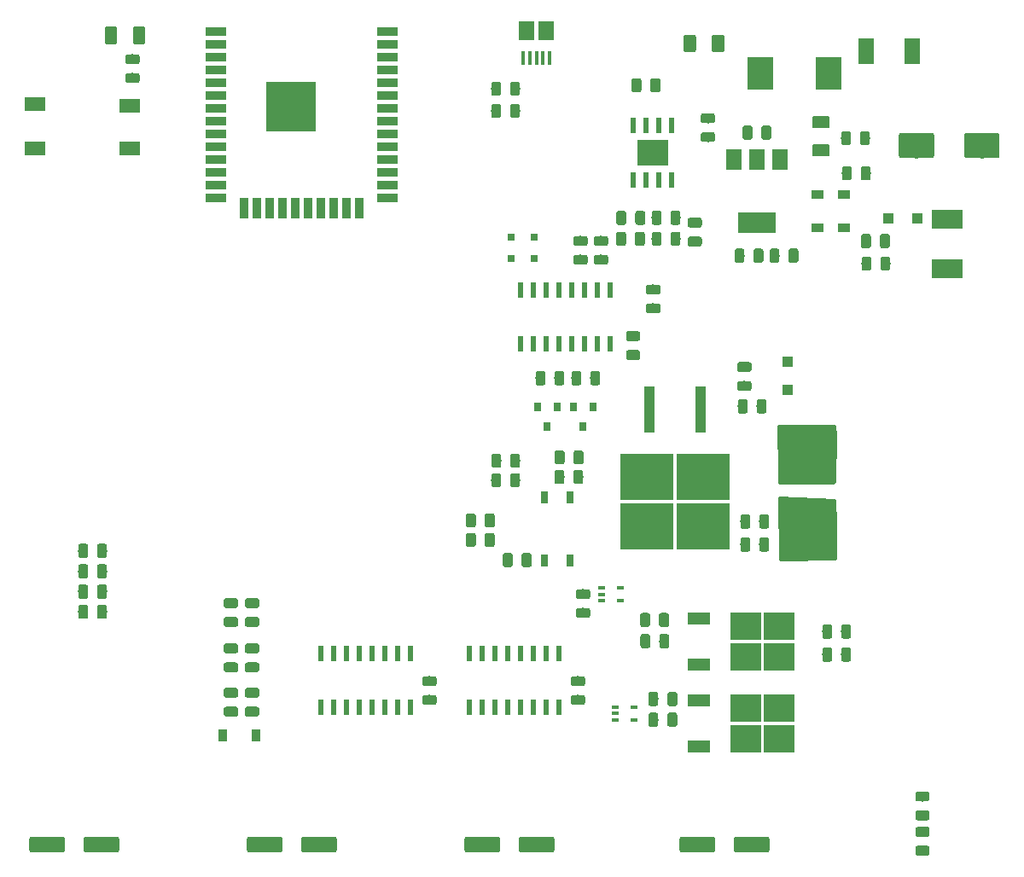
<source format=gtp>
G04 #@! TF.GenerationSoftware,KiCad,Pcbnew,5.0.2-bee76a0~70~ubuntu18.04.1*
G04 #@! TF.CreationDate,2019-06-18T09:22:54+09:00*
G04 #@! TF.ProjectId,MRR_ESPE,4d52525f-4553-4504-952e-6b696361645f,v0.2*
G04 #@! TF.SameCoordinates,Original*
G04 #@! TF.FileFunction,Paste,Top*
G04 #@! TF.FilePolarity,Positive*
%FSLAX46Y46*%
G04 Gerber Fmt 4.6, Leading zero omitted, Abs format (unit mm)*
G04 Created by KiCad (PCBNEW 5.0.2-bee76a0~70~ubuntu18.04.1) date Tue 18 Jun 2019 09:22:54 AM JST*
%MOMM*%
%LPD*%
G01*
G04 APERTURE LIST*
%ADD10R,2.100000X1.450000*%
%ADD11R,1.500000X1.900000*%
%ADD12R,0.400000X1.350000*%
%ADD13C,0.100000*%
%ADD14C,0.975000*%
%ADD15C,2.500000*%
%ADD16C,1.250000*%
%ADD17C,1.600000*%
%ADD18R,5.250000X4.550000*%
%ADD19R,1.100000X4.600000*%
%ADD20R,3.050000X2.750000*%
%ADD21R,2.200000X1.200000*%
%ADD22R,0.800000X0.900000*%
%ADD23R,2.000000X0.900000*%
%ADD24R,0.900000X2.000000*%
%ADD25R,5.000000X5.000000*%
%ADD26R,0.600000X1.550000*%
%ADD27R,3.100000X2.600000*%
%ADD28R,0.600000X1.500000*%
%ADD29R,1.500000X2.000000*%
%ADD30R,3.800000X2.000000*%
%ADD31R,3.150000X1.960000*%
%ADD32R,1.500000X2.500000*%
%ADD33R,2.500000X3.300000*%
%ADD34R,0.900000X1.200000*%
%ADD35R,1.100000X1.100000*%
%ADD36R,0.800000X0.800000*%
%ADD37R,0.800000X1.200000*%
%ADD38R,0.650000X0.400000*%
%ADD39R,1.200000X0.900000*%
%ADD40R,5.650000X3.790000*%
%ADD41C,0.254000*%
G04 APERTURE END LIST*
D10*
G04 #@! TO.C,SW1*
X56862000Y-46068900D03*
X47462000Y-45968900D03*
X47462000Y-50368900D03*
X56862000Y-50368900D03*
G04 #@! TD*
D11*
G04 #@! TO.C,J16*
X96212000Y-38640500D03*
D12*
X97862000Y-41340500D03*
X98512000Y-41340500D03*
X95912000Y-41340500D03*
X96562000Y-41340500D03*
X97212000Y-41340500D03*
D11*
X98212000Y-38640500D03*
G04 #@! TD*
D13*
G04 #@! TO.C,C1*
G36*
X67380142Y-96851174D02*
X67403803Y-96854684D01*
X67427007Y-96860496D01*
X67449529Y-96868554D01*
X67471153Y-96878782D01*
X67491670Y-96891079D01*
X67510883Y-96905329D01*
X67528607Y-96921393D01*
X67544671Y-96939117D01*
X67558921Y-96958330D01*
X67571218Y-96978847D01*
X67581446Y-97000471D01*
X67589504Y-97022993D01*
X67595316Y-97046197D01*
X67598826Y-97069858D01*
X67600000Y-97093750D01*
X67600000Y-97581250D01*
X67598826Y-97605142D01*
X67595316Y-97628803D01*
X67589504Y-97652007D01*
X67581446Y-97674529D01*
X67571218Y-97696153D01*
X67558921Y-97716670D01*
X67544671Y-97735883D01*
X67528607Y-97753607D01*
X67510883Y-97769671D01*
X67491670Y-97783921D01*
X67471153Y-97796218D01*
X67449529Y-97806446D01*
X67427007Y-97814504D01*
X67403803Y-97820316D01*
X67380142Y-97823826D01*
X67356250Y-97825000D01*
X66443750Y-97825000D01*
X66419858Y-97823826D01*
X66396197Y-97820316D01*
X66372993Y-97814504D01*
X66350471Y-97806446D01*
X66328847Y-97796218D01*
X66308330Y-97783921D01*
X66289117Y-97769671D01*
X66271393Y-97753607D01*
X66255329Y-97735883D01*
X66241079Y-97716670D01*
X66228782Y-97696153D01*
X66218554Y-97674529D01*
X66210496Y-97652007D01*
X66204684Y-97628803D01*
X66201174Y-97605142D01*
X66200000Y-97581250D01*
X66200000Y-97093750D01*
X66201174Y-97069858D01*
X66204684Y-97046197D01*
X66210496Y-97022993D01*
X66218554Y-97000471D01*
X66228782Y-96978847D01*
X66241079Y-96958330D01*
X66255329Y-96939117D01*
X66271393Y-96921393D01*
X66289117Y-96905329D01*
X66308330Y-96891079D01*
X66328847Y-96878782D01*
X66350471Y-96868554D01*
X66372993Y-96860496D01*
X66396197Y-96854684D01*
X66419858Y-96851174D01*
X66443750Y-96850000D01*
X67356250Y-96850000D01*
X67380142Y-96851174D01*
X67380142Y-96851174D01*
G37*
D14*
X66900000Y-97337500D03*
D13*
G36*
X67380142Y-94976174D02*
X67403803Y-94979684D01*
X67427007Y-94985496D01*
X67449529Y-94993554D01*
X67471153Y-95003782D01*
X67491670Y-95016079D01*
X67510883Y-95030329D01*
X67528607Y-95046393D01*
X67544671Y-95064117D01*
X67558921Y-95083330D01*
X67571218Y-95103847D01*
X67581446Y-95125471D01*
X67589504Y-95147993D01*
X67595316Y-95171197D01*
X67598826Y-95194858D01*
X67600000Y-95218750D01*
X67600000Y-95706250D01*
X67598826Y-95730142D01*
X67595316Y-95753803D01*
X67589504Y-95777007D01*
X67581446Y-95799529D01*
X67571218Y-95821153D01*
X67558921Y-95841670D01*
X67544671Y-95860883D01*
X67528607Y-95878607D01*
X67510883Y-95894671D01*
X67491670Y-95908921D01*
X67471153Y-95921218D01*
X67449529Y-95931446D01*
X67427007Y-95939504D01*
X67403803Y-95945316D01*
X67380142Y-95948826D01*
X67356250Y-95950000D01*
X66443750Y-95950000D01*
X66419858Y-95948826D01*
X66396197Y-95945316D01*
X66372993Y-95939504D01*
X66350471Y-95931446D01*
X66328847Y-95921218D01*
X66308330Y-95908921D01*
X66289117Y-95894671D01*
X66271393Y-95878607D01*
X66255329Y-95860883D01*
X66241079Y-95841670D01*
X66228782Y-95821153D01*
X66218554Y-95799529D01*
X66210496Y-95777007D01*
X66204684Y-95753803D01*
X66201174Y-95730142D01*
X66200000Y-95706250D01*
X66200000Y-95218750D01*
X66201174Y-95194858D01*
X66204684Y-95171197D01*
X66210496Y-95147993D01*
X66218554Y-95125471D01*
X66228782Y-95103847D01*
X66241079Y-95083330D01*
X66255329Y-95064117D01*
X66271393Y-95046393D01*
X66289117Y-95030329D01*
X66308330Y-95016079D01*
X66328847Y-95003782D01*
X66350471Y-94993554D01*
X66372993Y-94985496D01*
X66396197Y-94979684D01*
X66419858Y-94976174D01*
X66443750Y-94975000D01*
X67356250Y-94975000D01*
X67380142Y-94976174D01*
X67380142Y-94976174D01*
G37*
D14*
X66900000Y-95462500D03*
G04 #@! TD*
D13*
G04 #@! TO.C,C2*
G36*
X67380142Y-105751174D02*
X67403803Y-105754684D01*
X67427007Y-105760496D01*
X67449529Y-105768554D01*
X67471153Y-105778782D01*
X67491670Y-105791079D01*
X67510883Y-105805329D01*
X67528607Y-105821393D01*
X67544671Y-105839117D01*
X67558921Y-105858330D01*
X67571218Y-105878847D01*
X67581446Y-105900471D01*
X67589504Y-105922993D01*
X67595316Y-105946197D01*
X67598826Y-105969858D01*
X67600000Y-105993750D01*
X67600000Y-106481250D01*
X67598826Y-106505142D01*
X67595316Y-106528803D01*
X67589504Y-106552007D01*
X67581446Y-106574529D01*
X67571218Y-106596153D01*
X67558921Y-106616670D01*
X67544671Y-106635883D01*
X67528607Y-106653607D01*
X67510883Y-106669671D01*
X67491670Y-106683921D01*
X67471153Y-106696218D01*
X67449529Y-106706446D01*
X67427007Y-106714504D01*
X67403803Y-106720316D01*
X67380142Y-106723826D01*
X67356250Y-106725000D01*
X66443750Y-106725000D01*
X66419858Y-106723826D01*
X66396197Y-106720316D01*
X66372993Y-106714504D01*
X66350471Y-106706446D01*
X66328847Y-106696218D01*
X66308330Y-106683921D01*
X66289117Y-106669671D01*
X66271393Y-106653607D01*
X66255329Y-106635883D01*
X66241079Y-106616670D01*
X66228782Y-106596153D01*
X66218554Y-106574529D01*
X66210496Y-106552007D01*
X66204684Y-106528803D01*
X66201174Y-106505142D01*
X66200000Y-106481250D01*
X66200000Y-105993750D01*
X66201174Y-105969858D01*
X66204684Y-105946197D01*
X66210496Y-105922993D01*
X66218554Y-105900471D01*
X66228782Y-105878847D01*
X66241079Y-105858330D01*
X66255329Y-105839117D01*
X66271393Y-105821393D01*
X66289117Y-105805329D01*
X66308330Y-105791079D01*
X66328847Y-105778782D01*
X66350471Y-105768554D01*
X66372993Y-105760496D01*
X66396197Y-105754684D01*
X66419858Y-105751174D01*
X66443750Y-105750000D01*
X67356250Y-105750000D01*
X67380142Y-105751174D01*
X67380142Y-105751174D01*
G37*
D14*
X66900000Y-106237500D03*
D13*
G36*
X67380142Y-103876174D02*
X67403803Y-103879684D01*
X67427007Y-103885496D01*
X67449529Y-103893554D01*
X67471153Y-103903782D01*
X67491670Y-103916079D01*
X67510883Y-103930329D01*
X67528607Y-103946393D01*
X67544671Y-103964117D01*
X67558921Y-103983330D01*
X67571218Y-104003847D01*
X67581446Y-104025471D01*
X67589504Y-104047993D01*
X67595316Y-104071197D01*
X67598826Y-104094858D01*
X67600000Y-104118750D01*
X67600000Y-104606250D01*
X67598826Y-104630142D01*
X67595316Y-104653803D01*
X67589504Y-104677007D01*
X67581446Y-104699529D01*
X67571218Y-104721153D01*
X67558921Y-104741670D01*
X67544671Y-104760883D01*
X67528607Y-104778607D01*
X67510883Y-104794671D01*
X67491670Y-104808921D01*
X67471153Y-104821218D01*
X67449529Y-104831446D01*
X67427007Y-104839504D01*
X67403803Y-104845316D01*
X67380142Y-104848826D01*
X67356250Y-104850000D01*
X66443750Y-104850000D01*
X66419858Y-104848826D01*
X66396197Y-104845316D01*
X66372993Y-104839504D01*
X66350471Y-104831446D01*
X66328847Y-104821218D01*
X66308330Y-104808921D01*
X66289117Y-104794671D01*
X66271393Y-104778607D01*
X66255329Y-104760883D01*
X66241079Y-104741670D01*
X66228782Y-104721153D01*
X66218554Y-104699529D01*
X66210496Y-104677007D01*
X66204684Y-104653803D01*
X66201174Y-104630142D01*
X66200000Y-104606250D01*
X66200000Y-104118750D01*
X66201174Y-104094858D01*
X66204684Y-104071197D01*
X66210496Y-104047993D01*
X66218554Y-104025471D01*
X66228782Y-104003847D01*
X66241079Y-103983330D01*
X66255329Y-103964117D01*
X66271393Y-103946393D01*
X66289117Y-103930329D01*
X66308330Y-103916079D01*
X66328847Y-103903782D01*
X66350471Y-103893554D01*
X66372993Y-103885496D01*
X66396197Y-103879684D01*
X66419858Y-103876174D01*
X66443750Y-103875000D01*
X67356250Y-103875000D01*
X67380142Y-103876174D01*
X67380142Y-103876174D01*
G37*
D14*
X66900000Y-104362500D03*
G04 #@! TD*
D13*
G04 #@! TO.C,C3*
G36*
X67380142Y-101351174D02*
X67403803Y-101354684D01*
X67427007Y-101360496D01*
X67449529Y-101368554D01*
X67471153Y-101378782D01*
X67491670Y-101391079D01*
X67510883Y-101405329D01*
X67528607Y-101421393D01*
X67544671Y-101439117D01*
X67558921Y-101458330D01*
X67571218Y-101478847D01*
X67581446Y-101500471D01*
X67589504Y-101522993D01*
X67595316Y-101546197D01*
X67598826Y-101569858D01*
X67600000Y-101593750D01*
X67600000Y-102081250D01*
X67598826Y-102105142D01*
X67595316Y-102128803D01*
X67589504Y-102152007D01*
X67581446Y-102174529D01*
X67571218Y-102196153D01*
X67558921Y-102216670D01*
X67544671Y-102235883D01*
X67528607Y-102253607D01*
X67510883Y-102269671D01*
X67491670Y-102283921D01*
X67471153Y-102296218D01*
X67449529Y-102306446D01*
X67427007Y-102314504D01*
X67403803Y-102320316D01*
X67380142Y-102323826D01*
X67356250Y-102325000D01*
X66443750Y-102325000D01*
X66419858Y-102323826D01*
X66396197Y-102320316D01*
X66372993Y-102314504D01*
X66350471Y-102306446D01*
X66328847Y-102296218D01*
X66308330Y-102283921D01*
X66289117Y-102269671D01*
X66271393Y-102253607D01*
X66255329Y-102235883D01*
X66241079Y-102216670D01*
X66228782Y-102196153D01*
X66218554Y-102174529D01*
X66210496Y-102152007D01*
X66204684Y-102128803D01*
X66201174Y-102105142D01*
X66200000Y-102081250D01*
X66200000Y-101593750D01*
X66201174Y-101569858D01*
X66204684Y-101546197D01*
X66210496Y-101522993D01*
X66218554Y-101500471D01*
X66228782Y-101478847D01*
X66241079Y-101458330D01*
X66255329Y-101439117D01*
X66271393Y-101421393D01*
X66289117Y-101405329D01*
X66308330Y-101391079D01*
X66328847Y-101378782D01*
X66350471Y-101368554D01*
X66372993Y-101360496D01*
X66396197Y-101354684D01*
X66419858Y-101351174D01*
X66443750Y-101350000D01*
X67356250Y-101350000D01*
X67380142Y-101351174D01*
X67380142Y-101351174D01*
G37*
D14*
X66900000Y-101837500D03*
D13*
G36*
X67380142Y-99476174D02*
X67403803Y-99479684D01*
X67427007Y-99485496D01*
X67449529Y-99493554D01*
X67471153Y-99503782D01*
X67491670Y-99516079D01*
X67510883Y-99530329D01*
X67528607Y-99546393D01*
X67544671Y-99564117D01*
X67558921Y-99583330D01*
X67571218Y-99603847D01*
X67581446Y-99625471D01*
X67589504Y-99647993D01*
X67595316Y-99671197D01*
X67598826Y-99694858D01*
X67600000Y-99718750D01*
X67600000Y-100206250D01*
X67598826Y-100230142D01*
X67595316Y-100253803D01*
X67589504Y-100277007D01*
X67581446Y-100299529D01*
X67571218Y-100321153D01*
X67558921Y-100341670D01*
X67544671Y-100360883D01*
X67528607Y-100378607D01*
X67510883Y-100394671D01*
X67491670Y-100408921D01*
X67471153Y-100421218D01*
X67449529Y-100431446D01*
X67427007Y-100439504D01*
X67403803Y-100445316D01*
X67380142Y-100448826D01*
X67356250Y-100450000D01*
X66443750Y-100450000D01*
X66419858Y-100448826D01*
X66396197Y-100445316D01*
X66372993Y-100439504D01*
X66350471Y-100431446D01*
X66328847Y-100421218D01*
X66308330Y-100408921D01*
X66289117Y-100394671D01*
X66271393Y-100378607D01*
X66255329Y-100360883D01*
X66241079Y-100341670D01*
X66228782Y-100321153D01*
X66218554Y-100299529D01*
X66210496Y-100277007D01*
X66204684Y-100253803D01*
X66201174Y-100230142D01*
X66200000Y-100206250D01*
X66200000Y-99718750D01*
X66201174Y-99694858D01*
X66204684Y-99671197D01*
X66210496Y-99647993D01*
X66218554Y-99625471D01*
X66228782Y-99603847D01*
X66241079Y-99583330D01*
X66255329Y-99564117D01*
X66271393Y-99546393D01*
X66289117Y-99530329D01*
X66308330Y-99516079D01*
X66328847Y-99503782D01*
X66350471Y-99493554D01*
X66372993Y-99485496D01*
X66396197Y-99479684D01*
X66419858Y-99476174D01*
X66443750Y-99475000D01*
X67356250Y-99475000D01*
X67380142Y-99476174D01*
X67380142Y-99476174D01*
G37*
D14*
X66900000Y-99962500D03*
G04 #@! TD*
D13*
G04 #@! TO.C,C4*
G36*
X142949504Y-48801204D02*
X142973773Y-48804804D01*
X142997571Y-48810765D01*
X143020671Y-48819030D01*
X143042849Y-48829520D01*
X143063893Y-48842133D01*
X143083598Y-48856747D01*
X143101777Y-48873223D01*
X143118253Y-48891402D01*
X143132867Y-48911107D01*
X143145480Y-48932151D01*
X143155970Y-48954329D01*
X143164235Y-48977429D01*
X143170196Y-49001227D01*
X143173796Y-49025496D01*
X143175000Y-49050000D01*
X143175000Y-51050000D01*
X143173796Y-51074504D01*
X143170196Y-51098773D01*
X143164235Y-51122571D01*
X143155970Y-51145671D01*
X143145480Y-51167849D01*
X143132867Y-51188893D01*
X143118253Y-51208598D01*
X143101777Y-51226777D01*
X143083598Y-51243253D01*
X143063893Y-51257867D01*
X143042849Y-51270480D01*
X143020671Y-51280970D01*
X142997571Y-51289235D01*
X142973773Y-51295196D01*
X142949504Y-51298796D01*
X142925000Y-51300000D01*
X139925000Y-51300000D01*
X139900496Y-51298796D01*
X139876227Y-51295196D01*
X139852429Y-51289235D01*
X139829329Y-51280970D01*
X139807151Y-51270480D01*
X139786107Y-51257867D01*
X139766402Y-51243253D01*
X139748223Y-51226777D01*
X139731747Y-51208598D01*
X139717133Y-51188893D01*
X139704520Y-51167849D01*
X139694030Y-51145671D01*
X139685765Y-51122571D01*
X139679804Y-51098773D01*
X139676204Y-51074504D01*
X139675000Y-51050000D01*
X139675000Y-49050000D01*
X139676204Y-49025496D01*
X139679804Y-49001227D01*
X139685765Y-48977429D01*
X139694030Y-48954329D01*
X139704520Y-48932151D01*
X139717133Y-48911107D01*
X139731747Y-48891402D01*
X139748223Y-48873223D01*
X139766402Y-48856747D01*
X139786107Y-48842133D01*
X139807151Y-48829520D01*
X139829329Y-48819030D01*
X139852429Y-48810765D01*
X139876227Y-48804804D01*
X139900496Y-48801204D01*
X139925000Y-48800000D01*
X142925000Y-48800000D01*
X142949504Y-48801204D01*
X142949504Y-48801204D01*
G37*
D15*
X141425000Y-50050000D03*
D13*
G36*
X136449504Y-48801204D02*
X136473773Y-48804804D01*
X136497571Y-48810765D01*
X136520671Y-48819030D01*
X136542849Y-48829520D01*
X136563893Y-48842133D01*
X136583598Y-48856747D01*
X136601777Y-48873223D01*
X136618253Y-48891402D01*
X136632867Y-48911107D01*
X136645480Y-48932151D01*
X136655970Y-48954329D01*
X136664235Y-48977429D01*
X136670196Y-49001227D01*
X136673796Y-49025496D01*
X136675000Y-49050000D01*
X136675000Y-51050000D01*
X136673796Y-51074504D01*
X136670196Y-51098773D01*
X136664235Y-51122571D01*
X136655970Y-51145671D01*
X136645480Y-51167849D01*
X136632867Y-51188893D01*
X136618253Y-51208598D01*
X136601777Y-51226777D01*
X136583598Y-51243253D01*
X136563893Y-51257867D01*
X136542849Y-51270480D01*
X136520671Y-51280970D01*
X136497571Y-51289235D01*
X136473773Y-51295196D01*
X136449504Y-51298796D01*
X136425000Y-51300000D01*
X133425000Y-51300000D01*
X133400496Y-51298796D01*
X133376227Y-51295196D01*
X133352429Y-51289235D01*
X133329329Y-51280970D01*
X133307151Y-51270480D01*
X133286107Y-51257867D01*
X133266402Y-51243253D01*
X133248223Y-51226777D01*
X133231747Y-51208598D01*
X133217133Y-51188893D01*
X133204520Y-51167849D01*
X133194030Y-51145671D01*
X133185765Y-51122571D01*
X133179804Y-51098773D01*
X133176204Y-51074504D01*
X133175000Y-51050000D01*
X133175000Y-49050000D01*
X133176204Y-49025496D01*
X133179804Y-49001227D01*
X133185765Y-48977429D01*
X133194030Y-48954329D01*
X133204520Y-48932151D01*
X133217133Y-48911107D01*
X133231747Y-48891402D01*
X133248223Y-48873223D01*
X133266402Y-48856747D01*
X133286107Y-48842133D01*
X133307151Y-48829520D01*
X133329329Y-48819030D01*
X133352429Y-48810765D01*
X133376227Y-48804804D01*
X133400496Y-48801204D01*
X133425000Y-48800000D01*
X136425000Y-48800000D01*
X136449504Y-48801204D01*
X136449504Y-48801204D01*
G37*
D15*
X134925000Y-50050000D03*
G04 #@! TD*
D13*
G04 #@! TO.C,C5*
G36*
X54380142Y-95626174D02*
X54403803Y-95629684D01*
X54427007Y-95635496D01*
X54449529Y-95643554D01*
X54471153Y-95653782D01*
X54491670Y-95666079D01*
X54510883Y-95680329D01*
X54528607Y-95696393D01*
X54544671Y-95714117D01*
X54558921Y-95733330D01*
X54571218Y-95753847D01*
X54581446Y-95775471D01*
X54589504Y-95797993D01*
X54595316Y-95821197D01*
X54598826Y-95844858D01*
X54600000Y-95868750D01*
X54600000Y-96781250D01*
X54598826Y-96805142D01*
X54595316Y-96828803D01*
X54589504Y-96852007D01*
X54581446Y-96874529D01*
X54571218Y-96896153D01*
X54558921Y-96916670D01*
X54544671Y-96935883D01*
X54528607Y-96953607D01*
X54510883Y-96969671D01*
X54491670Y-96983921D01*
X54471153Y-96996218D01*
X54449529Y-97006446D01*
X54427007Y-97014504D01*
X54403803Y-97020316D01*
X54380142Y-97023826D01*
X54356250Y-97025000D01*
X53868750Y-97025000D01*
X53844858Y-97023826D01*
X53821197Y-97020316D01*
X53797993Y-97014504D01*
X53775471Y-97006446D01*
X53753847Y-96996218D01*
X53733330Y-96983921D01*
X53714117Y-96969671D01*
X53696393Y-96953607D01*
X53680329Y-96935883D01*
X53666079Y-96916670D01*
X53653782Y-96896153D01*
X53643554Y-96874529D01*
X53635496Y-96852007D01*
X53629684Y-96828803D01*
X53626174Y-96805142D01*
X53625000Y-96781250D01*
X53625000Y-95868750D01*
X53626174Y-95844858D01*
X53629684Y-95821197D01*
X53635496Y-95797993D01*
X53643554Y-95775471D01*
X53653782Y-95753847D01*
X53666079Y-95733330D01*
X53680329Y-95714117D01*
X53696393Y-95696393D01*
X53714117Y-95680329D01*
X53733330Y-95666079D01*
X53753847Y-95653782D01*
X53775471Y-95643554D01*
X53797993Y-95635496D01*
X53821197Y-95629684D01*
X53844858Y-95626174D01*
X53868750Y-95625000D01*
X54356250Y-95625000D01*
X54380142Y-95626174D01*
X54380142Y-95626174D01*
G37*
D14*
X54112500Y-96325000D03*
D13*
G36*
X52505142Y-95626174D02*
X52528803Y-95629684D01*
X52552007Y-95635496D01*
X52574529Y-95643554D01*
X52596153Y-95653782D01*
X52616670Y-95666079D01*
X52635883Y-95680329D01*
X52653607Y-95696393D01*
X52669671Y-95714117D01*
X52683921Y-95733330D01*
X52696218Y-95753847D01*
X52706446Y-95775471D01*
X52714504Y-95797993D01*
X52720316Y-95821197D01*
X52723826Y-95844858D01*
X52725000Y-95868750D01*
X52725000Y-96781250D01*
X52723826Y-96805142D01*
X52720316Y-96828803D01*
X52714504Y-96852007D01*
X52706446Y-96874529D01*
X52696218Y-96896153D01*
X52683921Y-96916670D01*
X52669671Y-96935883D01*
X52653607Y-96953607D01*
X52635883Y-96969671D01*
X52616670Y-96983921D01*
X52596153Y-96996218D01*
X52574529Y-97006446D01*
X52552007Y-97014504D01*
X52528803Y-97020316D01*
X52505142Y-97023826D01*
X52481250Y-97025000D01*
X51993750Y-97025000D01*
X51969858Y-97023826D01*
X51946197Y-97020316D01*
X51922993Y-97014504D01*
X51900471Y-97006446D01*
X51878847Y-96996218D01*
X51858330Y-96983921D01*
X51839117Y-96969671D01*
X51821393Y-96953607D01*
X51805329Y-96935883D01*
X51791079Y-96916670D01*
X51778782Y-96896153D01*
X51768554Y-96874529D01*
X51760496Y-96852007D01*
X51754684Y-96828803D01*
X51751174Y-96805142D01*
X51750000Y-96781250D01*
X51750000Y-95868750D01*
X51751174Y-95844858D01*
X51754684Y-95821197D01*
X51760496Y-95797993D01*
X51768554Y-95775471D01*
X51778782Y-95753847D01*
X51791079Y-95733330D01*
X51805329Y-95714117D01*
X51821393Y-95696393D01*
X51839117Y-95680329D01*
X51858330Y-95666079D01*
X51878847Y-95653782D01*
X51900471Y-95643554D01*
X51922993Y-95635496D01*
X51946197Y-95629684D01*
X51969858Y-95626174D01*
X51993750Y-95625000D01*
X52481250Y-95625000D01*
X52505142Y-95626174D01*
X52505142Y-95626174D01*
G37*
D14*
X52237500Y-96325000D03*
G04 #@! TD*
D13*
G04 #@! TO.C,C6*
G36*
X54380142Y-91601174D02*
X54403803Y-91604684D01*
X54427007Y-91610496D01*
X54449529Y-91618554D01*
X54471153Y-91628782D01*
X54491670Y-91641079D01*
X54510883Y-91655329D01*
X54528607Y-91671393D01*
X54544671Y-91689117D01*
X54558921Y-91708330D01*
X54571218Y-91728847D01*
X54581446Y-91750471D01*
X54589504Y-91772993D01*
X54595316Y-91796197D01*
X54598826Y-91819858D01*
X54600000Y-91843750D01*
X54600000Y-92756250D01*
X54598826Y-92780142D01*
X54595316Y-92803803D01*
X54589504Y-92827007D01*
X54581446Y-92849529D01*
X54571218Y-92871153D01*
X54558921Y-92891670D01*
X54544671Y-92910883D01*
X54528607Y-92928607D01*
X54510883Y-92944671D01*
X54491670Y-92958921D01*
X54471153Y-92971218D01*
X54449529Y-92981446D01*
X54427007Y-92989504D01*
X54403803Y-92995316D01*
X54380142Y-92998826D01*
X54356250Y-93000000D01*
X53868750Y-93000000D01*
X53844858Y-92998826D01*
X53821197Y-92995316D01*
X53797993Y-92989504D01*
X53775471Y-92981446D01*
X53753847Y-92971218D01*
X53733330Y-92958921D01*
X53714117Y-92944671D01*
X53696393Y-92928607D01*
X53680329Y-92910883D01*
X53666079Y-92891670D01*
X53653782Y-92871153D01*
X53643554Y-92849529D01*
X53635496Y-92827007D01*
X53629684Y-92803803D01*
X53626174Y-92780142D01*
X53625000Y-92756250D01*
X53625000Y-91843750D01*
X53626174Y-91819858D01*
X53629684Y-91796197D01*
X53635496Y-91772993D01*
X53643554Y-91750471D01*
X53653782Y-91728847D01*
X53666079Y-91708330D01*
X53680329Y-91689117D01*
X53696393Y-91671393D01*
X53714117Y-91655329D01*
X53733330Y-91641079D01*
X53753847Y-91628782D01*
X53775471Y-91618554D01*
X53797993Y-91610496D01*
X53821197Y-91604684D01*
X53844858Y-91601174D01*
X53868750Y-91600000D01*
X54356250Y-91600000D01*
X54380142Y-91601174D01*
X54380142Y-91601174D01*
G37*
D14*
X54112500Y-92300000D03*
D13*
G36*
X52505142Y-91601174D02*
X52528803Y-91604684D01*
X52552007Y-91610496D01*
X52574529Y-91618554D01*
X52596153Y-91628782D01*
X52616670Y-91641079D01*
X52635883Y-91655329D01*
X52653607Y-91671393D01*
X52669671Y-91689117D01*
X52683921Y-91708330D01*
X52696218Y-91728847D01*
X52706446Y-91750471D01*
X52714504Y-91772993D01*
X52720316Y-91796197D01*
X52723826Y-91819858D01*
X52725000Y-91843750D01*
X52725000Y-92756250D01*
X52723826Y-92780142D01*
X52720316Y-92803803D01*
X52714504Y-92827007D01*
X52706446Y-92849529D01*
X52696218Y-92871153D01*
X52683921Y-92891670D01*
X52669671Y-92910883D01*
X52653607Y-92928607D01*
X52635883Y-92944671D01*
X52616670Y-92958921D01*
X52596153Y-92971218D01*
X52574529Y-92981446D01*
X52552007Y-92989504D01*
X52528803Y-92995316D01*
X52505142Y-92998826D01*
X52481250Y-93000000D01*
X51993750Y-93000000D01*
X51969858Y-92998826D01*
X51946197Y-92995316D01*
X51922993Y-92989504D01*
X51900471Y-92981446D01*
X51878847Y-92971218D01*
X51858330Y-92958921D01*
X51839117Y-92944671D01*
X51821393Y-92928607D01*
X51805329Y-92910883D01*
X51791079Y-92891670D01*
X51778782Y-92871153D01*
X51768554Y-92849529D01*
X51760496Y-92827007D01*
X51754684Y-92803803D01*
X51751174Y-92780142D01*
X51750000Y-92756250D01*
X51750000Y-91843750D01*
X51751174Y-91819858D01*
X51754684Y-91796197D01*
X51760496Y-91772993D01*
X51768554Y-91750471D01*
X51778782Y-91728847D01*
X51791079Y-91708330D01*
X51805329Y-91689117D01*
X51821393Y-91671393D01*
X51839117Y-91655329D01*
X51858330Y-91641079D01*
X51878847Y-91628782D01*
X51900471Y-91618554D01*
X51922993Y-91610496D01*
X51946197Y-91604684D01*
X51969858Y-91601174D01*
X51993750Y-91600000D01*
X52481250Y-91600000D01*
X52505142Y-91601174D01*
X52505142Y-91601174D01*
G37*
D14*
X52237500Y-92300000D03*
G04 #@! TD*
D13*
G04 #@! TO.C,C7*
G36*
X112824504Y-39051204D02*
X112848773Y-39054804D01*
X112872571Y-39060765D01*
X112895671Y-39069030D01*
X112917849Y-39079520D01*
X112938893Y-39092133D01*
X112958598Y-39106747D01*
X112976777Y-39123223D01*
X112993253Y-39141402D01*
X113007867Y-39161107D01*
X113020480Y-39182151D01*
X113030970Y-39204329D01*
X113039235Y-39227429D01*
X113045196Y-39251227D01*
X113048796Y-39275496D01*
X113050000Y-39300000D01*
X113050000Y-40550000D01*
X113048796Y-40574504D01*
X113045196Y-40598773D01*
X113039235Y-40622571D01*
X113030970Y-40645671D01*
X113020480Y-40667849D01*
X113007867Y-40688893D01*
X112993253Y-40708598D01*
X112976777Y-40726777D01*
X112958598Y-40743253D01*
X112938893Y-40757867D01*
X112917849Y-40770480D01*
X112895671Y-40780970D01*
X112872571Y-40789235D01*
X112848773Y-40795196D01*
X112824504Y-40798796D01*
X112800000Y-40800000D01*
X112050000Y-40800000D01*
X112025496Y-40798796D01*
X112001227Y-40795196D01*
X111977429Y-40789235D01*
X111954329Y-40780970D01*
X111932151Y-40770480D01*
X111911107Y-40757867D01*
X111891402Y-40743253D01*
X111873223Y-40726777D01*
X111856747Y-40708598D01*
X111842133Y-40688893D01*
X111829520Y-40667849D01*
X111819030Y-40645671D01*
X111810765Y-40622571D01*
X111804804Y-40598773D01*
X111801204Y-40574504D01*
X111800000Y-40550000D01*
X111800000Y-39300000D01*
X111801204Y-39275496D01*
X111804804Y-39251227D01*
X111810765Y-39227429D01*
X111819030Y-39204329D01*
X111829520Y-39182151D01*
X111842133Y-39161107D01*
X111856747Y-39141402D01*
X111873223Y-39123223D01*
X111891402Y-39106747D01*
X111911107Y-39092133D01*
X111932151Y-39079520D01*
X111954329Y-39069030D01*
X111977429Y-39060765D01*
X112001227Y-39054804D01*
X112025496Y-39051204D01*
X112050000Y-39050000D01*
X112800000Y-39050000D01*
X112824504Y-39051204D01*
X112824504Y-39051204D01*
G37*
D16*
X112425000Y-39925000D03*
D13*
G36*
X115624504Y-39051204D02*
X115648773Y-39054804D01*
X115672571Y-39060765D01*
X115695671Y-39069030D01*
X115717849Y-39079520D01*
X115738893Y-39092133D01*
X115758598Y-39106747D01*
X115776777Y-39123223D01*
X115793253Y-39141402D01*
X115807867Y-39161107D01*
X115820480Y-39182151D01*
X115830970Y-39204329D01*
X115839235Y-39227429D01*
X115845196Y-39251227D01*
X115848796Y-39275496D01*
X115850000Y-39300000D01*
X115850000Y-40550000D01*
X115848796Y-40574504D01*
X115845196Y-40598773D01*
X115839235Y-40622571D01*
X115830970Y-40645671D01*
X115820480Y-40667849D01*
X115807867Y-40688893D01*
X115793253Y-40708598D01*
X115776777Y-40726777D01*
X115758598Y-40743253D01*
X115738893Y-40757867D01*
X115717849Y-40770480D01*
X115695671Y-40780970D01*
X115672571Y-40789235D01*
X115648773Y-40795196D01*
X115624504Y-40798796D01*
X115600000Y-40800000D01*
X114850000Y-40800000D01*
X114825496Y-40798796D01*
X114801227Y-40795196D01*
X114777429Y-40789235D01*
X114754329Y-40780970D01*
X114732151Y-40770480D01*
X114711107Y-40757867D01*
X114691402Y-40743253D01*
X114673223Y-40726777D01*
X114656747Y-40708598D01*
X114642133Y-40688893D01*
X114629520Y-40667849D01*
X114619030Y-40645671D01*
X114610765Y-40622571D01*
X114604804Y-40598773D01*
X114601204Y-40574504D01*
X114600000Y-40550000D01*
X114600000Y-39300000D01*
X114601204Y-39275496D01*
X114604804Y-39251227D01*
X114610765Y-39227429D01*
X114619030Y-39204329D01*
X114629520Y-39182151D01*
X114642133Y-39161107D01*
X114656747Y-39141402D01*
X114673223Y-39123223D01*
X114691402Y-39106747D01*
X114711107Y-39092133D01*
X114732151Y-39079520D01*
X114754329Y-39069030D01*
X114777429Y-39060765D01*
X114801227Y-39054804D01*
X114825496Y-39051204D01*
X114850000Y-39050000D01*
X115600000Y-39050000D01*
X115624504Y-39051204D01*
X115624504Y-39051204D01*
G37*
D16*
X115225000Y-39925000D03*
G04 #@! TD*
D13*
G04 #@! TO.C,C8*
G36*
X113410142Y-57216174D02*
X113433803Y-57219684D01*
X113457007Y-57225496D01*
X113479529Y-57233554D01*
X113501153Y-57243782D01*
X113521670Y-57256079D01*
X113540883Y-57270329D01*
X113558607Y-57286393D01*
X113574671Y-57304117D01*
X113588921Y-57323330D01*
X113601218Y-57343847D01*
X113611446Y-57365471D01*
X113619504Y-57387993D01*
X113625316Y-57411197D01*
X113628826Y-57434858D01*
X113630000Y-57458750D01*
X113630000Y-57946250D01*
X113628826Y-57970142D01*
X113625316Y-57993803D01*
X113619504Y-58017007D01*
X113611446Y-58039529D01*
X113601218Y-58061153D01*
X113588921Y-58081670D01*
X113574671Y-58100883D01*
X113558607Y-58118607D01*
X113540883Y-58134671D01*
X113521670Y-58148921D01*
X113501153Y-58161218D01*
X113479529Y-58171446D01*
X113457007Y-58179504D01*
X113433803Y-58185316D01*
X113410142Y-58188826D01*
X113386250Y-58190000D01*
X112473750Y-58190000D01*
X112449858Y-58188826D01*
X112426197Y-58185316D01*
X112402993Y-58179504D01*
X112380471Y-58171446D01*
X112358847Y-58161218D01*
X112338330Y-58148921D01*
X112319117Y-58134671D01*
X112301393Y-58118607D01*
X112285329Y-58100883D01*
X112271079Y-58081670D01*
X112258782Y-58061153D01*
X112248554Y-58039529D01*
X112240496Y-58017007D01*
X112234684Y-57993803D01*
X112231174Y-57970142D01*
X112230000Y-57946250D01*
X112230000Y-57458750D01*
X112231174Y-57434858D01*
X112234684Y-57411197D01*
X112240496Y-57387993D01*
X112248554Y-57365471D01*
X112258782Y-57343847D01*
X112271079Y-57323330D01*
X112285329Y-57304117D01*
X112301393Y-57286393D01*
X112319117Y-57270329D01*
X112338330Y-57256079D01*
X112358847Y-57243782D01*
X112380471Y-57233554D01*
X112402993Y-57225496D01*
X112426197Y-57219684D01*
X112449858Y-57216174D01*
X112473750Y-57215000D01*
X113386250Y-57215000D01*
X113410142Y-57216174D01*
X113410142Y-57216174D01*
G37*
D14*
X112930000Y-57702500D03*
D13*
G36*
X113410142Y-59091174D02*
X113433803Y-59094684D01*
X113457007Y-59100496D01*
X113479529Y-59108554D01*
X113501153Y-59118782D01*
X113521670Y-59131079D01*
X113540883Y-59145329D01*
X113558607Y-59161393D01*
X113574671Y-59179117D01*
X113588921Y-59198330D01*
X113601218Y-59218847D01*
X113611446Y-59240471D01*
X113619504Y-59262993D01*
X113625316Y-59286197D01*
X113628826Y-59309858D01*
X113630000Y-59333750D01*
X113630000Y-59821250D01*
X113628826Y-59845142D01*
X113625316Y-59868803D01*
X113619504Y-59892007D01*
X113611446Y-59914529D01*
X113601218Y-59936153D01*
X113588921Y-59956670D01*
X113574671Y-59975883D01*
X113558607Y-59993607D01*
X113540883Y-60009671D01*
X113521670Y-60023921D01*
X113501153Y-60036218D01*
X113479529Y-60046446D01*
X113457007Y-60054504D01*
X113433803Y-60060316D01*
X113410142Y-60063826D01*
X113386250Y-60065000D01*
X112473750Y-60065000D01*
X112449858Y-60063826D01*
X112426197Y-60060316D01*
X112402993Y-60054504D01*
X112380471Y-60046446D01*
X112358847Y-60036218D01*
X112338330Y-60023921D01*
X112319117Y-60009671D01*
X112301393Y-59993607D01*
X112285329Y-59975883D01*
X112271079Y-59956670D01*
X112258782Y-59936153D01*
X112248554Y-59914529D01*
X112240496Y-59892007D01*
X112234684Y-59868803D01*
X112231174Y-59845142D01*
X112230000Y-59821250D01*
X112230000Y-59333750D01*
X112231174Y-59309858D01*
X112234684Y-59286197D01*
X112240496Y-59262993D01*
X112248554Y-59240471D01*
X112258782Y-59218847D01*
X112271079Y-59198330D01*
X112285329Y-59179117D01*
X112301393Y-59161393D01*
X112319117Y-59145329D01*
X112338330Y-59131079D01*
X112358847Y-59118782D01*
X112380471Y-59108554D01*
X112402993Y-59100496D01*
X112426197Y-59094684D01*
X112449858Y-59091174D01*
X112473750Y-59090000D01*
X113386250Y-59090000D01*
X113410142Y-59091174D01*
X113410142Y-59091174D01*
G37*
D14*
X112930000Y-59577500D03*
G04 #@! TD*
D13*
G04 #@! TO.C,C9*
G36*
X105880142Y-58601174D02*
X105903803Y-58604684D01*
X105927007Y-58610496D01*
X105949529Y-58618554D01*
X105971153Y-58628782D01*
X105991670Y-58641079D01*
X106010883Y-58655329D01*
X106028607Y-58671393D01*
X106044671Y-58689117D01*
X106058921Y-58708330D01*
X106071218Y-58728847D01*
X106081446Y-58750471D01*
X106089504Y-58772993D01*
X106095316Y-58796197D01*
X106098826Y-58819858D01*
X106100000Y-58843750D01*
X106100000Y-59756250D01*
X106098826Y-59780142D01*
X106095316Y-59803803D01*
X106089504Y-59827007D01*
X106081446Y-59849529D01*
X106071218Y-59871153D01*
X106058921Y-59891670D01*
X106044671Y-59910883D01*
X106028607Y-59928607D01*
X106010883Y-59944671D01*
X105991670Y-59958921D01*
X105971153Y-59971218D01*
X105949529Y-59981446D01*
X105927007Y-59989504D01*
X105903803Y-59995316D01*
X105880142Y-59998826D01*
X105856250Y-60000000D01*
X105368750Y-60000000D01*
X105344858Y-59998826D01*
X105321197Y-59995316D01*
X105297993Y-59989504D01*
X105275471Y-59981446D01*
X105253847Y-59971218D01*
X105233330Y-59958921D01*
X105214117Y-59944671D01*
X105196393Y-59928607D01*
X105180329Y-59910883D01*
X105166079Y-59891670D01*
X105153782Y-59871153D01*
X105143554Y-59849529D01*
X105135496Y-59827007D01*
X105129684Y-59803803D01*
X105126174Y-59780142D01*
X105125000Y-59756250D01*
X105125000Y-58843750D01*
X105126174Y-58819858D01*
X105129684Y-58796197D01*
X105135496Y-58772993D01*
X105143554Y-58750471D01*
X105153782Y-58728847D01*
X105166079Y-58708330D01*
X105180329Y-58689117D01*
X105196393Y-58671393D01*
X105214117Y-58655329D01*
X105233330Y-58641079D01*
X105253847Y-58628782D01*
X105275471Y-58618554D01*
X105297993Y-58610496D01*
X105321197Y-58604684D01*
X105344858Y-58601174D01*
X105368750Y-58600000D01*
X105856250Y-58600000D01*
X105880142Y-58601174D01*
X105880142Y-58601174D01*
G37*
D14*
X105612500Y-59300000D03*
D13*
G36*
X107755142Y-58601174D02*
X107778803Y-58604684D01*
X107802007Y-58610496D01*
X107824529Y-58618554D01*
X107846153Y-58628782D01*
X107866670Y-58641079D01*
X107885883Y-58655329D01*
X107903607Y-58671393D01*
X107919671Y-58689117D01*
X107933921Y-58708330D01*
X107946218Y-58728847D01*
X107956446Y-58750471D01*
X107964504Y-58772993D01*
X107970316Y-58796197D01*
X107973826Y-58819858D01*
X107975000Y-58843750D01*
X107975000Y-59756250D01*
X107973826Y-59780142D01*
X107970316Y-59803803D01*
X107964504Y-59827007D01*
X107956446Y-59849529D01*
X107946218Y-59871153D01*
X107933921Y-59891670D01*
X107919671Y-59910883D01*
X107903607Y-59928607D01*
X107885883Y-59944671D01*
X107866670Y-59958921D01*
X107846153Y-59971218D01*
X107824529Y-59981446D01*
X107802007Y-59989504D01*
X107778803Y-59995316D01*
X107755142Y-59998826D01*
X107731250Y-60000000D01*
X107243750Y-60000000D01*
X107219858Y-59998826D01*
X107196197Y-59995316D01*
X107172993Y-59989504D01*
X107150471Y-59981446D01*
X107128847Y-59971218D01*
X107108330Y-59958921D01*
X107089117Y-59944671D01*
X107071393Y-59928607D01*
X107055329Y-59910883D01*
X107041079Y-59891670D01*
X107028782Y-59871153D01*
X107018554Y-59849529D01*
X107010496Y-59827007D01*
X107004684Y-59803803D01*
X107001174Y-59780142D01*
X107000000Y-59756250D01*
X107000000Y-58843750D01*
X107001174Y-58819858D01*
X107004684Y-58796197D01*
X107010496Y-58772993D01*
X107018554Y-58750471D01*
X107028782Y-58728847D01*
X107041079Y-58708330D01*
X107055329Y-58689117D01*
X107071393Y-58671393D01*
X107089117Y-58655329D01*
X107108330Y-58641079D01*
X107128847Y-58628782D01*
X107150471Y-58618554D01*
X107172993Y-58610496D01*
X107196197Y-58604684D01*
X107219858Y-58601174D01*
X107243750Y-58600000D01*
X107731250Y-58600000D01*
X107755142Y-58601174D01*
X107755142Y-58601174D01*
G37*
D14*
X107487500Y-59300000D03*
G04 #@! TD*
D13*
G04 #@! TO.C,C10*
G36*
X114705142Y-46851174D02*
X114728803Y-46854684D01*
X114752007Y-46860496D01*
X114774529Y-46868554D01*
X114796153Y-46878782D01*
X114816670Y-46891079D01*
X114835883Y-46905329D01*
X114853607Y-46921393D01*
X114869671Y-46939117D01*
X114883921Y-46958330D01*
X114896218Y-46978847D01*
X114906446Y-47000471D01*
X114914504Y-47022993D01*
X114920316Y-47046197D01*
X114923826Y-47069858D01*
X114925000Y-47093750D01*
X114925000Y-47581250D01*
X114923826Y-47605142D01*
X114920316Y-47628803D01*
X114914504Y-47652007D01*
X114906446Y-47674529D01*
X114896218Y-47696153D01*
X114883921Y-47716670D01*
X114869671Y-47735883D01*
X114853607Y-47753607D01*
X114835883Y-47769671D01*
X114816670Y-47783921D01*
X114796153Y-47796218D01*
X114774529Y-47806446D01*
X114752007Y-47814504D01*
X114728803Y-47820316D01*
X114705142Y-47823826D01*
X114681250Y-47825000D01*
X113768750Y-47825000D01*
X113744858Y-47823826D01*
X113721197Y-47820316D01*
X113697993Y-47814504D01*
X113675471Y-47806446D01*
X113653847Y-47796218D01*
X113633330Y-47783921D01*
X113614117Y-47769671D01*
X113596393Y-47753607D01*
X113580329Y-47735883D01*
X113566079Y-47716670D01*
X113553782Y-47696153D01*
X113543554Y-47674529D01*
X113535496Y-47652007D01*
X113529684Y-47628803D01*
X113526174Y-47605142D01*
X113525000Y-47581250D01*
X113525000Y-47093750D01*
X113526174Y-47069858D01*
X113529684Y-47046197D01*
X113535496Y-47022993D01*
X113543554Y-47000471D01*
X113553782Y-46978847D01*
X113566079Y-46958330D01*
X113580329Y-46939117D01*
X113596393Y-46921393D01*
X113614117Y-46905329D01*
X113633330Y-46891079D01*
X113653847Y-46878782D01*
X113675471Y-46868554D01*
X113697993Y-46860496D01*
X113721197Y-46854684D01*
X113744858Y-46851174D01*
X113768750Y-46850000D01*
X114681250Y-46850000D01*
X114705142Y-46851174D01*
X114705142Y-46851174D01*
G37*
D14*
X114225000Y-47337500D03*
D13*
G36*
X114705142Y-48726174D02*
X114728803Y-48729684D01*
X114752007Y-48735496D01*
X114774529Y-48743554D01*
X114796153Y-48753782D01*
X114816670Y-48766079D01*
X114835883Y-48780329D01*
X114853607Y-48796393D01*
X114869671Y-48814117D01*
X114883921Y-48833330D01*
X114896218Y-48853847D01*
X114906446Y-48875471D01*
X114914504Y-48897993D01*
X114920316Y-48921197D01*
X114923826Y-48944858D01*
X114925000Y-48968750D01*
X114925000Y-49456250D01*
X114923826Y-49480142D01*
X114920316Y-49503803D01*
X114914504Y-49527007D01*
X114906446Y-49549529D01*
X114896218Y-49571153D01*
X114883921Y-49591670D01*
X114869671Y-49610883D01*
X114853607Y-49628607D01*
X114835883Y-49644671D01*
X114816670Y-49658921D01*
X114796153Y-49671218D01*
X114774529Y-49681446D01*
X114752007Y-49689504D01*
X114728803Y-49695316D01*
X114705142Y-49698826D01*
X114681250Y-49700000D01*
X113768750Y-49700000D01*
X113744858Y-49698826D01*
X113721197Y-49695316D01*
X113697993Y-49689504D01*
X113675471Y-49681446D01*
X113653847Y-49671218D01*
X113633330Y-49658921D01*
X113614117Y-49644671D01*
X113596393Y-49628607D01*
X113580329Y-49610883D01*
X113566079Y-49591670D01*
X113553782Y-49571153D01*
X113543554Y-49549529D01*
X113535496Y-49527007D01*
X113529684Y-49503803D01*
X113526174Y-49480142D01*
X113525000Y-49456250D01*
X113525000Y-48968750D01*
X113526174Y-48944858D01*
X113529684Y-48921197D01*
X113535496Y-48897993D01*
X113543554Y-48875471D01*
X113553782Y-48853847D01*
X113566079Y-48833330D01*
X113580329Y-48814117D01*
X113596393Y-48796393D01*
X113614117Y-48780329D01*
X113633330Y-48766079D01*
X113653847Y-48753782D01*
X113675471Y-48743554D01*
X113697993Y-48735496D01*
X113721197Y-48729684D01*
X113744858Y-48726174D01*
X113768750Y-48725000D01*
X114681250Y-48725000D01*
X114705142Y-48726174D01*
X114705142Y-48726174D01*
G37*
D14*
X114225000Y-49212500D03*
G04 #@! TD*
D13*
G04 #@! TO.C,C11*
G36*
X107280142Y-68476174D02*
X107303803Y-68479684D01*
X107327007Y-68485496D01*
X107349529Y-68493554D01*
X107371153Y-68503782D01*
X107391670Y-68516079D01*
X107410883Y-68530329D01*
X107428607Y-68546393D01*
X107444671Y-68564117D01*
X107458921Y-68583330D01*
X107471218Y-68603847D01*
X107481446Y-68625471D01*
X107489504Y-68647993D01*
X107495316Y-68671197D01*
X107498826Y-68694858D01*
X107500000Y-68718750D01*
X107500000Y-69206250D01*
X107498826Y-69230142D01*
X107495316Y-69253803D01*
X107489504Y-69277007D01*
X107481446Y-69299529D01*
X107471218Y-69321153D01*
X107458921Y-69341670D01*
X107444671Y-69360883D01*
X107428607Y-69378607D01*
X107410883Y-69394671D01*
X107391670Y-69408921D01*
X107371153Y-69421218D01*
X107349529Y-69431446D01*
X107327007Y-69439504D01*
X107303803Y-69445316D01*
X107280142Y-69448826D01*
X107256250Y-69450000D01*
X106343750Y-69450000D01*
X106319858Y-69448826D01*
X106296197Y-69445316D01*
X106272993Y-69439504D01*
X106250471Y-69431446D01*
X106228847Y-69421218D01*
X106208330Y-69408921D01*
X106189117Y-69394671D01*
X106171393Y-69378607D01*
X106155329Y-69360883D01*
X106141079Y-69341670D01*
X106128782Y-69321153D01*
X106118554Y-69299529D01*
X106110496Y-69277007D01*
X106104684Y-69253803D01*
X106101174Y-69230142D01*
X106100000Y-69206250D01*
X106100000Y-68718750D01*
X106101174Y-68694858D01*
X106104684Y-68671197D01*
X106110496Y-68647993D01*
X106118554Y-68625471D01*
X106128782Y-68603847D01*
X106141079Y-68583330D01*
X106155329Y-68564117D01*
X106171393Y-68546393D01*
X106189117Y-68530329D01*
X106208330Y-68516079D01*
X106228847Y-68503782D01*
X106250471Y-68493554D01*
X106272993Y-68485496D01*
X106296197Y-68479684D01*
X106319858Y-68476174D01*
X106343750Y-68475000D01*
X107256250Y-68475000D01*
X107280142Y-68476174D01*
X107280142Y-68476174D01*
G37*
D14*
X106800000Y-68962500D03*
D13*
G36*
X107280142Y-70351174D02*
X107303803Y-70354684D01*
X107327007Y-70360496D01*
X107349529Y-70368554D01*
X107371153Y-70378782D01*
X107391670Y-70391079D01*
X107410883Y-70405329D01*
X107428607Y-70421393D01*
X107444671Y-70439117D01*
X107458921Y-70458330D01*
X107471218Y-70478847D01*
X107481446Y-70500471D01*
X107489504Y-70522993D01*
X107495316Y-70546197D01*
X107498826Y-70569858D01*
X107500000Y-70593750D01*
X107500000Y-71081250D01*
X107498826Y-71105142D01*
X107495316Y-71128803D01*
X107489504Y-71152007D01*
X107481446Y-71174529D01*
X107471218Y-71196153D01*
X107458921Y-71216670D01*
X107444671Y-71235883D01*
X107428607Y-71253607D01*
X107410883Y-71269671D01*
X107391670Y-71283921D01*
X107371153Y-71296218D01*
X107349529Y-71306446D01*
X107327007Y-71314504D01*
X107303803Y-71320316D01*
X107280142Y-71323826D01*
X107256250Y-71325000D01*
X106343750Y-71325000D01*
X106319858Y-71323826D01*
X106296197Y-71320316D01*
X106272993Y-71314504D01*
X106250471Y-71306446D01*
X106228847Y-71296218D01*
X106208330Y-71283921D01*
X106189117Y-71269671D01*
X106171393Y-71253607D01*
X106155329Y-71235883D01*
X106141079Y-71216670D01*
X106128782Y-71196153D01*
X106118554Y-71174529D01*
X106110496Y-71152007D01*
X106104684Y-71128803D01*
X106101174Y-71105142D01*
X106100000Y-71081250D01*
X106100000Y-70593750D01*
X106101174Y-70569858D01*
X106104684Y-70546197D01*
X106110496Y-70522993D01*
X106118554Y-70500471D01*
X106128782Y-70478847D01*
X106141079Y-70458330D01*
X106155329Y-70439117D01*
X106171393Y-70421393D01*
X106189117Y-70405329D01*
X106208330Y-70391079D01*
X106228847Y-70378782D01*
X106250471Y-70368554D01*
X106272993Y-70360496D01*
X106296197Y-70354684D01*
X106319858Y-70351174D01*
X106343750Y-70350000D01*
X107256250Y-70350000D01*
X107280142Y-70351174D01*
X107280142Y-70351174D01*
G37*
D14*
X106800000Y-70837500D03*
G04 #@! TD*
D13*
G04 #@! TO.C,C12*
G36*
X126089504Y-47096204D02*
X126113773Y-47099804D01*
X126137571Y-47105765D01*
X126160671Y-47114030D01*
X126182849Y-47124520D01*
X126203893Y-47137133D01*
X126223598Y-47151747D01*
X126241777Y-47168223D01*
X126258253Y-47186402D01*
X126272867Y-47206107D01*
X126285480Y-47227151D01*
X126295970Y-47249329D01*
X126304235Y-47272429D01*
X126310196Y-47296227D01*
X126313796Y-47320496D01*
X126315000Y-47345000D01*
X126315000Y-48095000D01*
X126313796Y-48119504D01*
X126310196Y-48143773D01*
X126304235Y-48167571D01*
X126295970Y-48190671D01*
X126285480Y-48212849D01*
X126272867Y-48233893D01*
X126258253Y-48253598D01*
X126241777Y-48271777D01*
X126223598Y-48288253D01*
X126203893Y-48302867D01*
X126182849Y-48315480D01*
X126160671Y-48325970D01*
X126137571Y-48334235D01*
X126113773Y-48340196D01*
X126089504Y-48343796D01*
X126065000Y-48345000D01*
X124815000Y-48345000D01*
X124790496Y-48343796D01*
X124766227Y-48340196D01*
X124742429Y-48334235D01*
X124719329Y-48325970D01*
X124697151Y-48315480D01*
X124676107Y-48302867D01*
X124656402Y-48288253D01*
X124638223Y-48271777D01*
X124621747Y-48253598D01*
X124607133Y-48233893D01*
X124594520Y-48212849D01*
X124584030Y-48190671D01*
X124575765Y-48167571D01*
X124569804Y-48143773D01*
X124566204Y-48119504D01*
X124565000Y-48095000D01*
X124565000Y-47345000D01*
X124566204Y-47320496D01*
X124569804Y-47296227D01*
X124575765Y-47272429D01*
X124584030Y-47249329D01*
X124594520Y-47227151D01*
X124607133Y-47206107D01*
X124621747Y-47186402D01*
X124638223Y-47168223D01*
X124656402Y-47151747D01*
X124676107Y-47137133D01*
X124697151Y-47124520D01*
X124719329Y-47114030D01*
X124742429Y-47105765D01*
X124766227Y-47099804D01*
X124790496Y-47096204D01*
X124815000Y-47095000D01*
X126065000Y-47095000D01*
X126089504Y-47096204D01*
X126089504Y-47096204D01*
G37*
D16*
X125440000Y-47720000D03*
D13*
G36*
X126089504Y-49896204D02*
X126113773Y-49899804D01*
X126137571Y-49905765D01*
X126160671Y-49914030D01*
X126182849Y-49924520D01*
X126203893Y-49937133D01*
X126223598Y-49951747D01*
X126241777Y-49968223D01*
X126258253Y-49986402D01*
X126272867Y-50006107D01*
X126285480Y-50027151D01*
X126295970Y-50049329D01*
X126304235Y-50072429D01*
X126310196Y-50096227D01*
X126313796Y-50120496D01*
X126315000Y-50145000D01*
X126315000Y-50895000D01*
X126313796Y-50919504D01*
X126310196Y-50943773D01*
X126304235Y-50967571D01*
X126295970Y-50990671D01*
X126285480Y-51012849D01*
X126272867Y-51033893D01*
X126258253Y-51053598D01*
X126241777Y-51071777D01*
X126223598Y-51088253D01*
X126203893Y-51102867D01*
X126182849Y-51115480D01*
X126160671Y-51125970D01*
X126137571Y-51134235D01*
X126113773Y-51140196D01*
X126089504Y-51143796D01*
X126065000Y-51145000D01*
X124815000Y-51145000D01*
X124790496Y-51143796D01*
X124766227Y-51140196D01*
X124742429Y-51134235D01*
X124719329Y-51125970D01*
X124697151Y-51115480D01*
X124676107Y-51102867D01*
X124656402Y-51088253D01*
X124638223Y-51071777D01*
X124621747Y-51053598D01*
X124607133Y-51033893D01*
X124594520Y-51012849D01*
X124584030Y-50990671D01*
X124575765Y-50967571D01*
X124569804Y-50943773D01*
X124566204Y-50919504D01*
X124565000Y-50895000D01*
X124565000Y-50145000D01*
X124566204Y-50120496D01*
X124569804Y-50096227D01*
X124575765Y-50072429D01*
X124584030Y-50049329D01*
X124594520Y-50027151D01*
X124607133Y-50006107D01*
X124621747Y-49986402D01*
X124638223Y-49968223D01*
X124656402Y-49951747D01*
X124676107Y-49937133D01*
X124697151Y-49924520D01*
X124719329Y-49914030D01*
X124742429Y-49905765D01*
X124766227Y-49899804D01*
X124790496Y-49896204D01*
X124815000Y-49895000D01*
X126065000Y-49895000D01*
X126089504Y-49896204D01*
X126089504Y-49896204D01*
G37*
D16*
X125440000Y-50520000D03*
G04 #@! TD*
D13*
G04 #@! TO.C,C13*
G36*
X109280142Y-65726174D02*
X109303803Y-65729684D01*
X109327007Y-65735496D01*
X109349529Y-65743554D01*
X109371153Y-65753782D01*
X109391670Y-65766079D01*
X109410883Y-65780329D01*
X109428607Y-65796393D01*
X109444671Y-65814117D01*
X109458921Y-65833330D01*
X109471218Y-65853847D01*
X109481446Y-65875471D01*
X109489504Y-65897993D01*
X109495316Y-65921197D01*
X109498826Y-65944858D01*
X109500000Y-65968750D01*
X109500000Y-66456250D01*
X109498826Y-66480142D01*
X109495316Y-66503803D01*
X109489504Y-66527007D01*
X109481446Y-66549529D01*
X109471218Y-66571153D01*
X109458921Y-66591670D01*
X109444671Y-66610883D01*
X109428607Y-66628607D01*
X109410883Y-66644671D01*
X109391670Y-66658921D01*
X109371153Y-66671218D01*
X109349529Y-66681446D01*
X109327007Y-66689504D01*
X109303803Y-66695316D01*
X109280142Y-66698826D01*
X109256250Y-66700000D01*
X108343750Y-66700000D01*
X108319858Y-66698826D01*
X108296197Y-66695316D01*
X108272993Y-66689504D01*
X108250471Y-66681446D01*
X108228847Y-66671218D01*
X108208330Y-66658921D01*
X108189117Y-66644671D01*
X108171393Y-66628607D01*
X108155329Y-66610883D01*
X108141079Y-66591670D01*
X108128782Y-66571153D01*
X108118554Y-66549529D01*
X108110496Y-66527007D01*
X108104684Y-66503803D01*
X108101174Y-66480142D01*
X108100000Y-66456250D01*
X108100000Y-65968750D01*
X108101174Y-65944858D01*
X108104684Y-65921197D01*
X108110496Y-65897993D01*
X108118554Y-65875471D01*
X108128782Y-65853847D01*
X108141079Y-65833330D01*
X108155329Y-65814117D01*
X108171393Y-65796393D01*
X108189117Y-65780329D01*
X108208330Y-65766079D01*
X108228847Y-65753782D01*
X108250471Y-65743554D01*
X108272993Y-65735496D01*
X108296197Y-65729684D01*
X108319858Y-65726174D01*
X108343750Y-65725000D01*
X109256250Y-65725000D01*
X109280142Y-65726174D01*
X109280142Y-65726174D01*
G37*
D14*
X108800000Y-66212500D03*
D13*
G36*
X109280142Y-63851174D02*
X109303803Y-63854684D01*
X109327007Y-63860496D01*
X109349529Y-63868554D01*
X109371153Y-63878782D01*
X109391670Y-63891079D01*
X109410883Y-63905329D01*
X109428607Y-63921393D01*
X109444671Y-63939117D01*
X109458921Y-63958330D01*
X109471218Y-63978847D01*
X109481446Y-64000471D01*
X109489504Y-64022993D01*
X109495316Y-64046197D01*
X109498826Y-64069858D01*
X109500000Y-64093750D01*
X109500000Y-64581250D01*
X109498826Y-64605142D01*
X109495316Y-64628803D01*
X109489504Y-64652007D01*
X109481446Y-64674529D01*
X109471218Y-64696153D01*
X109458921Y-64716670D01*
X109444671Y-64735883D01*
X109428607Y-64753607D01*
X109410883Y-64769671D01*
X109391670Y-64783921D01*
X109371153Y-64796218D01*
X109349529Y-64806446D01*
X109327007Y-64814504D01*
X109303803Y-64820316D01*
X109280142Y-64823826D01*
X109256250Y-64825000D01*
X108343750Y-64825000D01*
X108319858Y-64823826D01*
X108296197Y-64820316D01*
X108272993Y-64814504D01*
X108250471Y-64806446D01*
X108228847Y-64796218D01*
X108208330Y-64783921D01*
X108189117Y-64769671D01*
X108171393Y-64753607D01*
X108155329Y-64735883D01*
X108141079Y-64716670D01*
X108128782Y-64696153D01*
X108118554Y-64674529D01*
X108110496Y-64652007D01*
X108104684Y-64628803D01*
X108101174Y-64605142D01*
X108100000Y-64581250D01*
X108100000Y-64093750D01*
X108101174Y-64069858D01*
X108104684Y-64046197D01*
X108110496Y-64022993D01*
X108118554Y-64000471D01*
X108128782Y-63978847D01*
X108141079Y-63958330D01*
X108155329Y-63939117D01*
X108171393Y-63921393D01*
X108189117Y-63905329D01*
X108208330Y-63891079D01*
X108228847Y-63878782D01*
X108250471Y-63868554D01*
X108272993Y-63860496D01*
X108296197Y-63854684D01*
X108319858Y-63851174D01*
X108343750Y-63850000D01*
X109256250Y-63850000D01*
X109280142Y-63851174D01*
X109280142Y-63851174D01*
G37*
D14*
X108800000Y-64337500D03*
G04 #@! TD*
D13*
G04 #@! TO.C,C14*
G36*
X120295142Y-48061174D02*
X120318803Y-48064684D01*
X120342007Y-48070496D01*
X120364529Y-48078554D01*
X120386153Y-48088782D01*
X120406670Y-48101079D01*
X120425883Y-48115329D01*
X120443607Y-48131393D01*
X120459671Y-48149117D01*
X120473921Y-48168330D01*
X120486218Y-48188847D01*
X120496446Y-48210471D01*
X120504504Y-48232993D01*
X120510316Y-48256197D01*
X120513826Y-48279858D01*
X120515000Y-48303750D01*
X120515000Y-49216250D01*
X120513826Y-49240142D01*
X120510316Y-49263803D01*
X120504504Y-49287007D01*
X120496446Y-49309529D01*
X120486218Y-49331153D01*
X120473921Y-49351670D01*
X120459671Y-49370883D01*
X120443607Y-49388607D01*
X120425883Y-49404671D01*
X120406670Y-49418921D01*
X120386153Y-49431218D01*
X120364529Y-49441446D01*
X120342007Y-49449504D01*
X120318803Y-49455316D01*
X120295142Y-49458826D01*
X120271250Y-49460000D01*
X119783750Y-49460000D01*
X119759858Y-49458826D01*
X119736197Y-49455316D01*
X119712993Y-49449504D01*
X119690471Y-49441446D01*
X119668847Y-49431218D01*
X119648330Y-49418921D01*
X119629117Y-49404671D01*
X119611393Y-49388607D01*
X119595329Y-49370883D01*
X119581079Y-49351670D01*
X119568782Y-49331153D01*
X119558554Y-49309529D01*
X119550496Y-49287007D01*
X119544684Y-49263803D01*
X119541174Y-49240142D01*
X119540000Y-49216250D01*
X119540000Y-48303750D01*
X119541174Y-48279858D01*
X119544684Y-48256197D01*
X119550496Y-48232993D01*
X119558554Y-48210471D01*
X119568782Y-48188847D01*
X119581079Y-48168330D01*
X119595329Y-48149117D01*
X119611393Y-48131393D01*
X119629117Y-48115329D01*
X119648330Y-48101079D01*
X119668847Y-48088782D01*
X119690471Y-48078554D01*
X119712993Y-48070496D01*
X119736197Y-48064684D01*
X119759858Y-48061174D01*
X119783750Y-48060000D01*
X120271250Y-48060000D01*
X120295142Y-48061174D01*
X120295142Y-48061174D01*
G37*
D14*
X120027500Y-48760000D03*
D13*
G36*
X118420142Y-48061174D02*
X118443803Y-48064684D01*
X118467007Y-48070496D01*
X118489529Y-48078554D01*
X118511153Y-48088782D01*
X118531670Y-48101079D01*
X118550883Y-48115329D01*
X118568607Y-48131393D01*
X118584671Y-48149117D01*
X118598921Y-48168330D01*
X118611218Y-48188847D01*
X118621446Y-48210471D01*
X118629504Y-48232993D01*
X118635316Y-48256197D01*
X118638826Y-48279858D01*
X118640000Y-48303750D01*
X118640000Y-49216250D01*
X118638826Y-49240142D01*
X118635316Y-49263803D01*
X118629504Y-49287007D01*
X118621446Y-49309529D01*
X118611218Y-49331153D01*
X118598921Y-49351670D01*
X118584671Y-49370883D01*
X118568607Y-49388607D01*
X118550883Y-49404671D01*
X118531670Y-49418921D01*
X118511153Y-49431218D01*
X118489529Y-49441446D01*
X118467007Y-49449504D01*
X118443803Y-49455316D01*
X118420142Y-49458826D01*
X118396250Y-49460000D01*
X117908750Y-49460000D01*
X117884858Y-49458826D01*
X117861197Y-49455316D01*
X117837993Y-49449504D01*
X117815471Y-49441446D01*
X117793847Y-49431218D01*
X117773330Y-49418921D01*
X117754117Y-49404671D01*
X117736393Y-49388607D01*
X117720329Y-49370883D01*
X117706079Y-49351670D01*
X117693782Y-49331153D01*
X117683554Y-49309529D01*
X117675496Y-49287007D01*
X117669684Y-49263803D01*
X117666174Y-49240142D01*
X117665000Y-49216250D01*
X117665000Y-48303750D01*
X117666174Y-48279858D01*
X117669684Y-48256197D01*
X117675496Y-48232993D01*
X117683554Y-48210471D01*
X117693782Y-48188847D01*
X117706079Y-48168330D01*
X117720329Y-48149117D01*
X117736393Y-48131393D01*
X117754117Y-48115329D01*
X117773330Y-48101079D01*
X117793847Y-48088782D01*
X117815471Y-48078554D01*
X117837993Y-48070496D01*
X117861197Y-48064684D01*
X117884858Y-48061174D01*
X117908750Y-48060000D01*
X118396250Y-48060000D01*
X118420142Y-48061174D01*
X118420142Y-48061174D01*
G37*
D14*
X118152500Y-48760000D03*
G04 #@! TD*
D13*
G04 #@! TO.C,C15*
G36*
X55578504Y-118635204D02*
X55602773Y-118638804D01*
X55626571Y-118644765D01*
X55649671Y-118653030D01*
X55671849Y-118663520D01*
X55692893Y-118676133D01*
X55712598Y-118690747D01*
X55730777Y-118707223D01*
X55747253Y-118725402D01*
X55761867Y-118745107D01*
X55774480Y-118766151D01*
X55784970Y-118788329D01*
X55793235Y-118811429D01*
X55799196Y-118835227D01*
X55802796Y-118859496D01*
X55804000Y-118884000D01*
X55804000Y-119984000D01*
X55802796Y-120008504D01*
X55799196Y-120032773D01*
X55793235Y-120056571D01*
X55784970Y-120079671D01*
X55774480Y-120101849D01*
X55761867Y-120122893D01*
X55747253Y-120142598D01*
X55730777Y-120160777D01*
X55712598Y-120177253D01*
X55692893Y-120191867D01*
X55671849Y-120204480D01*
X55649671Y-120214970D01*
X55626571Y-120223235D01*
X55602773Y-120229196D01*
X55578504Y-120232796D01*
X55554000Y-120234000D01*
X52554000Y-120234000D01*
X52529496Y-120232796D01*
X52505227Y-120229196D01*
X52481429Y-120223235D01*
X52458329Y-120214970D01*
X52436151Y-120204480D01*
X52415107Y-120191867D01*
X52395402Y-120177253D01*
X52377223Y-120160777D01*
X52360747Y-120142598D01*
X52346133Y-120122893D01*
X52333520Y-120101849D01*
X52323030Y-120079671D01*
X52314765Y-120056571D01*
X52308804Y-120032773D01*
X52305204Y-120008504D01*
X52304000Y-119984000D01*
X52304000Y-118884000D01*
X52305204Y-118859496D01*
X52308804Y-118835227D01*
X52314765Y-118811429D01*
X52323030Y-118788329D01*
X52333520Y-118766151D01*
X52346133Y-118745107D01*
X52360747Y-118725402D01*
X52377223Y-118707223D01*
X52395402Y-118690747D01*
X52415107Y-118676133D01*
X52436151Y-118663520D01*
X52458329Y-118653030D01*
X52481429Y-118644765D01*
X52505227Y-118638804D01*
X52529496Y-118635204D01*
X52554000Y-118634000D01*
X55554000Y-118634000D01*
X55578504Y-118635204D01*
X55578504Y-118635204D01*
G37*
D17*
X54054000Y-119434000D03*
D13*
G36*
X50178504Y-118635204D02*
X50202773Y-118638804D01*
X50226571Y-118644765D01*
X50249671Y-118653030D01*
X50271849Y-118663520D01*
X50292893Y-118676133D01*
X50312598Y-118690747D01*
X50330777Y-118707223D01*
X50347253Y-118725402D01*
X50361867Y-118745107D01*
X50374480Y-118766151D01*
X50384970Y-118788329D01*
X50393235Y-118811429D01*
X50399196Y-118835227D01*
X50402796Y-118859496D01*
X50404000Y-118884000D01*
X50404000Y-119984000D01*
X50402796Y-120008504D01*
X50399196Y-120032773D01*
X50393235Y-120056571D01*
X50384970Y-120079671D01*
X50374480Y-120101849D01*
X50361867Y-120122893D01*
X50347253Y-120142598D01*
X50330777Y-120160777D01*
X50312598Y-120177253D01*
X50292893Y-120191867D01*
X50271849Y-120204480D01*
X50249671Y-120214970D01*
X50226571Y-120223235D01*
X50202773Y-120229196D01*
X50178504Y-120232796D01*
X50154000Y-120234000D01*
X47154000Y-120234000D01*
X47129496Y-120232796D01*
X47105227Y-120229196D01*
X47081429Y-120223235D01*
X47058329Y-120214970D01*
X47036151Y-120204480D01*
X47015107Y-120191867D01*
X46995402Y-120177253D01*
X46977223Y-120160777D01*
X46960747Y-120142598D01*
X46946133Y-120122893D01*
X46933520Y-120101849D01*
X46923030Y-120079671D01*
X46914765Y-120056571D01*
X46908804Y-120032773D01*
X46905204Y-120008504D01*
X46904000Y-119984000D01*
X46904000Y-118884000D01*
X46905204Y-118859496D01*
X46908804Y-118835227D01*
X46914765Y-118811429D01*
X46923030Y-118788329D01*
X46933520Y-118766151D01*
X46946133Y-118745107D01*
X46960747Y-118725402D01*
X46977223Y-118707223D01*
X46995402Y-118690747D01*
X47015107Y-118676133D01*
X47036151Y-118663520D01*
X47058329Y-118653030D01*
X47081429Y-118644765D01*
X47105227Y-118638804D01*
X47129496Y-118635204D01*
X47154000Y-118634000D01*
X50154000Y-118634000D01*
X50178504Y-118635204D01*
X50178504Y-118635204D01*
G37*
D17*
X48654000Y-119434000D03*
G04 #@! TD*
D13*
G04 #@! TO.C,C16*
G36*
X98758504Y-118635204D02*
X98782773Y-118638804D01*
X98806571Y-118644765D01*
X98829671Y-118653030D01*
X98851849Y-118663520D01*
X98872893Y-118676133D01*
X98892598Y-118690747D01*
X98910777Y-118707223D01*
X98927253Y-118725402D01*
X98941867Y-118745107D01*
X98954480Y-118766151D01*
X98964970Y-118788329D01*
X98973235Y-118811429D01*
X98979196Y-118835227D01*
X98982796Y-118859496D01*
X98984000Y-118884000D01*
X98984000Y-119984000D01*
X98982796Y-120008504D01*
X98979196Y-120032773D01*
X98973235Y-120056571D01*
X98964970Y-120079671D01*
X98954480Y-120101849D01*
X98941867Y-120122893D01*
X98927253Y-120142598D01*
X98910777Y-120160777D01*
X98892598Y-120177253D01*
X98872893Y-120191867D01*
X98851849Y-120204480D01*
X98829671Y-120214970D01*
X98806571Y-120223235D01*
X98782773Y-120229196D01*
X98758504Y-120232796D01*
X98734000Y-120234000D01*
X95734000Y-120234000D01*
X95709496Y-120232796D01*
X95685227Y-120229196D01*
X95661429Y-120223235D01*
X95638329Y-120214970D01*
X95616151Y-120204480D01*
X95595107Y-120191867D01*
X95575402Y-120177253D01*
X95557223Y-120160777D01*
X95540747Y-120142598D01*
X95526133Y-120122893D01*
X95513520Y-120101849D01*
X95503030Y-120079671D01*
X95494765Y-120056571D01*
X95488804Y-120032773D01*
X95485204Y-120008504D01*
X95484000Y-119984000D01*
X95484000Y-118884000D01*
X95485204Y-118859496D01*
X95488804Y-118835227D01*
X95494765Y-118811429D01*
X95503030Y-118788329D01*
X95513520Y-118766151D01*
X95526133Y-118745107D01*
X95540747Y-118725402D01*
X95557223Y-118707223D01*
X95575402Y-118690747D01*
X95595107Y-118676133D01*
X95616151Y-118663520D01*
X95638329Y-118653030D01*
X95661429Y-118644765D01*
X95685227Y-118638804D01*
X95709496Y-118635204D01*
X95734000Y-118634000D01*
X98734000Y-118634000D01*
X98758504Y-118635204D01*
X98758504Y-118635204D01*
G37*
D17*
X97234000Y-119434000D03*
D13*
G36*
X93358504Y-118635204D02*
X93382773Y-118638804D01*
X93406571Y-118644765D01*
X93429671Y-118653030D01*
X93451849Y-118663520D01*
X93472893Y-118676133D01*
X93492598Y-118690747D01*
X93510777Y-118707223D01*
X93527253Y-118725402D01*
X93541867Y-118745107D01*
X93554480Y-118766151D01*
X93564970Y-118788329D01*
X93573235Y-118811429D01*
X93579196Y-118835227D01*
X93582796Y-118859496D01*
X93584000Y-118884000D01*
X93584000Y-119984000D01*
X93582796Y-120008504D01*
X93579196Y-120032773D01*
X93573235Y-120056571D01*
X93564970Y-120079671D01*
X93554480Y-120101849D01*
X93541867Y-120122893D01*
X93527253Y-120142598D01*
X93510777Y-120160777D01*
X93492598Y-120177253D01*
X93472893Y-120191867D01*
X93451849Y-120204480D01*
X93429671Y-120214970D01*
X93406571Y-120223235D01*
X93382773Y-120229196D01*
X93358504Y-120232796D01*
X93334000Y-120234000D01*
X90334000Y-120234000D01*
X90309496Y-120232796D01*
X90285227Y-120229196D01*
X90261429Y-120223235D01*
X90238329Y-120214970D01*
X90216151Y-120204480D01*
X90195107Y-120191867D01*
X90175402Y-120177253D01*
X90157223Y-120160777D01*
X90140747Y-120142598D01*
X90126133Y-120122893D01*
X90113520Y-120101849D01*
X90103030Y-120079671D01*
X90094765Y-120056571D01*
X90088804Y-120032773D01*
X90085204Y-120008504D01*
X90084000Y-119984000D01*
X90084000Y-118884000D01*
X90085204Y-118859496D01*
X90088804Y-118835227D01*
X90094765Y-118811429D01*
X90103030Y-118788329D01*
X90113520Y-118766151D01*
X90126133Y-118745107D01*
X90140747Y-118725402D01*
X90157223Y-118707223D01*
X90175402Y-118690747D01*
X90195107Y-118676133D01*
X90216151Y-118663520D01*
X90238329Y-118653030D01*
X90261429Y-118644765D01*
X90285227Y-118638804D01*
X90309496Y-118635204D01*
X90334000Y-118634000D01*
X93334000Y-118634000D01*
X93358504Y-118635204D01*
X93358504Y-118635204D01*
G37*
D17*
X91834000Y-119434000D03*
G04 #@! TD*
D13*
G04 #@! TO.C,C17*
G36*
X77168504Y-118635204D02*
X77192773Y-118638804D01*
X77216571Y-118644765D01*
X77239671Y-118653030D01*
X77261849Y-118663520D01*
X77282893Y-118676133D01*
X77302598Y-118690747D01*
X77320777Y-118707223D01*
X77337253Y-118725402D01*
X77351867Y-118745107D01*
X77364480Y-118766151D01*
X77374970Y-118788329D01*
X77383235Y-118811429D01*
X77389196Y-118835227D01*
X77392796Y-118859496D01*
X77394000Y-118884000D01*
X77394000Y-119984000D01*
X77392796Y-120008504D01*
X77389196Y-120032773D01*
X77383235Y-120056571D01*
X77374970Y-120079671D01*
X77364480Y-120101849D01*
X77351867Y-120122893D01*
X77337253Y-120142598D01*
X77320777Y-120160777D01*
X77302598Y-120177253D01*
X77282893Y-120191867D01*
X77261849Y-120204480D01*
X77239671Y-120214970D01*
X77216571Y-120223235D01*
X77192773Y-120229196D01*
X77168504Y-120232796D01*
X77144000Y-120234000D01*
X74144000Y-120234000D01*
X74119496Y-120232796D01*
X74095227Y-120229196D01*
X74071429Y-120223235D01*
X74048329Y-120214970D01*
X74026151Y-120204480D01*
X74005107Y-120191867D01*
X73985402Y-120177253D01*
X73967223Y-120160777D01*
X73950747Y-120142598D01*
X73936133Y-120122893D01*
X73923520Y-120101849D01*
X73913030Y-120079671D01*
X73904765Y-120056571D01*
X73898804Y-120032773D01*
X73895204Y-120008504D01*
X73894000Y-119984000D01*
X73894000Y-118884000D01*
X73895204Y-118859496D01*
X73898804Y-118835227D01*
X73904765Y-118811429D01*
X73913030Y-118788329D01*
X73923520Y-118766151D01*
X73936133Y-118745107D01*
X73950747Y-118725402D01*
X73967223Y-118707223D01*
X73985402Y-118690747D01*
X74005107Y-118676133D01*
X74026151Y-118663520D01*
X74048329Y-118653030D01*
X74071429Y-118644765D01*
X74095227Y-118638804D01*
X74119496Y-118635204D01*
X74144000Y-118634000D01*
X77144000Y-118634000D01*
X77168504Y-118635204D01*
X77168504Y-118635204D01*
G37*
D17*
X75644000Y-119434000D03*
D13*
G36*
X71768504Y-118635204D02*
X71792773Y-118638804D01*
X71816571Y-118644765D01*
X71839671Y-118653030D01*
X71861849Y-118663520D01*
X71882893Y-118676133D01*
X71902598Y-118690747D01*
X71920777Y-118707223D01*
X71937253Y-118725402D01*
X71951867Y-118745107D01*
X71964480Y-118766151D01*
X71974970Y-118788329D01*
X71983235Y-118811429D01*
X71989196Y-118835227D01*
X71992796Y-118859496D01*
X71994000Y-118884000D01*
X71994000Y-119984000D01*
X71992796Y-120008504D01*
X71989196Y-120032773D01*
X71983235Y-120056571D01*
X71974970Y-120079671D01*
X71964480Y-120101849D01*
X71951867Y-120122893D01*
X71937253Y-120142598D01*
X71920777Y-120160777D01*
X71902598Y-120177253D01*
X71882893Y-120191867D01*
X71861849Y-120204480D01*
X71839671Y-120214970D01*
X71816571Y-120223235D01*
X71792773Y-120229196D01*
X71768504Y-120232796D01*
X71744000Y-120234000D01*
X68744000Y-120234000D01*
X68719496Y-120232796D01*
X68695227Y-120229196D01*
X68671429Y-120223235D01*
X68648329Y-120214970D01*
X68626151Y-120204480D01*
X68605107Y-120191867D01*
X68585402Y-120177253D01*
X68567223Y-120160777D01*
X68550747Y-120142598D01*
X68536133Y-120122893D01*
X68523520Y-120101849D01*
X68513030Y-120079671D01*
X68504765Y-120056571D01*
X68498804Y-120032773D01*
X68495204Y-120008504D01*
X68494000Y-119984000D01*
X68494000Y-118884000D01*
X68495204Y-118859496D01*
X68498804Y-118835227D01*
X68504765Y-118811429D01*
X68513030Y-118788329D01*
X68523520Y-118766151D01*
X68536133Y-118745107D01*
X68550747Y-118725402D01*
X68567223Y-118707223D01*
X68585402Y-118690747D01*
X68605107Y-118676133D01*
X68626151Y-118663520D01*
X68648329Y-118653030D01*
X68671429Y-118644765D01*
X68695227Y-118638804D01*
X68719496Y-118635204D01*
X68744000Y-118634000D01*
X71744000Y-118634000D01*
X71768504Y-118635204D01*
X71768504Y-118635204D01*
G37*
D17*
X70244000Y-119434000D03*
G04 #@! TD*
D13*
G04 #@! TO.C,C18*
G36*
X120094504Y-118635204D02*
X120118773Y-118638804D01*
X120142571Y-118644765D01*
X120165671Y-118653030D01*
X120187849Y-118663520D01*
X120208893Y-118676133D01*
X120228598Y-118690747D01*
X120246777Y-118707223D01*
X120263253Y-118725402D01*
X120277867Y-118745107D01*
X120290480Y-118766151D01*
X120300970Y-118788329D01*
X120309235Y-118811429D01*
X120315196Y-118835227D01*
X120318796Y-118859496D01*
X120320000Y-118884000D01*
X120320000Y-119984000D01*
X120318796Y-120008504D01*
X120315196Y-120032773D01*
X120309235Y-120056571D01*
X120300970Y-120079671D01*
X120290480Y-120101849D01*
X120277867Y-120122893D01*
X120263253Y-120142598D01*
X120246777Y-120160777D01*
X120228598Y-120177253D01*
X120208893Y-120191867D01*
X120187849Y-120204480D01*
X120165671Y-120214970D01*
X120142571Y-120223235D01*
X120118773Y-120229196D01*
X120094504Y-120232796D01*
X120070000Y-120234000D01*
X117070000Y-120234000D01*
X117045496Y-120232796D01*
X117021227Y-120229196D01*
X116997429Y-120223235D01*
X116974329Y-120214970D01*
X116952151Y-120204480D01*
X116931107Y-120191867D01*
X116911402Y-120177253D01*
X116893223Y-120160777D01*
X116876747Y-120142598D01*
X116862133Y-120122893D01*
X116849520Y-120101849D01*
X116839030Y-120079671D01*
X116830765Y-120056571D01*
X116824804Y-120032773D01*
X116821204Y-120008504D01*
X116820000Y-119984000D01*
X116820000Y-118884000D01*
X116821204Y-118859496D01*
X116824804Y-118835227D01*
X116830765Y-118811429D01*
X116839030Y-118788329D01*
X116849520Y-118766151D01*
X116862133Y-118745107D01*
X116876747Y-118725402D01*
X116893223Y-118707223D01*
X116911402Y-118690747D01*
X116931107Y-118676133D01*
X116952151Y-118663520D01*
X116974329Y-118653030D01*
X116997429Y-118644765D01*
X117021227Y-118638804D01*
X117045496Y-118635204D01*
X117070000Y-118634000D01*
X120070000Y-118634000D01*
X120094504Y-118635204D01*
X120094504Y-118635204D01*
G37*
D17*
X118570000Y-119434000D03*
D13*
G36*
X114694504Y-118635204D02*
X114718773Y-118638804D01*
X114742571Y-118644765D01*
X114765671Y-118653030D01*
X114787849Y-118663520D01*
X114808893Y-118676133D01*
X114828598Y-118690747D01*
X114846777Y-118707223D01*
X114863253Y-118725402D01*
X114877867Y-118745107D01*
X114890480Y-118766151D01*
X114900970Y-118788329D01*
X114909235Y-118811429D01*
X114915196Y-118835227D01*
X114918796Y-118859496D01*
X114920000Y-118884000D01*
X114920000Y-119984000D01*
X114918796Y-120008504D01*
X114915196Y-120032773D01*
X114909235Y-120056571D01*
X114900970Y-120079671D01*
X114890480Y-120101849D01*
X114877867Y-120122893D01*
X114863253Y-120142598D01*
X114846777Y-120160777D01*
X114828598Y-120177253D01*
X114808893Y-120191867D01*
X114787849Y-120204480D01*
X114765671Y-120214970D01*
X114742571Y-120223235D01*
X114718773Y-120229196D01*
X114694504Y-120232796D01*
X114670000Y-120234000D01*
X111670000Y-120234000D01*
X111645496Y-120232796D01*
X111621227Y-120229196D01*
X111597429Y-120223235D01*
X111574329Y-120214970D01*
X111552151Y-120204480D01*
X111531107Y-120191867D01*
X111511402Y-120177253D01*
X111493223Y-120160777D01*
X111476747Y-120142598D01*
X111462133Y-120122893D01*
X111449520Y-120101849D01*
X111439030Y-120079671D01*
X111430765Y-120056571D01*
X111424804Y-120032773D01*
X111421204Y-120008504D01*
X111420000Y-119984000D01*
X111420000Y-118884000D01*
X111421204Y-118859496D01*
X111424804Y-118835227D01*
X111430765Y-118811429D01*
X111439030Y-118788329D01*
X111449520Y-118766151D01*
X111462133Y-118745107D01*
X111476747Y-118725402D01*
X111493223Y-118707223D01*
X111511402Y-118690747D01*
X111531107Y-118676133D01*
X111552151Y-118663520D01*
X111574329Y-118653030D01*
X111597429Y-118644765D01*
X111621227Y-118638804D01*
X111645496Y-118635204D01*
X111670000Y-118634000D01*
X114670000Y-118634000D01*
X114694504Y-118635204D01*
X114694504Y-118635204D01*
G37*
D17*
X113170000Y-119434000D03*
G04 #@! TD*
D18*
G04 #@! TO.C,Q1*
X108173000Y-82960000D03*
X113723000Y-87810000D03*
X113723000Y-82960000D03*
X108173000Y-87810000D03*
D19*
X108408000Y-76235000D03*
X113488000Y-76235000D03*
G04 #@! TD*
D20*
G04 #@! TO.C,Q2*
X117950000Y-100781000D03*
X121300000Y-97731000D03*
X117950000Y-97731000D03*
X121300000Y-100781000D03*
D21*
X113325000Y-101536000D03*
X113325000Y-96976000D03*
G04 #@! TD*
D20*
G04 #@! TO.C,Q3*
X117950000Y-108967000D03*
X121300000Y-105917000D03*
X117950000Y-105917000D03*
X121300000Y-108967000D03*
D21*
X113325000Y-109722000D03*
X113325000Y-105162000D03*
G04 #@! TD*
D22*
G04 #@! TO.C,Q4*
X98298000Y-77962000D03*
X97348000Y-75962000D03*
X99248000Y-75962000D03*
G04 #@! TD*
G04 #@! TO.C,Q5*
X101854000Y-77962000D03*
X100904000Y-75962000D03*
X102804000Y-75962000D03*
G04 #@! TD*
D13*
G04 #@! TO.C,R1*
G36*
X93500142Y-80633174D02*
X93523803Y-80636684D01*
X93547007Y-80642496D01*
X93569529Y-80650554D01*
X93591153Y-80660782D01*
X93611670Y-80673079D01*
X93630883Y-80687329D01*
X93648607Y-80703393D01*
X93664671Y-80721117D01*
X93678921Y-80740330D01*
X93691218Y-80760847D01*
X93701446Y-80782471D01*
X93709504Y-80804993D01*
X93715316Y-80828197D01*
X93718826Y-80851858D01*
X93720000Y-80875750D01*
X93720000Y-81788250D01*
X93718826Y-81812142D01*
X93715316Y-81835803D01*
X93709504Y-81859007D01*
X93701446Y-81881529D01*
X93691218Y-81903153D01*
X93678921Y-81923670D01*
X93664671Y-81942883D01*
X93648607Y-81960607D01*
X93630883Y-81976671D01*
X93611670Y-81990921D01*
X93591153Y-82003218D01*
X93569529Y-82013446D01*
X93547007Y-82021504D01*
X93523803Y-82027316D01*
X93500142Y-82030826D01*
X93476250Y-82032000D01*
X92988750Y-82032000D01*
X92964858Y-82030826D01*
X92941197Y-82027316D01*
X92917993Y-82021504D01*
X92895471Y-82013446D01*
X92873847Y-82003218D01*
X92853330Y-81990921D01*
X92834117Y-81976671D01*
X92816393Y-81960607D01*
X92800329Y-81942883D01*
X92786079Y-81923670D01*
X92773782Y-81903153D01*
X92763554Y-81881529D01*
X92755496Y-81859007D01*
X92749684Y-81835803D01*
X92746174Y-81812142D01*
X92745000Y-81788250D01*
X92745000Y-80875750D01*
X92746174Y-80851858D01*
X92749684Y-80828197D01*
X92755496Y-80804993D01*
X92763554Y-80782471D01*
X92773782Y-80760847D01*
X92786079Y-80740330D01*
X92800329Y-80721117D01*
X92816393Y-80703393D01*
X92834117Y-80687329D01*
X92853330Y-80673079D01*
X92873847Y-80660782D01*
X92895471Y-80650554D01*
X92917993Y-80642496D01*
X92941197Y-80636684D01*
X92964858Y-80633174D01*
X92988750Y-80632000D01*
X93476250Y-80632000D01*
X93500142Y-80633174D01*
X93500142Y-80633174D01*
G37*
D14*
X93232500Y-81332000D03*
D13*
G36*
X95375142Y-80633174D02*
X95398803Y-80636684D01*
X95422007Y-80642496D01*
X95444529Y-80650554D01*
X95466153Y-80660782D01*
X95486670Y-80673079D01*
X95505883Y-80687329D01*
X95523607Y-80703393D01*
X95539671Y-80721117D01*
X95553921Y-80740330D01*
X95566218Y-80760847D01*
X95576446Y-80782471D01*
X95584504Y-80804993D01*
X95590316Y-80828197D01*
X95593826Y-80851858D01*
X95595000Y-80875750D01*
X95595000Y-81788250D01*
X95593826Y-81812142D01*
X95590316Y-81835803D01*
X95584504Y-81859007D01*
X95576446Y-81881529D01*
X95566218Y-81903153D01*
X95553921Y-81923670D01*
X95539671Y-81942883D01*
X95523607Y-81960607D01*
X95505883Y-81976671D01*
X95486670Y-81990921D01*
X95466153Y-82003218D01*
X95444529Y-82013446D01*
X95422007Y-82021504D01*
X95398803Y-82027316D01*
X95375142Y-82030826D01*
X95351250Y-82032000D01*
X94863750Y-82032000D01*
X94839858Y-82030826D01*
X94816197Y-82027316D01*
X94792993Y-82021504D01*
X94770471Y-82013446D01*
X94748847Y-82003218D01*
X94728330Y-81990921D01*
X94709117Y-81976671D01*
X94691393Y-81960607D01*
X94675329Y-81942883D01*
X94661079Y-81923670D01*
X94648782Y-81903153D01*
X94638554Y-81881529D01*
X94630496Y-81859007D01*
X94624684Y-81835803D01*
X94621174Y-81812142D01*
X94620000Y-81788250D01*
X94620000Y-80875750D01*
X94621174Y-80851858D01*
X94624684Y-80828197D01*
X94630496Y-80804993D01*
X94638554Y-80782471D01*
X94648782Y-80760847D01*
X94661079Y-80740330D01*
X94675329Y-80721117D01*
X94691393Y-80703393D01*
X94709117Y-80687329D01*
X94728330Y-80673079D01*
X94748847Y-80660782D01*
X94770471Y-80650554D01*
X94792993Y-80642496D01*
X94816197Y-80636684D01*
X94839858Y-80633174D01*
X94863750Y-80632000D01*
X95351250Y-80632000D01*
X95375142Y-80633174D01*
X95375142Y-80633174D01*
G37*
D14*
X95107500Y-81332000D03*
G04 #@! TD*
D13*
G04 #@! TO.C,R2*
G36*
X93490142Y-82563174D02*
X93513803Y-82566684D01*
X93537007Y-82572496D01*
X93559529Y-82580554D01*
X93581153Y-82590782D01*
X93601670Y-82603079D01*
X93620883Y-82617329D01*
X93638607Y-82633393D01*
X93654671Y-82651117D01*
X93668921Y-82670330D01*
X93681218Y-82690847D01*
X93691446Y-82712471D01*
X93699504Y-82734993D01*
X93705316Y-82758197D01*
X93708826Y-82781858D01*
X93710000Y-82805750D01*
X93710000Y-83718250D01*
X93708826Y-83742142D01*
X93705316Y-83765803D01*
X93699504Y-83789007D01*
X93691446Y-83811529D01*
X93681218Y-83833153D01*
X93668921Y-83853670D01*
X93654671Y-83872883D01*
X93638607Y-83890607D01*
X93620883Y-83906671D01*
X93601670Y-83920921D01*
X93581153Y-83933218D01*
X93559529Y-83943446D01*
X93537007Y-83951504D01*
X93513803Y-83957316D01*
X93490142Y-83960826D01*
X93466250Y-83962000D01*
X92978750Y-83962000D01*
X92954858Y-83960826D01*
X92931197Y-83957316D01*
X92907993Y-83951504D01*
X92885471Y-83943446D01*
X92863847Y-83933218D01*
X92843330Y-83920921D01*
X92824117Y-83906671D01*
X92806393Y-83890607D01*
X92790329Y-83872883D01*
X92776079Y-83853670D01*
X92763782Y-83833153D01*
X92753554Y-83811529D01*
X92745496Y-83789007D01*
X92739684Y-83765803D01*
X92736174Y-83742142D01*
X92735000Y-83718250D01*
X92735000Y-82805750D01*
X92736174Y-82781858D01*
X92739684Y-82758197D01*
X92745496Y-82734993D01*
X92753554Y-82712471D01*
X92763782Y-82690847D01*
X92776079Y-82670330D01*
X92790329Y-82651117D01*
X92806393Y-82633393D01*
X92824117Y-82617329D01*
X92843330Y-82603079D01*
X92863847Y-82590782D01*
X92885471Y-82580554D01*
X92907993Y-82572496D01*
X92931197Y-82566684D01*
X92954858Y-82563174D01*
X92978750Y-82562000D01*
X93466250Y-82562000D01*
X93490142Y-82563174D01*
X93490142Y-82563174D01*
G37*
D14*
X93222500Y-83262000D03*
D13*
G36*
X95365142Y-82563174D02*
X95388803Y-82566684D01*
X95412007Y-82572496D01*
X95434529Y-82580554D01*
X95456153Y-82590782D01*
X95476670Y-82603079D01*
X95495883Y-82617329D01*
X95513607Y-82633393D01*
X95529671Y-82651117D01*
X95543921Y-82670330D01*
X95556218Y-82690847D01*
X95566446Y-82712471D01*
X95574504Y-82734993D01*
X95580316Y-82758197D01*
X95583826Y-82781858D01*
X95585000Y-82805750D01*
X95585000Y-83718250D01*
X95583826Y-83742142D01*
X95580316Y-83765803D01*
X95574504Y-83789007D01*
X95566446Y-83811529D01*
X95556218Y-83833153D01*
X95543921Y-83853670D01*
X95529671Y-83872883D01*
X95513607Y-83890607D01*
X95495883Y-83906671D01*
X95476670Y-83920921D01*
X95456153Y-83933218D01*
X95434529Y-83943446D01*
X95412007Y-83951504D01*
X95388803Y-83957316D01*
X95365142Y-83960826D01*
X95341250Y-83962000D01*
X94853750Y-83962000D01*
X94829858Y-83960826D01*
X94806197Y-83957316D01*
X94782993Y-83951504D01*
X94760471Y-83943446D01*
X94738847Y-83933218D01*
X94718330Y-83920921D01*
X94699117Y-83906671D01*
X94681393Y-83890607D01*
X94665329Y-83872883D01*
X94651079Y-83853670D01*
X94638782Y-83833153D01*
X94628554Y-83811529D01*
X94620496Y-83789007D01*
X94614684Y-83765803D01*
X94611174Y-83742142D01*
X94610000Y-83718250D01*
X94610000Y-82805750D01*
X94611174Y-82781858D01*
X94614684Y-82758197D01*
X94620496Y-82734993D01*
X94628554Y-82712471D01*
X94638782Y-82690847D01*
X94651079Y-82670330D01*
X94665329Y-82651117D01*
X94681393Y-82633393D01*
X94699117Y-82617329D01*
X94718330Y-82603079D01*
X94738847Y-82590782D01*
X94760471Y-82580554D01*
X94782993Y-82572496D01*
X94806197Y-82566684D01*
X94829858Y-82563174D01*
X94853750Y-82562000D01*
X95341250Y-82562000D01*
X95365142Y-82563174D01*
X95365142Y-82563174D01*
G37*
D14*
X95097500Y-83262000D03*
G04 #@! TD*
D13*
G04 #@! TO.C,R3*
G36*
X69480142Y-94976174D02*
X69503803Y-94979684D01*
X69527007Y-94985496D01*
X69549529Y-94993554D01*
X69571153Y-95003782D01*
X69591670Y-95016079D01*
X69610883Y-95030329D01*
X69628607Y-95046393D01*
X69644671Y-95064117D01*
X69658921Y-95083330D01*
X69671218Y-95103847D01*
X69681446Y-95125471D01*
X69689504Y-95147993D01*
X69695316Y-95171197D01*
X69698826Y-95194858D01*
X69700000Y-95218750D01*
X69700000Y-95706250D01*
X69698826Y-95730142D01*
X69695316Y-95753803D01*
X69689504Y-95777007D01*
X69681446Y-95799529D01*
X69671218Y-95821153D01*
X69658921Y-95841670D01*
X69644671Y-95860883D01*
X69628607Y-95878607D01*
X69610883Y-95894671D01*
X69591670Y-95908921D01*
X69571153Y-95921218D01*
X69549529Y-95931446D01*
X69527007Y-95939504D01*
X69503803Y-95945316D01*
X69480142Y-95948826D01*
X69456250Y-95950000D01*
X68543750Y-95950000D01*
X68519858Y-95948826D01*
X68496197Y-95945316D01*
X68472993Y-95939504D01*
X68450471Y-95931446D01*
X68428847Y-95921218D01*
X68408330Y-95908921D01*
X68389117Y-95894671D01*
X68371393Y-95878607D01*
X68355329Y-95860883D01*
X68341079Y-95841670D01*
X68328782Y-95821153D01*
X68318554Y-95799529D01*
X68310496Y-95777007D01*
X68304684Y-95753803D01*
X68301174Y-95730142D01*
X68300000Y-95706250D01*
X68300000Y-95218750D01*
X68301174Y-95194858D01*
X68304684Y-95171197D01*
X68310496Y-95147993D01*
X68318554Y-95125471D01*
X68328782Y-95103847D01*
X68341079Y-95083330D01*
X68355329Y-95064117D01*
X68371393Y-95046393D01*
X68389117Y-95030329D01*
X68408330Y-95016079D01*
X68428847Y-95003782D01*
X68450471Y-94993554D01*
X68472993Y-94985496D01*
X68496197Y-94979684D01*
X68519858Y-94976174D01*
X68543750Y-94975000D01*
X69456250Y-94975000D01*
X69480142Y-94976174D01*
X69480142Y-94976174D01*
G37*
D14*
X69000000Y-95462500D03*
D13*
G36*
X69480142Y-96851174D02*
X69503803Y-96854684D01*
X69527007Y-96860496D01*
X69549529Y-96868554D01*
X69571153Y-96878782D01*
X69591670Y-96891079D01*
X69610883Y-96905329D01*
X69628607Y-96921393D01*
X69644671Y-96939117D01*
X69658921Y-96958330D01*
X69671218Y-96978847D01*
X69681446Y-97000471D01*
X69689504Y-97022993D01*
X69695316Y-97046197D01*
X69698826Y-97069858D01*
X69700000Y-97093750D01*
X69700000Y-97581250D01*
X69698826Y-97605142D01*
X69695316Y-97628803D01*
X69689504Y-97652007D01*
X69681446Y-97674529D01*
X69671218Y-97696153D01*
X69658921Y-97716670D01*
X69644671Y-97735883D01*
X69628607Y-97753607D01*
X69610883Y-97769671D01*
X69591670Y-97783921D01*
X69571153Y-97796218D01*
X69549529Y-97806446D01*
X69527007Y-97814504D01*
X69503803Y-97820316D01*
X69480142Y-97823826D01*
X69456250Y-97825000D01*
X68543750Y-97825000D01*
X68519858Y-97823826D01*
X68496197Y-97820316D01*
X68472993Y-97814504D01*
X68450471Y-97806446D01*
X68428847Y-97796218D01*
X68408330Y-97783921D01*
X68389117Y-97769671D01*
X68371393Y-97753607D01*
X68355329Y-97735883D01*
X68341079Y-97716670D01*
X68328782Y-97696153D01*
X68318554Y-97674529D01*
X68310496Y-97652007D01*
X68304684Y-97628803D01*
X68301174Y-97605142D01*
X68300000Y-97581250D01*
X68300000Y-97093750D01*
X68301174Y-97069858D01*
X68304684Y-97046197D01*
X68310496Y-97022993D01*
X68318554Y-97000471D01*
X68328782Y-96978847D01*
X68341079Y-96958330D01*
X68355329Y-96939117D01*
X68371393Y-96921393D01*
X68389117Y-96905329D01*
X68408330Y-96891079D01*
X68428847Y-96878782D01*
X68450471Y-96868554D01*
X68472993Y-96860496D01*
X68496197Y-96854684D01*
X68519858Y-96851174D01*
X68543750Y-96850000D01*
X69456250Y-96850000D01*
X69480142Y-96851174D01*
X69480142Y-96851174D01*
G37*
D14*
X69000000Y-97337500D03*
G04 #@! TD*
D13*
G04 #@! TO.C,R4*
G36*
X69480142Y-103876174D02*
X69503803Y-103879684D01*
X69527007Y-103885496D01*
X69549529Y-103893554D01*
X69571153Y-103903782D01*
X69591670Y-103916079D01*
X69610883Y-103930329D01*
X69628607Y-103946393D01*
X69644671Y-103964117D01*
X69658921Y-103983330D01*
X69671218Y-104003847D01*
X69681446Y-104025471D01*
X69689504Y-104047993D01*
X69695316Y-104071197D01*
X69698826Y-104094858D01*
X69700000Y-104118750D01*
X69700000Y-104606250D01*
X69698826Y-104630142D01*
X69695316Y-104653803D01*
X69689504Y-104677007D01*
X69681446Y-104699529D01*
X69671218Y-104721153D01*
X69658921Y-104741670D01*
X69644671Y-104760883D01*
X69628607Y-104778607D01*
X69610883Y-104794671D01*
X69591670Y-104808921D01*
X69571153Y-104821218D01*
X69549529Y-104831446D01*
X69527007Y-104839504D01*
X69503803Y-104845316D01*
X69480142Y-104848826D01*
X69456250Y-104850000D01*
X68543750Y-104850000D01*
X68519858Y-104848826D01*
X68496197Y-104845316D01*
X68472993Y-104839504D01*
X68450471Y-104831446D01*
X68428847Y-104821218D01*
X68408330Y-104808921D01*
X68389117Y-104794671D01*
X68371393Y-104778607D01*
X68355329Y-104760883D01*
X68341079Y-104741670D01*
X68328782Y-104721153D01*
X68318554Y-104699529D01*
X68310496Y-104677007D01*
X68304684Y-104653803D01*
X68301174Y-104630142D01*
X68300000Y-104606250D01*
X68300000Y-104118750D01*
X68301174Y-104094858D01*
X68304684Y-104071197D01*
X68310496Y-104047993D01*
X68318554Y-104025471D01*
X68328782Y-104003847D01*
X68341079Y-103983330D01*
X68355329Y-103964117D01*
X68371393Y-103946393D01*
X68389117Y-103930329D01*
X68408330Y-103916079D01*
X68428847Y-103903782D01*
X68450471Y-103893554D01*
X68472993Y-103885496D01*
X68496197Y-103879684D01*
X68519858Y-103876174D01*
X68543750Y-103875000D01*
X69456250Y-103875000D01*
X69480142Y-103876174D01*
X69480142Y-103876174D01*
G37*
D14*
X69000000Y-104362500D03*
D13*
G36*
X69480142Y-105751174D02*
X69503803Y-105754684D01*
X69527007Y-105760496D01*
X69549529Y-105768554D01*
X69571153Y-105778782D01*
X69591670Y-105791079D01*
X69610883Y-105805329D01*
X69628607Y-105821393D01*
X69644671Y-105839117D01*
X69658921Y-105858330D01*
X69671218Y-105878847D01*
X69681446Y-105900471D01*
X69689504Y-105922993D01*
X69695316Y-105946197D01*
X69698826Y-105969858D01*
X69700000Y-105993750D01*
X69700000Y-106481250D01*
X69698826Y-106505142D01*
X69695316Y-106528803D01*
X69689504Y-106552007D01*
X69681446Y-106574529D01*
X69671218Y-106596153D01*
X69658921Y-106616670D01*
X69644671Y-106635883D01*
X69628607Y-106653607D01*
X69610883Y-106669671D01*
X69591670Y-106683921D01*
X69571153Y-106696218D01*
X69549529Y-106706446D01*
X69527007Y-106714504D01*
X69503803Y-106720316D01*
X69480142Y-106723826D01*
X69456250Y-106725000D01*
X68543750Y-106725000D01*
X68519858Y-106723826D01*
X68496197Y-106720316D01*
X68472993Y-106714504D01*
X68450471Y-106706446D01*
X68428847Y-106696218D01*
X68408330Y-106683921D01*
X68389117Y-106669671D01*
X68371393Y-106653607D01*
X68355329Y-106635883D01*
X68341079Y-106616670D01*
X68328782Y-106596153D01*
X68318554Y-106574529D01*
X68310496Y-106552007D01*
X68304684Y-106528803D01*
X68301174Y-106505142D01*
X68300000Y-106481250D01*
X68300000Y-105993750D01*
X68301174Y-105969858D01*
X68304684Y-105946197D01*
X68310496Y-105922993D01*
X68318554Y-105900471D01*
X68328782Y-105878847D01*
X68341079Y-105858330D01*
X68355329Y-105839117D01*
X68371393Y-105821393D01*
X68389117Y-105805329D01*
X68408330Y-105791079D01*
X68428847Y-105778782D01*
X68450471Y-105768554D01*
X68472993Y-105760496D01*
X68496197Y-105754684D01*
X68519858Y-105751174D01*
X68543750Y-105750000D01*
X69456250Y-105750000D01*
X69480142Y-105751174D01*
X69480142Y-105751174D01*
G37*
D14*
X69000000Y-106237500D03*
G04 #@! TD*
D13*
G04 #@! TO.C,R5*
G36*
X120077142Y-86677174D02*
X120100803Y-86680684D01*
X120124007Y-86686496D01*
X120146529Y-86694554D01*
X120168153Y-86704782D01*
X120188670Y-86717079D01*
X120207883Y-86731329D01*
X120225607Y-86747393D01*
X120241671Y-86765117D01*
X120255921Y-86784330D01*
X120268218Y-86804847D01*
X120278446Y-86826471D01*
X120286504Y-86848993D01*
X120292316Y-86872197D01*
X120295826Y-86895858D01*
X120297000Y-86919750D01*
X120297000Y-87832250D01*
X120295826Y-87856142D01*
X120292316Y-87879803D01*
X120286504Y-87903007D01*
X120278446Y-87925529D01*
X120268218Y-87947153D01*
X120255921Y-87967670D01*
X120241671Y-87986883D01*
X120225607Y-88004607D01*
X120207883Y-88020671D01*
X120188670Y-88034921D01*
X120168153Y-88047218D01*
X120146529Y-88057446D01*
X120124007Y-88065504D01*
X120100803Y-88071316D01*
X120077142Y-88074826D01*
X120053250Y-88076000D01*
X119565750Y-88076000D01*
X119541858Y-88074826D01*
X119518197Y-88071316D01*
X119494993Y-88065504D01*
X119472471Y-88057446D01*
X119450847Y-88047218D01*
X119430330Y-88034921D01*
X119411117Y-88020671D01*
X119393393Y-88004607D01*
X119377329Y-87986883D01*
X119363079Y-87967670D01*
X119350782Y-87947153D01*
X119340554Y-87925529D01*
X119332496Y-87903007D01*
X119326684Y-87879803D01*
X119323174Y-87856142D01*
X119322000Y-87832250D01*
X119322000Y-86919750D01*
X119323174Y-86895858D01*
X119326684Y-86872197D01*
X119332496Y-86848993D01*
X119340554Y-86826471D01*
X119350782Y-86804847D01*
X119363079Y-86784330D01*
X119377329Y-86765117D01*
X119393393Y-86747393D01*
X119411117Y-86731329D01*
X119430330Y-86717079D01*
X119450847Y-86704782D01*
X119472471Y-86694554D01*
X119494993Y-86686496D01*
X119518197Y-86680684D01*
X119541858Y-86677174D01*
X119565750Y-86676000D01*
X120053250Y-86676000D01*
X120077142Y-86677174D01*
X120077142Y-86677174D01*
G37*
D14*
X119809500Y-87376000D03*
D13*
G36*
X118202142Y-86677174D02*
X118225803Y-86680684D01*
X118249007Y-86686496D01*
X118271529Y-86694554D01*
X118293153Y-86704782D01*
X118313670Y-86717079D01*
X118332883Y-86731329D01*
X118350607Y-86747393D01*
X118366671Y-86765117D01*
X118380921Y-86784330D01*
X118393218Y-86804847D01*
X118403446Y-86826471D01*
X118411504Y-86848993D01*
X118417316Y-86872197D01*
X118420826Y-86895858D01*
X118422000Y-86919750D01*
X118422000Y-87832250D01*
X118420826Y-87856142D01*
X118417316Y-87879803D01*
X118411504Y-87903007D01*
X118403446Y-87925529D01*
X118393218Y-87947153D01*
X118380921Y-87967670D01*
X118366671Y-87986883D01*
X118350607Y-88004607D01*
X118332883Y-88020671D01*
X118313670Y-88034921D01*
X118293153Y-88047218D01*
X118271529Y-88057446D01*
X118249007Y-88065504D01*
X118225803Y-88071316D01*
X118202142Y-88074826D01*
X118178250Y-88076000D01*
X117690750Y-88076000D01*
X117666858Y-88074826D01*
X117643197Y-88071316D01*
X117619993Y-88065504D01*
X117597471Y-88057446D01*
X117575847Y-88047218D01*
X117555330Y-88034921D01*
X117536117Y-88020671D01*
X117518393Y-88004607D01*
X117502329Y-87986883D01*
X117488079Y-87967670D01*
X117475782Y-87947153D01*
X117465554Y-87925529D01*
X117457496Y-87903007D01*
X117451684Y-87879803D01*
X117448174Y-87856142D01*
X117447000Y-87832250D01*
X117447000Y-86919750D01*
X117448174Y-86895858D01*
X117451684Y-86872197D01*
X117457496Y-86848993D01*
X117465554Y-86826471D01*
X117475782Y-86804847D01*
X117488079Y-86784330D01*
X117502329Y-86765117D01*
X117518393Y-86747393D01*
X117536117Y-86731329D01*
X117555330Y-86717079D01*
X117575847Y-86704782D01*
X117597471Y-86694554D01*
X117619993Y-86686496D01*
X117643197Y-86680684D01*
X117666858Y-86677174D01*
X117690750Y-86676000D01*
X118178250Y-86676000D01*
X118202142Y-86677174D01*
X118202142Y-86677174D01*
G37*
D14*
X117934500Y-87376000D03*
G04 #@! TD*
D13*
G04 #@! TO.C,R8*
G36*
X69480142Y-99476174D02*
X69503803Y-99479684D01*
X69527007Y-99485496D01*
X69549529Y-99493554D01*
X69571153Y-99503782D01*
X69591670Y-99516079D01*
X69610883Y-99530329D01*
X69628607Y-99546393D01*
X69644671Y-99564117D01*
X69658921Y-99583330D01*
X69671218Y-99603847D01*
X69681446Y-99625471D01*
X69689504Y-99647993D01*
X69695316Y-99671197D01*
X69698826Y-99694858D01*
X69700000Y-99718750D01*
X69700000Y-100206250D01*
X69698826Y-100230142D01*
X69695316Y-100253803D01*
X69689504Y-100277007D01*
X69681446Y-100299529D01*
X69671218Y-100321153D01*
X69658921Y-100341670D01*
X69644671Y-100360883D01*
X69628607Y-100378607D01*
X69610883Y-100394671D01*
X69591670Y-100408921D01*
X69571153Y-100421218D01*
X69549529Y-100431446D01*
X69527007Y-100439504D01*
X69503803Y-100445316D01*
X69480142Y-100448826D01*
X69456250Y-100450000D01*
X68543750Y-100450000D01*
X68519858Y-100448826D01*
X68496197Y-100445316D01*
X68472993Y-100439504D01*
X68450471Y-100431446D01*
X68428847Y-100421218D01*
X68408330Y-100408921D01*
X68389117Y-100394671D01*
X68371393Y-100378607D01*
X68355329Y-100360883D01*
X68341079Y-100341670D01*
X68328782Y-100321153D01*
X68318554Y-100299529D01*
X68310496Y-100277007D01*
X68304684Y-100253803D01*
X68301174Y-100230142D01*
X68300000Y-100206250D01*
X68300000Y-99718750D01*
X68301174Y-99694858D01*
X68304684Y-99671197D01*
X68310496Y-99647993D01*
X68318554Y-99625471D01*
X68328782Y-99603847D01*
X68341079Y-99583330D01*
X68355329Y-99564117D01*
X68371393Y-99546393D01*
X68389117Y-99530329D01*
X68408330Y-99516079D01*
X68428847Y-99503782D01*
X68450471Y-99493554D01*
X68472993Y-99485496D01*
X68496197Y-99479684D01*
X68519858Y-99476174D01*
X68543750Y-99475000D01*
X69456250Y-99475000D01*
X69480142Y-99476174D01*
X69480142Y-99476174D01*
G37*
D14*
X69000000Y-99962500D03*
D13*
G36*
X69480142Y-101351174D02*
X69503803Y-101354684D01*
X69527007Y-101360496D01*
X69549529Y-101368554D01*
X69571153Y-101378782D01*
X69591670Y-101391079D01*
X69610883Y-101405329D01*
X69628607Y-101421393D01*
X69644671Y-101439117D01*
X69658921Y-101458330D01*
X69671218Y-101478847D01*
X69681446Y-101500471D01*
X69689504Y-101522993D01*
X69695316Y-101546197D01*
X69698826Y-101569858D01*
X69700000Y-101593750D01*
X69700000Y-102081250D01*
X69698826Y-102105142D01*
X69695316Y-102128803D01*
X69689504Y-102152007D01*
X69681446Y-102174529D01*
X69671218Y-102196153D01*
X69658921Y-102216670D01*
X69644671Y-102235883D01*
X69628607Y-102253607D01*
X69610883Y-102269671D01*
X69591670Y-102283921D01*
X69571153Y-102296218D01*
X69549529Y-102306446D01*
X69527007Y-102314504D01*
X69503803Y-102320316D01*
X69480142Y-102323826D01*
X69456250Y-102325000D01*
X68543750Y-102325000D01*
X68519858Y-102323826D01*
X68496197Y-102320316D01*
X68472993Y-102314504D01*
X68450471Y-102306446D01*
X68428847Y-102296218D01*
X68408330Y-102283921D01*
X68389117Y-102269671D01*
X68371393Y-102253607D01*
X68355329Y-102235883D01*
X68341079Y-102216670D01*
X68328782Y-102196153D01*
X68318554Y-102174529D01*
X68310496Y-102152007D01*
X68304684Y-102128803D01*
X68301174Y-102105142D01*
X68300000Y-102081250D01*
X68300000Y-101593750D01*
X68301174Y-101569858D01*
X68304684Y-101546197D01*
X68310496Y-101522993D01*
X68318554Y-101500471D01*
X68328782Y-101478847D01*
X68341079Y-101458330D01*
X68355329Y-101439117D01*
X68371393Y-101421393D01*
X68389117Y-101405329D01*
X68408330Y-101391079D01*
X68428847Y-101378782D01*
X68450471Y-101368554D01*
X68472993Y-101360496D01*
X68496197Y-101354684D01*
X68519858Y-101351174D01*
X68543750Y-101350000D01*
X69456250Y-101350000D01*
X69480142Y-101351174D01*
X69480142Y-101351174D01*
G37*
D14*
X69000000Y-101837500D03*
G04 #@! TD*
D13*
G04 #@! TO.C,R9*
G36*
X128205142Y-97599174D02*
X128228803Y-97602684D01*
X128252007Y-97608496D01*
X128274529Y-97616554D01*
X128296153Y-97626782D01*
X128316670Y-97639079D01*
X128335883Y-97653329D01*
X128353607Y-97669393D01*
X128369671Y-97687117D01*
X128383921Y-97706330D01*
X128396218Y-97726847D01*
X128406446Y-97748471D01*
X128414504Y-97770993D01*
X128420316Y-97794197D01*
X128423826Y-97817858D01*
X128425000Y-97841750D01*
X128425000Y-98754250D01*
X128423826Y-98778142D01*
X128420316Y-98801803D01*
X128414504Y-98825007D01*
X128406446Y-98847529D01*
X128396218Y-98869153D01*
X128383921Y-98889670D01*
X128369671Y-98908883D01*
X128353607Y-98926607D01*
X128335883Y-98942671D01*
X128316670Y-98956921D01*
X128296153Y-98969218D01*
X128274529Y-98979446D01*
X128252007Y-98987504D01*
X128228803Y-98993316D01*
X128205142Y-98996826D01*
X128181250Y-98998000D01*
X127693750Y-98998000D01*
X127669858Y-98996826D01*
X127646197Y-98993316D01*
X127622993Y-98987504D01*
X127600471Y-98979446D01*
X127578847Y-98969218D01*
X127558330Y-98956921D01*
X127539117Y-98942671D01*
X127521393Y-98926607D01*
X127505329Y-98908883D01*
X127491079Y-98889670D01*
X127478782Y-98869153D01*
X127468554Y-98847529D01*
X127460496Y-98825007D01*
X127454684Y-98801803D01*
X127451174Y-98778142D01*
X127450000Y-98754250D01*
X127450000Y-97841750D01*
X127451174Y-97817858D01*
X127454684Y-97794197D01*
X127460496Y-97770993D01*
X127468554Y-97748471D01*
X127478782Y-97726847D01*
X127491079Y-97706330D01*
X127505329Y-97687117D01*
X127521393Y-97669393D01*
X127539117Y-97653329D01*
X127558330Y-97639079D01*
X127578847Y-97626782D01*
X127600471Y-97616554D01*
X127622993Y-97608496D01*
X127646197Y-97602684D01*
X127669858Y-97599174D01*
X127693750Y-97598000D01*
X128181250Y-97598000D01*
X128205142Y-97599174D01*
X128205142Y-97599174D01*
G37*
D14*
X127937500Y-98298000D03*
D13*
G36*
X126330142Y-97599174D02*
X126353803Y-97602684D01*
X126377007Y-97608496D01*
X126399529Y-97616554D01*
X126421153Y-97626782D01*
X126441670Y-97639079D01*
X126460883Y-97653329D01*
X126478607Y-97669393D01*
X126494671Y-97687117D01*
X126508921Y-97706330D01*
X126521218Y-97726847D01*
X126531446Y-97748471D01*
X126539504Y-97770993D01*
X126545316Y-97794197D01*
X126548826Y-97817858D01*
X126550000Y-97841750D01*
X126550000Y-98754250D01*
X126548826Y-98778142D01*
X126545316Y-98801803D01*
X126539504Y-98825007D01*
X126531446Y-98847529D01*
X126521218Y-98869153D01*
X126508921Y-98889670D01*
X126494671Y-98908883D01*
X126478607Y-98926607D01*
X126460883Y-98942671D01*
X126441670Y-98956921D01*
X126421153Y-98969218D01*
X126399529Y-98979446D01*
X126377007Y-98987504D01*
X126353803Y-98993316D01*
X126330142Y-98996826D01*
X126306250Y-98998000D01*
X125818750Y-98998000D01*
X125794858Y-98996826D01*
X125771197Y-98993316D01*
X125747993Y-98987504D01*
X125725471Y-98979446D01*
X125703847Y-98969218D01*
X125683330Y-98956921D01*
X125664117Y-98942671D01*
X125646393Y-98926607D01*
X125630329Y-98908883D01*
X125616079Y-98889670D01*
X125603782Y-98869153D01*
X125593554Y-98847529D01*
X125585496Y-98825007D01*
X125579684Y-98801803D01*
X125576174Y-98778142D01*
X125575000Y-98754250D01*
X125575000Y-97841750D01*
X125576174Y-97817858D01*
X125579684Y-97794197D01*
X125585496Y-97770993D01*
X125593554Y-97748471D01*
X125603782Y-97726847D01*
X125616079Y-97706330D01*
X125630329Y-97687117D01*
X125646393Y-97669393D01*
X125664117Y-97653329D01*
X125683330Y-97639079D01*
X125703847Y-97626782D01*
X125725471Y-97616554D01*
X125747993Y-97608496D01*
X125771197Y-97602684D01*
X125794858Y-97599174D01*
X125818750Y-97598000D01*
X126306250Y-97598000D01*
X126330142Y-97599174D01*
X126330142Y-97599174D01*
G37*
D14*
X126062500Y-98298000D03*
G04 #@! TD*
D13*
G04 #@! TO.C,R10*
G36*
X108263142Y-96440174D02*
X108286803Y-96443684D01*
X108310007Y-96449496D01*
X108332529Y-96457554D01*
X108354153Y-96467782D01*
X108374670Y-96480079D01*
X108393883Y-96494329D01*
X108411607Y-96510393D01*
X108427671Y-96528117D01*
X108441921Y-96547330D01*
X108454218Y-96567847D01*
X108464446Y-96589471D01*
X108472504Y-96611993D01*
X108478316Y-96635197D01*
X108481826Y-96658858D01*
X108483000Y-96682750D01*
X108483000Y-97595250D01*
X108481826Y-97619142D01*
X108478316Y-97642803D01*
X108472504Y-97666007D01*
X108464446Y-97688529D01*
X108454218Y-97710153D01*
X108441921Y-97730670D01*
X108427671Y-97749883D01*
X108411607Y-97767607D01*
X108393883Y-97783671D01*
X108374670Y-97797921D01*
X108354153Y-97810218D01*
X108332529Y-97820446D01*
X108310007Y-97828504D01*
X108286803Y-97834316D01*
X108263142Y-97837826D01*
X108239250Y-97839000D01*
X107751750Y-97839000D01*
X107727858Y-97837826D01*
X107704197Y-97834316D01*
X107680993Y-97828504D01*
X107658471Y-97820446D01*
X107636847Y-97810218D01*
X107616330Y-97797921D01*
X107597117Y-97783671D01*
X107579393Y-97767607D01*
X107563329Y-97749883D01*
X107549079Y-97730670D01*
X107536782Y-97710153D01*
X107526554Y-97688529D01*
X107518496Y-97666007D01*
X107512684Y-97642803D01*
X107509174Y-97619142D01*
X107508000Y-97595250D01*
X107508000Y-96682750D01*
X107509174Y-96658858D01*
X107512684Y-96635197D01*
X107518496Y-96611993D01*
X107526554Y-96589471D01*
X107536782Y-96567847D01*
X107549079Y-96547330D01*
X107563329Y-96528117D01*
X107579393Y-96510393D01*
X107597117Y-96494329D01*
X107616330Y-96480079D01*
X107636847Y-96467782D01*
X107658471Y-96457554D01*
X107680993Y-96449496D01*
X107704197Y-96443684D01*
X107727858Y-96440174D01*
X107751750Y-96439000D01*
X108239250Y-96439000D01*
X108263142Y-96440174D01*
X108263142Y-96440174D01*
G37*
D14*
X107995500Y-97139000D03*
D13*
G36*
X110138142Y-96440174D02*
X110161803Y-96443684D01*
X110185007Y-96449496D01*
X110207529Y-96457554D01*
X110229153Y-96467782D01*
X110249670Y-96480079D01*
X110268883Y-96494329D01*
X110286607Y-96510393D01*
X110302671Y-96528117D01*
X110316921Y-96547330D01*
X110329218Y-96567847D01*
X110339446Y-96589471D01*
X110347504Y-96611993D01*
X110353316Y-96635197D01*
X110356826Y-96658858D01*
X110358000Y-96682750D01*
X110358000Y-97595250D01*
X110356826Y-97619142D01*
X110353316Y-97642803D01*
X110347504Y-97666007D01*
X110339446Y-97688529D01*
X110329218Y-97710153D01*
X110316921Y-97730670D01*
X110302671Y-97749883D01*
X110286607Y-97767607D01*
X110268883Y-97783671D01*
X110249670Y-97797921D01*
X110229153Y-97810218D01*
X110207529Y-97820446D01*
X110185007Y-97828504D01*
X110161803Y-97834316D01*
X110138142Y-97837826D01*
X110114250Y-97839000D01*
X109626750Y-97839000D01*
X109602858Y-97837826D01*
X109579197Y-97834316D01*
X109555993Y-97828504D01*
X109533471Y-97820446D01*
X109511847Y-97810218D01*
X109491330Y-97797921D01*
X109472117Y-97783671D01*
X109454393Y-97767607D01*
X109438329Y-97749883D01*
X109424079Y-97730670D01*
X109411782Y-97710153D01*
X109401554Y-97688529D01*
X109393496Y-97666007D01*
X109387684Y-97642803D01*
X109384174Y-97619142D01*
X109383000Y-97595250D01*
X109383000Y-96682750D01*
X109384174Y-96658858D01*
X109387684Y-96635197D01*
X109393496Y-96611993D01*
X109401554Y-96589471D01*
X109411782Y-96567847D01*
X109424079Y-96547330D01*
X109438329Y-96528117D01*
X109454393Y-96510393D01*
X109472117Y-96494329D01*
X109491330Y-96480079D01*
X109511847Y-96467782D01*
X109533471Y-96457554D01*
X109555993Y-96449496D01*
X109579197Y-96443684D01*
X109602858Y-96440174D01*
X109626750Y-96439000D01*
X110114250Y-96439000D01*
X110138142Y-96440174D01*
X110138142Y-96440174D01*
G37*
D14*
X109870500Y-97139000D03*
G04 #@! TD*
D13*
G04 #@! TO.C,R11*
G36*
X108288142Y-98540174D02*
X108311803Y-98543684D01*
X108335007Y-98549496D01*
X108357529Y-98557554D01*
X108379153Y-98567782D01*
X108399670Y-98580079D01*
X108418883Y-98594329D01*
X108436607Y-98610393D01*
X108452671Y-98628117D01*
X108466921Y-98647330D01*
X108479218Y-98667847D01*
X108489446Y-98689471D01*
X108497504Y-98711993D01*
X108503316Y-98735197D01*
X108506826Y-98758858D01*
X108508000Y-98782750D01*
X108508000Y-99695250D01*
X108506826Y-99719142D01*
X108503316Y-99742803D01*
X108497504Y-99766007D01*
X108489446Y-99788529D01*
X108479218Y-99810153D01*
X108466921Y-99830670D01*
X108452671Y-99849883D01*
X108436607Y-99867607D01*
X108418883Y-99883671D01*
X108399670Y-99897921D01*
X108379153Y-99910218D01*
X108357529Y-99920446D01*
X108335007Y-99928504D01*
X108311803Y-99934316D01*
X108288142Y-99937826D01*
X108264250Y-99939000D01*
X107776750Y-99939000D01*
X107752858Y-99937826D01*
X107729197Y-99934316D01*
X107705993Y-99928504D01*
X107683471Y-99920446D01*
X107661847Y-99910218D01*
X107641330Y-99897921D01*
X107622117Y-99883671D01*
X107604393Y-99867607D01*
X107588329Y-99849883D01*
X107574079Y-99830670D01*
X107561782Y-99810153D01*
X107551554Y-99788529D01*
X107543496Y-99766007D01*
X107537684Y-99742803D01*
X107534174Y-99719142D01*
X107533000Y-99695250D01*
X107533000Y-98782750D01*
X107534174Y-98758858D01*
X107537684Y-98735197D01*
X107543496Y-98711993D01*
X107551554Y-98689471D01*
X107561782Y-98667847D01*
X107574079Y-98647330D01*
X107588329Y-98628117D01*
X107604393Y-98610393D01*
X107622117Y-98594329D01*
X107641330Y-98580079D01*
X107661847Y-98567782D01*
X107683471Y-98557554D01*
X107705993Y-98549496D01*
X107729197Y-98543684D01*
X107752858Y-98540174D01*
X107776750Y-98539000D01*
X108264250Y-98539000D01*
X108288142Y-98540174D01*
X108288142Y-98540174D01*
G37*
D14*
X108020500Y-99239000D03*
D13*
G36*
X110163142Y-98540174D02*
X110186803Y-98543684D01*
X110210007Y-98549496D01*
X110232529Y-98557554D01*
X110254153Y-98567782D01*
X110274670Y-98580079D01*
X110293883Y-98594329D01*
X110311607Y-98610393D01*
X110327671Y-98628117D01*
X110341921Y-98647330D01*
X110354218Y-98667847D01*
X110364446Y-98689471D01*
X110372504Y-98711993D01*
X110378316Y-98735197D01*
X110381826Y-98758858D01*
X110383000Y-98782750D01*
X110383000Y-99695250D01*
X110381826Y-99719142D01*
X110378316Y-99742803D01*
X110372504Y-99766007D01*
X110364446Y-99788529D01*
X110354218Y-99810153D01*
X110341921Y-99830670D01*
X110327671Y-99849883D01*
X110311607Y-99867607D01*
X110293883Y-99883671D01*
X110274670Y-99897921D01*
X110254153Y-99910218D01*
X110232529Y-99920446D01*
X110210007Y-99928504D01*
X110186803Y-99934316D01*
X110163142Y-99937826D01*
X110139250Y-99939000D01*
X109651750Y-99939000D01*
X109627858Y-99937826D01*
X109604197Y-99934316D01*
X109580993Y-99928504D01*
X109558471Y-99920446D01*
X109536847Y-99910218D01*
X109516330Y-99897921D01*
X109497117Y-99883671D01*
X109479393Y-99867607D01*
X109463329Y-99849883D01*
X109449079Y-99830670D01*
X109436782Y-99810153D01*
X109426554Y-99788529D01*
X109418496Y-99766007D01*
X109412684Y-99742803D01*
X109409174Y-99719142D01*
X109408000Y-99695250D01*
X109408000Y-98782750D01*
X109409174Y-98758858D01*
X109412684Y-98735197D01*
X109418496Y-98711993D01*
X109426554Y-98689471D01*
X109436782Y-98667847D01*
X109449079Y-98647330D01*
X109463329Y-98628117D01*
X109479393Y-98610393D01*
X109497117Y-98594329D01*
X109516330Y-98580079D01*
X109536847Y-98567782D01*
X109558471Y-98557554D01*
X109580993Y-98549496D01*
X109604197Y-98543684D01*
X109627858Y-98540174D01*
X109651750Y-98539000D01*
X110139250Y-98539000D01*
X110163142Y-98540174D01*
X110163142Y-98540174D01*
G37*
D14*
X109895500Y-99239000D03*
G04 #@! TD*
D13*
G04 #@! TO.C,R12*
G36*
X135980142Y-114176174D02*
X136003803Y-114179684D01*
X136027007Y-114185496D01*
X136049529Y-114193554D01*
X136071153Y-114203782D01*
X136091670Y-114216079D01*
X136110883Y-114230329D01*
X136128607Y-114246393D01*
X136144671Y-114264117D01*
X136158921Y-114283330D01*
X136171218Y-114303847D01*
X136181446Y-114325471D01*
X136189504Y-114347993D01*
X136195316Y-114371197D01*
X136198826Y-114394858D01*
X136200000Y-114418750D01*
X136200000Y-114906250D01*
X136198826Y-114930142D01*
X136195316Y-114953803D01*
X136189504Y-114977007D01*
X136181446Y-114999529D01*
X136171218Y-115021153D01*
X136158921Y-115041670D01*
X136144671Y-115060883D01*
X136128607Y-115078607D01*
X136110883Y-115094671D01*
X136091670Y-115108921D01*
X136071153Y-115121218D01*
X136049529Y-115131446D01*
X136027007Y-115139504D01*
X136003803Y-115145316D01*
X135980142Y-115148826D01*
X135956250Y-115150000D01*
X135043750Y-115150000D01*
X135019858Y-115148826D01*
X134996197Y-115145316D01*
X134972993Y-115139504D01*
X134950471Y-115131446D01*
X134928847Y-115121218D01*
X134908330Y-115108921D01*
X134889117Y-115094671D01*
X134871393Y-115078607D01*
X134855329Y-115060883D01*
X134841079Y-115041670D01*
X134828782Y-115021153D01*
X134818554Y-114999529D01*
X134810496Y-114977007D01*
X134804684Y-114953803D01*
X134801174Y-114930142D01*
X134800000Y-114906250D01*
X134800000Y-114418750D01*
X134801174Y-114394858D01*
X134804684Y-114371197D01*
X134810496Y-114347993D01*
X134818554Y-114325471D01*
X134828782Y-114303847D01*
X134841079Y-114283330D01*
X134855329Y-114264117D01*
X134871393Y-114246393D01*
X134889117Y-114230329D01*
X134908330Y-114216079D01*
X134928847Y-114203782D01*
X134950471Y-114193554D01*
X134972993Y-114185496D01*
X134996197Y-114179684D01*
X135019858Y-114176174D01*
X135043750Y-114175000D01*
X135956250Y-114175000D01*
X135980142Y-114176174D01*
X135980142Y-114176174D01*
G37*
D14*
X135500000Y-114662500D03*
D13*
G36*
X135980142Y-116051174D02*
X136003803Y-116054684D01*
X136027007Y-116060496D01*
X136049529Y-116068554D01*
X136071153Y-116078782D01*
X136091670Y-116091079D01*
X136110883Y-116105329D01*
X136128607Y-116121393D01*
X136144671Y-116139117D01*
X136158921Y-116158330D01*
X136171218Y-116178847D01*
X136181446Y-116200471D01*
X136189504Y-116222993D01*
X136195316Y-116246197D01*
X136198826Y-116269858D01*
X136200000Y-116293750D01*
X136200000Y-116781250D01*
X136198826Y-116805142D01*
X136195316Y-116828803D01*
X136189504Y-116852007D01*
X136181446Y-116874529D01*
X136171218Y-116896153D01*
X136158921Y-116916670D01*
X136144671Y-116935883D01*
X136128607Y-116953607D01*
X136110883Y-116969671D01*
X136091670Y-116983921D01*
X136071153Y-116996218D01*
X136049529Y-117006446D01*
X136027007Y-117014504D01*
X136003803Y-117020316D01*
X135980142Y-117023826D01*
X135956250Y-117025000D01*
X135043750Y-117025000D01*
X135019858Y-117023826D01*
X134996197Y-117020316D01*
X134972993Y-117014504D01*
X134950471Y-117006446D01*
X134928847Y-116996218D01*
X134908330Y-116983921D01*
X134889117Y-116969671D01*
X134871393Y-116953607D01*
X134855329Y-116935883D01*
X134841079Y-116916670D01*
X134828782Y-116896153D01*
X134818554Y-116874529D01*
X134810496Y-116852007D01*
X134804684Y-116828803D01*
X134801174Y-116805142D01*
X134800000Y-116781250D01*
X134800000Y-116293750D01*
X134801174Y-116269858D01*
X134804684Y-116246197D01*
X134810496Y-116222993D01*
X134818554Y-116200471D01*
X134828782Y-116178847D01*
X134841079Y-116158330D01*
X134855329Y-116139117D01*
X134871393Y-116121393D01*
X134889117Y-116105329D01*
X134908330Y-116091079D01*
X134928847Y-116078782D01*
X134950471Y-116068554D01*
X134972993Y-116060496D01*
X134996197Y-116054684D01*
X135019858Y-116051174D01*
X135043750Y-116050000D01*
X135956250Y-116050000D01*
X135980142Y-116051174D01*
X135980142Y-116051174D01*
G37*
D14*
X135500000Y-116537500D03*
G04 #@! TD*
D13*
G04 #@! TO.C,R13*
G36*
X109084142Y-104283174D02*
X109107803Y-104286684D01*
X109131007Y-104292496D01*
X109153529Y-104300554D01*
X109175153Y-104310782D01*
X109195670Y-104323079D01*
X109214883Y-104337329D01*
X109232607Y-104353393D01*
X109248671Y-104371117D01*
X109262921Y-104390330D01*
X109275218Y-104410847D01*
X109285446Y-104432471D01*
X109293504Y-104454993D01*
X109299316Y-104478197D01*
X109302826Y-104501858D01*
X109304000Y-104525750D01*
X109304000Y-105438250D01*
X109302826Y-105462142D01*
X109299316Y-105485803D01*
X109293504Y-105509007D01*
X109285446Y-105531529D01*
X109275218Y-105553153D01*
X109262921Y-105573670D01*
X109248671Y-105592883D01*
X109232607Y-105610607D01*
X109214883Y-105626671D01*
X109195670Y-105640921D01*
X109175153Y-105653218D01*
X109153529Y-105663446D01*
X109131007Y-105671504D01*
X109107803Y-105677316D01*
X109084142Y-105680826D01*
X109060250Y-105682000D01*
X108572750Y-105682000D01*
X108548858Y-105680826D01*
X108525197Y-105677316D01*
X108501993Y-105671504D01*
X108479471Y-105663446D01*
X108457847Y-105653218D01*
X108437330Y-105640921D01*
X108418117Y-105626671D01*
X108400393Y-105610607D01*
X108384329Y-105592883D01*
X108370079Y-105573670D01*
X108357782Y-105553153D01*
X108347554Y-105531529D01*
X108339496Y-105509007D01*
X108333684Y-105485803D01*
X108330174Y-105462142D01*
X108329000Y-105438250D01*
X108329000Y-104525750D01*
X108330174Y-104501858D01*
X108333684Y-104478197D01*
X108339496Y-104454993D01*
X108347554Y-104432471D01*
X108357782Y-104410847D01*
X108370079Y-104390330D01*
X108384329Y-104371117D01*
X108400393Y-104353393D01*
X108418117Y-104337329D01*
X108437330Y-104323079D01*
X108457847Y-104310782D01*
X108479471Y-104300554D01*
X108501993Y-104292496D01*
X108525197Y-104286684D01*
X108548858Y-104283174D01*
X108572750Y-104282000D01*
X109060250Y-104282000D01*
X109084142Y-104283174D01*
X109084142Y-104283174D01*
G37*
D14*
X108816500Y-104982000D03*
D13*
G36*
X110959142Y-104283174D02*
X110982803Y-104286684D01*
X111006007Y-104292496D01*
X111028529Y-104300554D01*
X111050153Y-104310782D01*
X111070670Y-104323079D01*
X111089883Y-104337329D01*
X111107607Y-104353393D01*
X111123671Y-104371117D01*
X111137921Y-104390330D01*
X111150218Y-104410847D01*
X111160446Y-104432471D01*
X111168504Y-104454993D01*
X111174316Y-104478197D01*
X111177826Y-104501858D01*
X111179000Y-104525750D01*
X111179000Y-105438250D01*
X111177826Y-105462142D01*
X111174316Y-105485803D01*
X111168504Y-105509007D01*
X111160446Y-105531529D01*
X111150218Y-105553153D01*
X111137921Y-105573670D01*
X111123671Y-105592883D01*
X111107607Y-105610607D01*
X111089883Y-105626671D01*
X111070670Y-105640921D01*
X111050153Y-105653218D01*
X111028529Y-105663446D01*
X111006007Y-105671504D01*
X110982803Y-105677316D01*
X110959142Y-105680826D01*
X110935250Y-105682000D01*
X110447750Y-105682000D01*
X110423858Y-105680826D01*
X110400197Y-105677316D01*
X110376993Y-105671504D01*
X110354471Y-105663446D01*
X110332847Y-105653218D01*
X110312330Y-105640921D01*
X110293117Y-105626671D01*
X110275393Y-105610607D01*
X110259329Y-105592883D01*
X110245079Y-105573670D01*
X110232782Y-105553153D01*
X110222554Y-105531529D01*
X110214496Y-105509007D01*
X110208684Y-105485803D01*
X110205174Y-105462142D01*
X110204000Y-105438250D01*
X110204000Y-104525750D01*
X110205174Y-104501858D01*
X110208684Y-104478197D01*
X110214496Y-104454993D01*
X110222554Y-104432471D01*
X110232782Y-104410847D01*
X110245079Y-104390330D01*
X110259329Y-104371117D01*
X110275393Y-104353393D01*
X110293117Y-104337329D01*
X110312330Y-104323079D01*
X110332847Y-104310782D01*
X110354471Y-104300554D01*
X110376993Y-104292496D01*
X110400197Y-104286684D01*
X110423858Y-104283174D01*
X110447750Y-104282000D01*
X110935250Y-104282000D01*
X110959142Y-104283174D01*
X110959142Y-104283174D01*
G37*
D14*
X110691500Y-104982000D03*
G04 #@! TD*
D13*
G04 #@! TO.C,R14*
G36*
X109084142Y-106333174D02*
X109107803Y-106336684D01*
X109131007Y-106342496D01*
X109153529Y-106350554D01*
X109175153Y-106360782D01*
X109195670Y-106373079D01*
X109214883Y-106387329D01*
X109232607Y-106403393D01*
X109248671Y-106421117D01*
X109262921Y-106440330D01*
X109275218Y-106460847D01*
X109285446Y-106482471D01*
X109293504Y-106504993D01*
X109299316Y-106528197D01*
X109302826Y-106551858D01*
X109304000Y-106575750D01*
X109304000Y-107488250D01*
X109302826Y-107512142D01*
X109299316Y-107535803D01*
X109293504Y-107559007D01*
X109285446Y-107581529D01*
X109275218Y-107603153D01*
X109262921Y-107623670D01*
X109248671Y-107642883D01*
X109232607Y-107660607D01*
X109214883Y-107676671D01*
X109195670Y-107690921D01*
X109175153Y-107703218D01*
X109153529Y-107713446D01*
X109131007Y-107721504D01*
X109107803Y-107727316D01*
X109084142Y-107730826D01*
X109060250Y-107732000D01*
X108572750Y-107732000D01*
X108548858Y-107730826D01*
X108525197Y-107727316D01*
X108501993Y-107721504D01*
X108479471Y-107713446D01*
X108457847Y-107703218D01*
X108437330Y-107690921D01*
X108418117Y-107676671D01*
X108400393Y-107660607D01*
X108384329Y-107642883D01*
X108370079Y-107623670D01*
X108357782Y-107603153D01*
X108347554Y-107581529D01*
X108339496Y-107559007D01*
X108333684Y-107535803D01*
X108330174Y-107512142D01*
X108329000Y-107488250D01*
X108329000Y-106575750D01*
X108330174Y-106551858D01*
X108333684Y-106528197D01*
X108339496Y-106504993D01*
X108347554Y-106482471D01*
X108357782Y-106460847D01*
X108370079Y-106440330D01*
X108384329Y-106421117D01*
X108400393Y-106403393D01*
X108418117Y-106387329D01*
X108437330Y-106373079D01*
X108457847Y-106360782D01*
X108479471Y-106350554D01*
X108501993Y-106342496D01*
X108525197Y-106336684D01*
X108548858Y-106333174D01*
X108572750Y-106332000D01*
X109060250Y-106332000D01*
X109084142Y-106333174D01*
X109084142Y-106333174D01*
G37*
D14*
X108816500Y-107032000D03*
D13*
G36*
X110959142Y-106333174D02*
X110982803Y-106336684D01*
X111006007Y-106342496D01*
X111028529Y-106350554D01*
X111050153Y-106360782D01*
X111070670Y-106373079D01*
X111089883Y-106387329D01*
X111107607Y-106403393D01*
X111123671Y-106421117D01*
X111137921Y-106440330D01*
X111150218Y-106460847D01*
X111160446Y-106482471D01*
X111168504Y-106504993D01*
X111174316Y-106528197D01*
X111177826Y-106551858D01*
X111179000Y-106575750D01*
X111179000Y-107488250D01*
X111177826Y-107512142D01*
X111174316Y-107535803D01*
X111168504Y-107559007D01*
X111160446Y-107581529D01*
X111150218Y-107603153D01*
X111137921Y-107623670D01*
X111123671Y-107642883D01*
X111107607Y-107660607D01*
X111089883Y-107676671D01*
X111070670Y-107690921D01*
X111050153Y-107703218D01*
X111028529Y-107713446D01*
X111006007Y-107721504D01*
X110982803Y-107727316D01*
X110959142Y-107730826D01*
X110935250Y-107732000D01*
X110447750Y-107732000D01*
X110423858Y-107730826D01*
X110400197Y-107727316D01*
X110376993Y-107721504D01*
X110354471Y-107713446D01*
X110332847Y-107703218D01*
X110312330Y-107690921D01*
X110293117Y-107676671D01*
X110275393Y-107660607D01*
X110259329Y-107642883D01*
X110245079Y-107623670D01*
X110232782Y-107603153D01*
X110222554Y-107581529D01*
X110214496Y-107559007D01*
X110208684Y-107535803D01*
X110205174Y-107512142D01*
X110204000Y-107488250D01*
X110204000Y-106575750D01*
X110205174Y-106551858D01*
X110208684Y-106528197D01*
X110214496Y-106504993D01*
X110222554Y-106482471D01*
X110232782Y-106460847D01*
X110245079Y-106440330D01*
X110259329Y-106421117D01*
X110275393Y-106403393D01*
X110293117Y-106387329D01*
X110312330Y-106373079D01*
X110332847Y-106360782D01*
X110354471Y-106350554D01*
X110376993Y-106342496D01*
X110400197Y-106336684D01*
X110423858Y-106333174D01*
X110447750Y-106332000D01*
X110935250Y-106332000D01*
X110959142Y-106333174D01*
X110959142Y-106333174D01*
G37*
D14*
X110691500Y-107032000D03*
G04 #@! TD*
D13*
G04 #@! TO.C,R15*
G36*
X57630142Y-42869174D02*
X57653803Y-42872684D01*
X57677007Y-42878496D01*
X57699529Y-42886554D01*
X57721153Y-42896782D01*
X57741670Y-42909079D01*
X57760883Y-42923329D01*
X57778607Y-42939393D01*
X57794671Y-42957117D01*
X57808921Y-42976330D01*
X57821218Y-42996847D01*
X57831446Y-43018471D01*
X57839504Y-43040993D01*
X57845316Y-43064197D01*
X57848826Y-43087858D01*
X57850000Y-43111750D01*
X57850000Y-43599250D01*
X57848826Y-43623142D01*
X57845316Y-43646803D01*
X57839504Y-43670007D01*
X57831446Y-43692529D01*
X57821218Y-43714153D01*
X57808921Y-43734670D01*
X57794671Y-43753883D01*
X57778607Y-43771607D01*
X57760883Y-43787671D01*
X57741670Y-43801921D01*
X57721153Y-43814218D01*
X57699529Y-43824446D01*
X57677007Y-43832504D01*
X57653803Y-43838316D01*
X57630142Y-43841826D01*
X57606250Y-43843000D01*
X56693750Y-43843000D01*
X56669858Y-43841826D01*
X56646197Y-43838316D01*
X56622993Y-43832504D01*
X56600471Y-43824446D01*
X56578847Y-43814218D01*
X56558330Y-43801921D01*
X56539117Y-43787671D01*
X56521393Y-43771607D01*
X56505329Y-43753883D01*
X56491079Y-43734670D01*
X56478782Y-43714153D01*
X56468554Y-43692529D01*
X56460496Y-43670007D01*
X56454684Y-43646803D01*
X56451174Y-43623142D01*
X56450000Y-43599250D01*
X56450000Y-43111750D01*
X56451174Y-43087858D01*
X56454684Y-43064197D01*
X56460496Y-43040993D01*
X56468554Y-43018471D01*
X56478782Y-42996847D01*
X56491079Y-42976330D01*
X56505329Y-42957117D01*
X56521393Y-42939393D01*
X56539117Y-42923329D01*
X56558330Y-42909079D01*
X56578847Y-42896782D01*
X56600471Y-42886554D01*
X56622993Y-42878496D01*
X56646197Y-42872684D01*
X56669858Y-42869174D01*
X56693750Y-42868000D01*
X57606250Y-42868000D01*
X57630142Y-42869174D01*
X57630142Y-42869174D01*
G37*
D14*
X57150000Y-43355500D03*
D13*
G36*
X57630142Y-40994174D02*
X57653803Y-40997684D01*
X57677007Y-41003496D01*
X57699529Y-41011554D01*
X57721153Y-41021782D01*
X57741670Y-41034079D01*
X57760883Y-41048329D01*
X57778607Y-41064393D01*
X57794671Y-41082117D01*
X57808921Y-41101330D01*
X57821218Y-41121847D01*
X57831446Y-41143471D01*
X57839504Y-41165993D01*
X57845316Y-41189197D01*
X57848826Y-41212858D01*
X57850000Y-41236750D01*
X57850000Y-41724250D01*
X57848826Y-41748142D01*
X57845316Y-41771803D01*
X57839504Y-41795007D01*
X57831446Y-41817529D01*
X57821218Y-41839153D01*
X57808921Y-41859670D01*
X57794671Y-41878883D01*
X57778607Y-41896607D01*
X57760883Y-41912671D01*
X57741670Y-41926921D01*
X57721153Y-41939218D01*
X57699529Y-41949446D01*
X57677007Y-41957504D01*
X57653803Y-41963316D01*
X57630142Y-41966826D01*
X57606250Y-41968000D01*
X56693750Y-41968000D01*
X56669858Y-41966826D01*
X56646197Y-41963316D01*
X56622993Y-41957504D01*
X56600471Y-41949446D01*
X56578847Y-41939218D01*
X56558330Y-41926921D01*
X56539117Y-41912671D01*
X56521393Y-41896607D01*
X56505329Y-41878883D01*
X56491079Y-41859670D01*
X56478782Y-41839153D01*
X56468554Y-41817529D01*
X56460496Y-41795007D01*
X56454684Y-41771803D01*
X56451174Y-41748142D01*
X56450000Y-41724250D01*
X56450000Y-41236750D01*
X56451174Y-41212858D01*
X56454684Y-41189197D01*
X56460496Y-41165993D01*
X56468554Y-41143471D01*
X56478782Y-41121847D01*
X56491079Y-41101330D01*
X56505329Y-41082117D01*
X56521393Y-41064393D01*
X56539117Y-41048329D01*
X56558330Y-41034079D01*
X56578847Y-41021782D01*
X56600471Y-41011554D01*
X56622993Y-41003496D01*
X56646197Y-40997684D01*
X56669858Y-40994174D01*
X56693750Y-40993000D01*
X57606250Y-40993000D01*
X57630142Y-40994174D01*
X57630142Y-40994174D01*
G37*
D14*
X57150000Y-41480500D03*
G04 #@! TD*
D13*
G04 #@! TO.C,R16*
G36*
X52505142Y-93626174D02*
X52528803Y-93629684D01*
X52552007Y-93635496D01*
X52574529Y-93643554D01*
X52596153Y-93653782D01*
X52616670Y-93666079D01*
X52635883Y-93680329D01*
X52653607Y-93696393D01*
X52669671Y-93714117D01*
X52683921Y-93733330D01*
X52696218Y-93753847D01*
X52706446Y-93775471D01*
X52714504Y-93797993D01*
X52720316Y-93821197D01*
X52723826Y-93844858D01*
X52725000Y-93868750D01*
X52725000Y-94781250D01*
X52723826Y-94805142D01*
X52720316Y-94828803D01*
X52714504Y-94852007D01*
X52706446Y-94874529D01*
X52696218Y-94896153D01*
X52683921Y-94916670D01*
X52669671Y-94935883D01*
X52653607Y-94953607D01*
X52635883Y-94969671D01*
X52616670Y-94983921D01*
X52596153Y-94996218D01*
X52574529Y-95006446D01*
X52552007Y-95014504D01*
X52528803Y-95020316D01*
X52505142Y-95023826D01*
X52481250Y-95025000D01*
X51993750Y-95025000D01*
X51969858Y-95023826D01*
X51946197Y-95020316D01*
X51922993Y-95014504D01*
X51900471Y-95006446D01*
X51878847Y-94996218D01*
X51858330Y-94983921D01*
X51839117Y-94969671D01*
X51821393Y-94953607D01*
X51805329Y-94935883D01*
X51791079Y-94916670D01*
X51778782Y-94896153D01*
X51768554Y-94874529D01*
X51760496Y-94852007D01*
X51754684Y-94828803D01*
X51751174Y-94805142D01*
X51750000Y-94781250D01*
X51750000Y-93868750D01*
X51751174Y-93844858D01*
X51754684Y-93821197D01*
X51760496Y-93797993D01*
X51768554Y-93775471D01*
X51778782Y-93753847D01*
X51791079Y-93733330D01*
X51805329Y-93714117D01*
X51821393Y-93696393D01*
X51839117Y-93680329D01*
X51858330Y-93666079D01*
X51878847Y-93653782D01*
X51900471Y-93643554D01*
X51922993Y-93635496D01*
X51946197Y-93629684D01*
X51969858Y-93626174D01*
X51993750Y-93625000D01*
X52481250Y-93625000D01*
X52505142Y-93626174D01*
X52505142Y-93626174D01*
G37*
D14*
X52237500Y-94325000D03*
D13*
G36*
X54380142Y-93626174D02*
X54403803Y-93629684D01*
X54427007Y-93635496D01*
X54449529Y-93643554D01*
X54471153Y-93653782D01*
X54491670Y-93666079D01*
X54510883Y-93680329D01*
X54528607Y-93696393D01*
X54544671Y-93714117D01*
X54558921Y-93733330D01*
X54571218Y-93753847D01*
X54581446Y-93775471D01*
X54589504Y-93797993D01*
X54595316Y-93821197D01*
X54598826Y-93844858D01*
X54600000Y-93868750D01*
X54600000Y-94781250D01*
X54598826Y-94805142D01*
X54595316Y-94828803D01*
X54589504Y-94852007D01*
X54581446Y-94874529D01*
X54571218Y-94896153D01*
X54558921Y-94916670D01*
X54544671Y-94935883D01*
X54528607Y-94953607D01*
X54510883Y-94969671D01*
X54491670Y-94983921D01*
X54471153Y-94996218D01*
X54449529Y-95006446D01*
X54427007Y-95014504D01*
X54403803Y-95020316D01*
X54380142Y-95023826D01*
X54356250Y-95025000D01*
X53868750Y-95025000D01*
X53844858Y-95023826D01*
X53821197Y-95020316D01*
X53797993Y-95014504D01*
X53775471Y-95006446D01*
X53753847Y-94996218D01*
X53733330Y-94983921D01*
X53714117Y-94969671D01*
X53696393Y-94953607D01*
X53680329Y-94935883D01*
X53666079Y-94916670D01*
X53653782Y-94896153D01*
X53643554Y-94874529D01*
X53635496Y-94852007D01*
X53629684Y-94828803D01*
X53626174Y-94805142D01*
X53625000Y-94781250D01*
X53625000Y-93868750D01*
X53626174Y-93844858D01*
X53629684Y-93821197D01*
X53635496Y-93797993D01*
X53643554Y-93775471D01*
X53653782Y-93753847D01*
X53666079Y-93733330D01*
X53680329Y-93714117D01*
X53696393Y-93696393D01*
X53714117Y-93680329D01*
X53733330Y-93666079D01*
X53753847Y-93653782D01*
X53775471Y-93643554D01*
X53797993Y-93635496D01*
X53821197Y-93629684D01*
X53844858Y-93626174D01*
X53868750Y-93625000D01*
X54356250Y-93625000D01*
X54380142Y-93626174D01*
X54380142Y-93626174D01*
G37*
D14*
X54112500Y-94325000D03*
G04 #@! TD*
D13*
G04 #@! TO.C,R17*
G36*
X52505142Y-89576174D02*
X52528803Y-89579684D01*
X52552007Y-89585496D01*
X52574529Y-89593554D01*
X52596153Y-89603782D01*
X52616670Y-89616079D01*
X52635883Y-89630329D01*
X52653607Y-89646393D01*
X52669671Y-89664117D01*
X52683921Y-89683330D01*
X52696218Y-89703847D01*
X52706446Y-89725471D01*
X52714504Y-89747993D01*
X52720316Y-89771197D01*
X52723826Y-89794858D01*
X52725000Y-89818750D01*
X52725000Y-90731250D01*
X52723826Y-90755142D01*
X52720316Y-90778803D01*
X52714504Y-90802007D01*
X52706446Y-90824529D01*
X52696218Y-90846153D01*
X52683921Y-90866670D01*
X52669671Y-90885883D01*
X52653607Y-90903607D01*
X52635883Y-90919671D01*
X52616670Y-90933921D01*
X52596153Y-90946218D01*
X52574529Y-90956446D01*
X52552007Y-90964504D01*
X52528803Y-90970316D01*
X52505142Y-90973826D01*
X52481250Y-90975000D01*
X51993750Y-90975000D01*
X51969858Y-90973826D01*
X51946197Y-90970316D01*
X51922993Y-90964504D01*
X51900471Y-90956446D01*
X51878847Y-90946218D01*
X51858330Y-90933921D01*
X51839117Y-90919671D01*
X51821393Y-90903607D01*
X51805329Y-90885883D01*
X51791079Y-90866670D01*
X51778782Y-90846153D01*
X51768554Y-90824529D01*
X51760496Y-90802007D01*
X51754684Y-90778803D01*
X51751174Y-90755142D01*
X51750000Y-90731250D01*
X51750000Y-89818750D01*
X51751174Y-89794858D01*
X51754684Y-89771197D01*
X51760496Y-89747993D01*
X51768554Y-89725471D01*
X51778782Y-89703847D01*
X51791079Y-89683330D01*
X51805329Y-89664117D01*
X51821393Y-89646393D01*
X51839117Y-89630329D01*
X51858330Y-89616079D01*
X51878847Y-89603782D01*
X51900471Y-89593554D01*
X51922993Y-89585496D01*
X51946197Y-89579684D01*
X51969858Y-89576174D01*
X51993750Y-89575000D01*
X52481250Y-89575000D01*
X52505142Y-89576174D01*
X52505142Y-89576174D01*
G37*
D14*
X52237500Y-90275000D03*
D13*
G36*
X54380142Y-89576174D02*
X54403803Y-89579684D01*
X54427007Y-89585496D01*
X54449529Y-89593554D01*
X54471153Y-89603782D01*
X54491670Y-89616079D01*
X54510883Y-89630329D01*
X54528607Y-89646393D01*
X54544671Y-89664117D01*
X54558921Y-89683330D01*
X54571218Y-89703847D01*
X54581446Y-89725471D01*
X54589504Y-89747993D01*
X54595316Y-89771197D01*
X54598826Y-89794858D01*
X54600000Y-89818750D01*
X54600000Y-90731250D01*
X54598826Y-90755142D01*
X54595316Y-90778803D01*
X54589504Y-90802007D01*
X54581446Y-90824529D01*
X54571218Y-90846153D01*
X54558921Y-90866670D01*
X54544671Y-90885883D01*
X54528607Y-90903607D01*
X54510883Y-90919671D01*
X54491670Y-90933921D01*
X54471153Y-90946218D01*
X54449529Y-90956446D01*
X54427007Y-90964504D01*
X54403803Y-90970316D01*
X54380142Y-90973826D01*
X54356250Y-90975000D01*
X53868750Y-90975000D01*
X53844858Y-90973826D01*
X53821197Y-90970316D01*
X53797993Y-90964504D01*
X53775471Y-90956446D01*
X53753847Y-90946218D01*
X53733330Y-90933921D01*
X53714117Y-90919671D01*
X53696393Y-90903607D01*
X53680329Y-90885883D01*
X53666079Y-90866670D01*
X53653782Y-90846153D01*
X53643554Y-90824529D01*
X53635496Y-90802007D01*
X53629684Y-90778803D01*
X53626174Y-90755142D01*
X53625000Y-90731250D01*
X53625000Y-89818750D01*
X53626174Y-89794858D01*
X53629684Y-89771197D01*
X53635496Y-89747993D01*
X53643554Y-89725471D01*
X53653782Y-89703847D01*
X53666079Y-89683330D01*
X53680329Y-89664117D01*
X53696393Y-89646393D01*
X53714117Y-89630329D01*
X53733330Y-89616079D01*
X53753847Y-89603782D01*
X53775471Y-89593554D01*
X53797993Y-89585496D01*
X53821197Y-89579684D01*
X53844858Y-89576174D01*
X53868750Y-89575000D01*
X54356250Y-89575000D01*
X54380142Y-89576174D01*
X54380142Y-89576174D01*
G37*
D14*
X54112500Y-90275000D03*
G04 #@! TD*
D13*
G04 #@! TO.C,R18*
G36*
X109280142Y-43376174D02*
X109303803Y-43379684D01*
X109327007Y-43385496D01*
X109349529Y-43393554D01*
X109371153Y-43403782D01*
X109391670Y-43416079D01*
X109410883Y-43430329D01*
X109428607Y-43446393D01*
X109444671Y-43464117D01*
X109458921Y-43483330D01*
X109471218Y-43503847D01*
X109481446Y-43525471D01*
X109489504Y-43547993D01*
X109495316Y-43571197D01*
X109498826Y-43594858D01*
X109500000Y-43618750D01*
X109500000Y-44531250D01*
X109498826Y-44555142D01*
X109495316Y-44578803D01*
X109489504Y-44602007D01*
X109481446Y-44624529D01*
X109471218Y-44646153D01*
X109458921Y-44666670D01*
X109444671Y-44685883D01*
X109428607Y-44703607D01*
X109410883Y-44719671D01*
X109391670Y-44733921D01*
X109371153Y-44746218D01*
X109349529Y-44756446D01*
X109327007Y-44764504D01*
X109303803Y-44770316D01*
X109280142Y-44773826D01*
X109256250Y-44775000D01*
X108768750Y-44775000D01*
X108744858Y-44773826D01*
X108721197Y-44770316D01*
X108697993Y-44764504D01*
X108675471Y-44756446D01*
X108653847Y-44746218D01*
X108633330Y-44733921D01*
X108614117Y-44719671D01*
X108596393Y-44703607D01*
X108580329Y-44685883D01*
X108566079Y-44666670D01*
X108553782Y-44646153D01*
X108543554Y-44624529D01*
X108535496Y-44602007D01*
X108529684Y-44578803D01*
X108526174Y-44555142D01*
X108525000Y-44531250D01*
X108525000Y-43618750D01*
X108526174Y-43594858D01*
X108529684Y-43571197D01*
X108535496Y-43547993D01*
X108543554Y-43525471D01*
X108553782Y-43503847D01*
X108566079Y-43483330D01*
X108580329Y-43464117D01*
X108596393Y-43446393D01*
X108614117Y-43430329D01*
X108633330Y-43416079D01*
X108653847Y-43403782D01*
X108675471Y-43393554D01*
X108697993Y-43385496D01*
X108721197Y-43379684D01*
X108744858Y-43376174D01*
X108768750Y-43375000D01*
X109256250Y-43375000D01*
X109280142Y-43376174D01*
X109280142Y-43376174D01*
G37*
D14*
X109012500Y-44075000D03*
D13*
G36*
X107405142Y-43376174D02*
X107428803Y-43379684D01*
X107452007Y-43385496D01*
X107474529Y-43393554D01*
X107496153Y-43403782D01*
X107516670Y-43416079D01*
X107535883Y-43430329D01*
X107553607Y-43446393D01*
X107569671Y-43464117D01*
X107583921Y-43483330D01*
X107596218Y-43503847D01*
X107606446Y-43525471D01*
X107614504Y-43547993D01*
X107620316Y-43571197D01*
X107623826Y-43594858D01*
X107625000Y-43618750D01*
X107625000Y-44531250D01*
X107623826Y-44555142D01*
X107620316Y-44578803D01*
X107614504Y-44602007D01*
X107606446Y-44624529D01*
X107596218Y-44646153D01*
X107583921Y-44666670D01*
X107569671Y-44685883D01*
X107553607Y-44703607D01*
X107535883Y-44719671D01*
X107516670Y-44733921D01*
X107496153Y-44746218D01*
X107474529Y-44756446D01*
X107452007Y-44764504D01*
X107428803Y-44770316D01*
X107405142Y-44773826D01*
X107381250Y-44775000D01*
X106893750Y-44775000D01*
X106869858Y-44773826D01*
X106846197Y-44770316D01*
X106822993Y-44764504D01*
X106800471Y-44756446D01*
X106778847Y-44746218D01*
X106758330Y-44733921D01*
X106739117Y-44719671D01*
X106721393Y-44703607D01*
X106705329Y-44685883D01*
X106691079Y-44666670D01*
X106678782Y-44646153D01*
X106668554Y-44624529D01*
X106660496Y-44602007D01*
X106654684Y-44578803D01*
X106651174Y-44555142D01*
X106650000Y-44531250D01*
X106650000Y-43618750D01*
X106651174Y-43594858D01*
X106654684Y-43571197D01*
X106660496Y-43547993D01*
X106668554Y-43525471D01*
X106678782Y-43503847D01*
X106691079Y-43483330D01*
X106705329Y-43464117D01*
X106721393Y-43446393D01*
X106739117Y-43430329D01*
X106758330Y-43416079D01*
X106778847Y-43403782D01*
X106800471Y-43393554D01*
X106822993Y-43385496D01*
X106846197Y-43379684D01*
X106869858Y-43376174D01*
X106893750Y-43375000D01*
X107381250Y-43375000D01*
X107405142Y-43376174D01*
X107405142Y-43376174D01*
G37*
D14*
X107137500Y-44075000D03*
G04 #@! TD*
D13*
G04 #@! TO.C,R19*
G36*
X95360042Y-45918274D02*
X95383703Y-45921784D01*
X95406907Y-45927596D01*
X95429429Y-45935654D01*
X95451053Y-45945882D01*
X95471570Y-45958179D01*
X95490783Y-45972429D01*
X95508507Y-45988493D01*
X95524571Y-46006217D01*
X95538821Y-46025430D01*
X95551118Y-46045947D01*
X95561346Y-46067571D01*
X95569404Y-46090093D01*
X95575216Y-46113297D01*
X95578726Y-46136958D01*
X95579900Y-46160850D01*
X95579900Y-47073350D01*
X95578726Y-47097242D01*
X95575216Y-47120903D01*
X95569404Y-47144107D01*
X95561346Y-47166629D01*
X95551118Y-47188253D01*
X95538821Y-47208770D01*
X95524571Y-47227983D01*
X95508507Y-47245707D01*
X95490783Y-47261771D01*
X95471570Y-47276021D01*
X95451053Y-47288318D01*
X95429429Y-47298546D01*
X95406907Y-47306604D01*
X95383703Y-47312416D01*
X95360042Y-47315926D01*
X95336150Y-47317100D01*
X94848650Y-47317100D01*
X94824758Y-47315926D01*
X94801097Y-47312416D01*
X94777893Y-47306604D01*
X94755371Y-47298546D01*
X94733747Y-47288318D01*
X94713230Y-47276021D01*
X94694017Y-47261771D01*
X94676293Y-47245707D01*
X94660229Y-47227983D01*
X94645979Y-47208770D01*
X94633682Y-47188253D01*
X94623454Y-47166629D01*
X94615396Y-47144107D01*
X94609584Y-47120903D01*
X94606074Y-47097242D01*
X94604900Y-47073350D01*
X94604900Y-46160850D01*
X94606074Y-46136958D01*
X94609584Y-46113297D01*
X94615396Y-46090093D01*
X94623454Y-46067571D01*
X94633682Y-46045947D01*
X94645979Y-46025430D01*
X94660229Y-46006217D01*
X94676293Y-45988493D01*
X94694017Y-45972429D01*
X94713230Y-45958179D01*
X94733747Y-45945882D01*
X94755371Y-45935654D01*
X94777893Y-45927596D01*
X94801097Y-45921784D01*
X94824758Y-45918274D01*
X94848650Y-45917100D01*
X95336150Y-45917100D01*
X95360042Y-45918274D01*
X95360042Y-45918274D01*
G37*
D14*
X95092400Y-46617100D03*
D13*
G36*
X93485042Y-45918274D02*
X93508703Y-45921784D01*
X93531907Y-45927596D01*
X93554429Y-45935654D01*
X93576053Y-45945882D01*
X93596570Y-45958179D01*
X93615783Y-45972429D01*
X93633507Y-45988493D01*
X93649571Y-46006217D01*
X93663821Y-46025430D01*
X93676118Y-46045947D01*
X93686346Y-46067571D01*
X93694404Y-46090093D01*
X93700216Y-46113297D01*
X93703726Y-46136958D01*
X93704900Y-46160850D01*
X93704900Y-47073350D01*
X93703726Y-47097242D01*
X93700216Y-47120903D01*
X93694404Y-47144107D01*
X93686346Y-47166629D01*
X93676118Y-47188253D01*
X93663821Y-47208770D01*
X93649571Y-47227983D01*
X93633507Y-47245707D01*
X93615783Y-47261771D01*
X93596570Y-47276021D01*
X93576053Y-47288318D01*
X93554429Y-47298546D01*
X93531907Y-47306604D01*
X93508703Y-47312416D01*
X93485042Y-47315926D01*
X93461150Y-47317100D01*
X92973650Y-47317100D01*
X92949758Y-47315926D01*
X92926097Y-47312416D01*
X92902893Y-47306604D01*
X92880371Y-47298546D01*
X92858747Y-47288318D01*
X92838230Y-47276021D01*
X92819017Y-47261771D01*
X92801293Y-47245707D01*
X92785229Y-47227983D01*
X92770979Y-47208770D01*
X92758682Y-47188253D01*
X92748454Y-47166629D01*
X92740396Y-47144107D01*
X92734584Y-47120903D01*
X92731074Y-47097242D01*
X92729900Y-47073350D01*
X92729900Y-46160850D01*
X92731074Y-46136958D01*
X92734584Y-46113297D01*
X92740396Y-46090093D01*
X92748454Y-46067571D01*
X92758682Y-46045947D01*
X92770979Y-46025430D01*
X92785229Y-46006217D01*
X92801293Y-45988493D01*
X92819017Y-45972429D01*
X92838230Y-45958179D01*
X92858747Y-45945882D01*
X92880371Y-45935654D01*
X92902893Y-45927596D01*
X92926097Y-45921784D01*
X92949758Y-45918274D01*
X92973650Y-45917100D01*
X93461150Y-45917100D01*
X93485042Y-45918274D01*
X93485042Y-45918274D01*
G37*
D14*
X93217400Y-46617100D03*
G04 #@! TD*
D13*
G04 #@! TO.C,R20*
G36*
X95360042Y-43718274D02*
X95383703Y-43721784D01*
X95406907Y-43727596D01*
X95429429Y-43735654D01*
X95451053Y-43745882D01*
X95471570Y-43758179D01*
X95490783Y-43772429D01*
X95508507Y-43788493D01*
X95524571Y-43806217D01*
X95538821Y-43825430D01*
X95551118Y-43845947D01*
X95561346Y-43867571D01*
X95569404Y-43890093D01*
X95575216Y-43913297D01*
X95578726Y-43936958D01*
X95579900Y-43960850D01*
X95579900Y-44873350D01*
X95578726Y-44897242D01*
X95575216Y-44920903D01*
X95569404Y-44944107D01*
X95561346Y-44966629D01*
X95551118Y-44988253D01*
X95538821Y-45008770D01*
X95524571Y-45027983D01*
X95508507Y-45045707D01*
X95490783Y-45061771D01*
X95471570Y-45076021D01*
X95451053Y-45088318D01*
X95429429Y-45098546D01*
X95406907Y-45106604D01*
X95383703Y-45112416D01*
X95360042Y-45115926D01*
X95336150Y-45117100D01*
X94848650Y-45117100D01*
X94824758Y-45115926D01*
X94801097Y-45112416D01*
X94777893Y-45106604D01*
X94755371Y-45098546D01*
X94733747Y-45088318D01*
X94713230Y-45076021D01*
X94694017Y-45061771D01*
X94676293Y-45045707D01*
X94660229Y-45027983D01*
X94645979Y-45008770D01*
X94633682Y-44988253D01*
X94623454Y-44966629D01*
X94615396Y-44944107D01*
X94609584Y-44920903D01*
X94606074Y-44897242D01*
X94604900Y-44873350D01*
X94604900Y-43960850D01*
X94606074Y-43936958D01*
X94609584Y-43913297D01*
X94615396Y-43890093D01*
X94623454Y-43867571D01*
X94633682Y-43845947D01*
X94645979Y-43825430D01*
X94660229Y-43806217D01*
X94676293Y-43788493D01*
X94694017Y-43772429D01*
X94713230Y-43758179D01*
X94733747Y-43745882D01*
X94755371Y-43735654D01*
X94777893Y-43727596D01*
X94801097Y-43721784D01*
X94824758Y-43718274D01*
X94848650Y-43717100D01*
X95336150Y-43717100D01*
X95360042Y-43718274D01*
X95360042Y-43718274D01*
G37*
D14*
X95092400Y-44417100D03*
D13*
G36*
X93485042Y-43718274D02*
X93508703Y-43721784D01*
X93531907Y-43727596D01*
X93554429Y-43735654D01*
X93576053Y-43745882D01*
X93596570Y-43758179D01*
X93615783Y-43772429D01*
X93633507Y-43788493D01*
X93649571Y-43806217D01*
X93663821Y-43825430D01*
X93676118Y-43845947D01*
X93686346Y-43867571D01*
X93694404Y-43890093D01*
X93700216Y-43913297D01*
X93703726Y-43936958D01*
X93704900Y-43960850D01*
X93704900Y-44873350D01*
X93703726Y-44897242D01*
X93700216Y-44920903D01*
X93694404Y-44944107D01*
X93686346Y-44966629D01*
X93676118Y-44988253D01*
X93663821Y-45008770D01*
X93649571Y-45027983D01*
X93633507Y-45045707D01*
X93615783Y-45061771D01*
X93596570Y-45076021D01*
X93576053Y-45088318D01*
X93554429Y-45098546D01*
X93531907Y-45106604D01*
X93508703Y-45112416D01*
X93485042Y-45115926D01*
X93461150Y-45117100D01*
X92973650Y-45117100D01*
X92949758Y-45115926D01*
X92926097Y-45112416D01*
X92902893Y-45106604D01*
X92880371Y-45098546D01*
X92858747Y-45088318D01*
X92838230Y-45076021D01*
X92819017Y-45061771D01*
X92801293Y-45045707D01*
X92785229Y-45027983D01*
X92770979Y-45008770D01*
X92758682Y-44988253D01*
X92748454Y-44966629D01*
X92740396Y-44944107D01*
X92734584Y-44920903D01*
X92731074Y-44897242D01*
X92729900Y-44873350D01*
X92729900Y-43960850D01*
X92731074Y-43936958D01*
X92734584Y-43913297D01*
X92740396Y-43890093D01*
X92748454Y-43867571D01*
X92758682Y-43845947D01*
X92770979Y-43825430D01*
X92785229Y-43806217D01*
X92801293Y-43788493D01*
X92819017Y-43772429D01*
X92838230Y-43758179D01*
X92858747Y-43745882D01*
X92880371Y-43735654D01*
X92902893Y-43727596D01*
X92926097Y-43721784D01*
X92949758Y-43718274D01*
X92973650Y-43717100D01*
X93461150Y-43717100D01*
X93485042Y-43718274D01*
X93485042Y-43718274D01*
G37*
D14*
X93217400Y-44417100D03*
G04 #@! TD*
D13*
G04 #@! TO.C,R21*
G36*
X111280142Y-58601174D02*
X111303803Y-58604684D01*
X111327007Y-58610496D01*
X111349529Y-58618554D01*
X111371153Y-58628782D01*
X111391670Y-58641079D01*
X111410883Y-58655329D01*
X111428607Y-58671393D01*
X111444671Y-58689117D01*
X111458921Y-58708330D01*
X111471218Y-58728847D01*
X111481446Y-58750471D01*
X111489504Y-58772993D01*
X111495316Y-58796197D01*
X111498826Y-58819858D01*
X111500000Y-58843750D01*
X111500000Y-59756250D01*
X111498826Y-59780142D01*
X111495316Y-59803803D01*
X111489504Y-59827007D01*
X111481446Y-59849529D01*
X111471218Y-59871153D01*
X111458921Y-59891670D01*
X111444671Y-59910883D01*
X111428607Y-59928607D01*
X111410883Y-59944671D01*
X111391670Y-59958921D01*
X111371153Y-59971218D01*
X111349529Y-59981446D01*
X111327007Y-59989504D01*
X111303803Y-59995316D01*
X111280142Y-59998826D01*
X111256250Y-60000000D01*
X110768750Y-60000000D01*
X110744858Y-59998826D01*
X110721197Y-59995316D01*
X110697993Y-59989504D01*
X110675471Y-59981446D01*
X110653847Y-59971218D01*
X110633330Y-59958921D01*
X110614117Y-59944671D01*
X110596393Y-59928607D01*
X110580329Y-59910883D01*
X110566079Y-59891670D01*
X110553782Y-59871153D01*
X110543554Y-59849529D01*
X110535496Y-59827007D01*
X110529684Y-59803803D01*
X110526174Y-59780142D01*
X110525000Y-59756250D01*
X110525000Y-58843750D01*
X110526174Y-58819858D01*
X110529684Y-58796197D01*
X110535496Y-58772993D01*
X110543554Y-58750471D01*
X110553782Y-58728847D01*
X110566079Y-58708330D01*
X110580329Y-58689117D01*
X110596393Y-58671393D01*
X110614117Y-58655329D01*
X110633330Y-58641079D01*
X110653847Y-58628782D01*
X110675471Y-58618554D01*
X110697993Y-58610496D01*
X110721197Y-58604684D01*
X110744858Y-58601174D01*
X110768750Y-58600000D01*
X111256250Y-58600000D01*
X111280142Y-58601174D01*
X111280142Y-58601174D01*
G37*
D14*
X111012500Y-59300000D03*
D13*
G36*
X109405142Y-58601174D02*
X109428803Y-58604684D01*
X109452007Y-58610496D01*
X109474529Y-58618554D01*
X109496153Y-58628782D01*
X109516670Y-58641079D01*
X109535883Y-58655329D01*
X109553607Y-58671393D01*
X109569671Y-58689117D01*
X109583921Y-58708330D01*
X109596218Y-58728847D01*
X109606446Y-58750471D01*
X109614504Y-58772993D01*
X109620316Y-58796197D01*
X109623826Y-58819858D01*
X109625000Y-58843750D01*
X109625000Y-59756250D01*
X109623826Y-59780142D01*
X109620316Y-59803803D01*
X109614504Y-59827007D01*
X109606446Y-59849529D01*
X109596218Y-59871153D01*
X109583921Y-59891670D01*
X109569671Y-59910883D01*
X109553607Y-59928607D01*
X109535883Y-59944671D01*
X109516670Y-59958921D01*
X109496153Y-59971218D01*
X109474529Y-59981446D01*
X109452007Y-59989504D01*
X109428803Y-59995316D01*
X109405142Y-59998826D01*
X109381250Y-60000000D01*
X108893750Y-60000000D01*
X108869858Y-59998826D01*
X108846197Y-59995316D01*
X108822993Y-59989504D01*
X108800471Y-59981446D01*
X108778847Y-59971218D01*
X108758330Y-59958921D01*
X108739117Y-59944671D01*
X108721393Y-59928607D01*
X108705329Y-59910883D01*
X108691079Y-59891670D01*
X108678782Y-59871153D01*
X108668554Y-59849529D01*
X108660496Y-59827007D01*
X108654684Y-59803803D01*
X108651174Y-59780142D01*
X108650000Y-59756250D01*
X108650000Y-58843750D01*
X108651174Y-58819858D01*
X108654684Y-58796197D01*
X108660496Y-58772993D01*
X108668554Y-58750471D01*
X108678782Y-58728847D01*
X108691079Y-58708330D01*
X108705329Y-58689117D01*
X108721393Y-58671393D01*
X108739117Y-58655329D01*
X108758330Y-58641079D01*
X108778847Y-58628782D01*
X108800471Y-58618554D01*
X108822993Y-58610496D01*
X108846197Y-58604684D01*
X108869858Y-58601174D01*
X108893750Y-58600000D01*
X109381250Y-58600000D01*
X109405142Y-58601174D01*
X109405142Y-58601174D01*
G37*
D14*
X109137500Y-59300000D03*
G04 #@! TD*
D13*
G04 #@! TO.C,R22*
G36*
X99757142Y-72453174D02*
X99780803Y-72456684D01*
X99804007Y-72462496D01*
X99826529Y-72470554D01*
X99848153Y-72480782D01*
X99868670Y-72493079D01*
X99887883Y-72507329D01*
X99905607Y-72523393D01*
X99921671Y-72541117D01*
X99935921Y-72560330D01*
X99948218Y-72580847D01*
X99958446Y-72602471D01*
X99966504Y-72624993D01*
X99972316Y-72648197D01*
X99975826Y-72671858D01*
X99977000Y-72695750D01*
X99977000Y-73608250D01*
X99975826Y-73632142D01*
X99972316Y-73655803D01*
X99966504Y-73679007D01*
X99958446Y-73701529D01*
X99948218Y-73723153D01*
X99935921Y-73743670D01*
X99921671Y-73762883D01*
X99905607Y-73780607D01*
X99887883Y-73796671D01*
X99868670Y-73810921D01*
X99848153Y-73823218D01*
X99826529Y-73833446D01*
X99804007Y-73841504D01*
X99780803Y-73847316D01*
X99757142Y-73850826D01*
X99733250Y-73852000D01*
X99245750Y-73852000D01*
X99221858Y-73850826D01*
X99198197Y-73847316D01*
X99174993Y-73841504D01*
X99152471Y-73833446D01*
X99130847Y-73823218D01*
X99110330Y-73810921D01*
X99091117Y-73796671D01*
X99073393Y-73780607D01*
X99057329Y-73762883D01*
X99043079Y-73743670D01*
X99030782Y-73723153D01*
X99020554Y-73701529D01*
X99012496Y-73679007D01*
X99006684Y-73655803D01*
X99003174Y-73632142D01*
X99002000Y-73608250D01*
X99002000Y-72695750D01*
X99003174Y-72671858D01*
X99006684Y-72648197D01*
X99012496Y-72624993D01*
X99020554Y-72602471D01*
X99030782Y-72580847D01*
X99043079Y-72560330D01*
X99057329Y-72541117D01*
X99073393Y-72523393D01*
X99091117Y-72507329D01*
X99110330Y-72493079D01*
X99130847Y-72480782D01*
X99152471Y-72470554D01*
X99174993Y-72462496D01*
X99198197Y-72456684D01*
X99221858Y-72453174D01*
X99245750Y-72452000D01*
X99733250Y-72452000D01*
X99757142Y-72453174D01*
X99757142Y-72453174D01*
G37*
D14*
X99489500Y-73152000D03*
D13*
G36*
X97882142Y-72453174D02*
X97905803Y-72456684D01*
X97929007Y-72462496D01*
X97951529Y-72470554D01*
X97973153Y-72480782D01*
X97993670Y-72493079D01*
X98012883Y-72507329D01*
X98030607Y-72523393D01*
X98046671Y-72541117D01*
X98060921Y-72560330D01*
X98073218Y-72580847D01*
X98083446Y-72602471D01*
X98091504Y-72624993D01*
X98097316Y-72648197D01*
X98100826Y-72671858D01*
X98102000Y-72695750D01*
X98102000Y-73608250D01*
X98100826Y-73632142D01*
X98097316Y-73655803D01*
X98091504Y-73679007D01*
X98083446Y-73701529D01*
X98073218Y-73723153D01*
X98060921Y-73743670D01*
X98046671Y-73762883D01*
X98030607Y-73780607D01*
X98012883Y-73796671D01*
X97993670Y-73810921D01*
X97973153Y-73823218D01*
X97951529Y-73833446D01*
X97929007Y-73841504D01*
X97905803Y-73847316D01*
X97882142Y-73850826D01*
X97858250Y-73852000D01*
X97370750Y-73852000D01*
X97346858Y-73850826D01*
X97323197Y-73847316D01*
X97299993Y-73841504D01*
X97277471Y-73833446D01*
X97255847Y-73823218D01*
X97235330Y-73810921D01*
X97216117Y-73796671D01*
X97198393Y-73780607D01*
X97182329Y-73762883D01*
X97168079Y-73743670D01*
X97155782Y-73723153D01*
X97145554Y-73701529D01*
X97137496Y-73679007D01*
X97131684Y-73655803D01*
X97128174Y-73632142D01*
X97127000Y-73608250D01*
X97127000Y-72695750D01*
X97128174Y-72671858D01*
X97131684Y-72648197D01*
X97137496Y-72624993D01*
X97145554Y-72602471D01*
X97155782Y-72580847D01*
X97168079Y-72560330D01*
X97182329Y-72541117D01*
X97198393Y-72523393D01*
X97216117Y-72507329D01*
X97235330Y-72493079D01*
X97255847Y-72480782D01*
X97277471Y-72470554D01*
X97299993Y-72462496D01*
X97323197Y-72456684D01*
X97346858Y-72453174D01*
X97370750Y-72452000D01*
X97858250Y-72452000D01*
X97882142Y-72453174D01*
X97882142Y-72453174D01*
G37*
D14*
X97614500Y-73152000D03*
G04 #@! TD*
D13*
G04 #@! TO.C,R23*
G36*
X103313142Y-72453174D02*
X103336803Y-72456684D01*
X103360007Y-72462496D01*
X103382529Y-72470554D01*
X103404153Y-72480782D01*
X103424670Y-72493079D01*
X103443883Y-72507329D01*
X103461607Y-72523393D01*
X103477671Y-72541117D01*
X103491921Y-72560330D01*
X103504218Y-72580847D01*
X103514446Y-72602471D01*
X103522504Y-72624993D01*
X103528316Y-72648197D01*
X103531826Y-72671858D01*
X103533000Y-72695750D01*
X103533000Y-73608250D01*
X103531826Y-73632142D01*
X103528316Y-73655803D01*
X103522504Y-73679007D01*
X103514446Y-73701529D01*
X103504218Y-73723153D01*
X103491921Y-73743670D01*
X103477671Y-73762883D01*
X103461607Y-73780607D01*
X103443883Y-73796671D01*
X103424670Y-73810921D01*
X103404153Y-73823218D01*
X103382529Y-73833446D01*
X103360007Y-73841504D01*
X103336803Y-73847316D01*
X103313142Y-73850826D01*
X103289250Y-73852000D01*
X102801750Y-73852000D01*
X102777858Y-73850826D01*
X102754197Y-73847316D01*
X102730993Y-73841504D01*
X102708471Y-73833446D01*
X102686847Y-73823218D01*
X102666330Y-73810921D01*
X102647117Y-73796671D01*
X102629393Y-73780607D01*
X102613329Y-73762883D01*
X102599079Y-73743670D01*
X102586782Y-73723153D01*
X102576554Y-73701529D01*
X102568496Y-73679007D01*
X102562684Y-73655803D01*
X102559174Y-73632142D01*
X102558000Y-73608250D01*
X102558000Y-72695750D01*
X102559174Y-72671858D01*
X102562684Y-72648197D01*
X102568496Y-72624993D01*
X102576554Y-72602471D01*
X102586782Y-72580847D01*
X102599079Y-72560330D01*
X102613329Y-72541117D01*
X102629393Y-72523393D01*
X102647117Y-72507329D01*
X102666330Y-72493079D01*
X102686847Y-72480782D01*
X102708471Y-72470554D01*
X102730993Y-72462496D01*
X102754197Y-72456684D01*
X102777858Y-72453174D01*
X102801750Y-72452000D01*
X103289250Y-72452000D01*
X103313142Y-72453174D01*
X103313142Y-72453174D01*
G37*
D14*
X103045500Y-73152000D03*
D13*
G36*
X101438142Y-72453174D02*
X101461803Y-72456684D01*
X101485007Y-72462496D01*
X101507529Y-72470554D01*
X101529153Y-72480782D01*
X101549670Y-72493079D01*
X101568883Y-72507329D01*
X101586607Y-72523393D01*
X101602671Y-72541117D01*
X101616921Y-72560330D01*
X101629218Y-72580847D01*
X101639446Y-72602471D01*
X101647504Y-72624993D01*
X101653316Y-72648197D01*
X101656826Y-72671858D01*
X101658000Y-72695750D01*
X101658000Y-73608250D01*
X101656826Y-73632142D01*
X101653316Y-73655803D01*
X101647504Y-73679007D01*
X101639446Y-73701529D01*
X101629218Y-73723153D01*
X101616921Y-73743670D01*
X101602671Y-73762883D01*
X101586607Y-73780607D01*
X101568883Y-73796671D01*
X101549670Y-73810921D01*
X101529153Y-73823218D01*
X101507529Y-73833446D01*
X101485007Y-73841504D01*
X101461803Y-73847316D01*
X101438142Y-73850826D01*
X101414250Y-73852000D01*
X100926750Y-73852000D01*
X100902858Y-73850826D01*
X100879197Y-73847316D01*
X100855993Y-73841504D01*
X100833471Y-73833446D01*
X100811847Y-73823218D01*
X100791330Y-73810921D01*
X100772117Y-73796671D01*
X100754393Y-73780607D01*
X100738329Y-73762883D01*
X100724079Y-73743670D01*
X100711782Y-73723153D01*
X100701554Y-73701529D01*
X100693496Y-73679007D01*
X100687684Y-73655803D01*
X100684174Y-73632142D01*
X100683000Y-73608250D01*
X100683000Y-72695750D01*
X100684174Y-72671858D01*
X100687684Y-72648197D01*
X100693496Y-72624993D01*
X100701554Y-72602471D01*
X100711782Y-72580847D01*
X100724079Y-72560330D01*
X100738329Y-72541117D01*
X100754393Y-72523393D01*
X100772117Y-72507329D01*
X100791330Y-72493079D01*
X100811847Y-72480782D01*
X100833471Y-72470554D01*
X100855993Y-72462496D01*
X100879197Y-72456684D01*
X100902858Y-72453174D01*
X100926750Y-72452000D01*
X101414250Y-72452000D01*
X101438142Y-72453174D01*
X101438142Y-72453174D01*
G37*
D14*
X101170500Y-73152000D03*
G04 #@! TD*
D13*
G04 #@! TO.C,R24*
G36*
X109405142Y-56526174D02*
X109428803Y-56529684D01*
X109452007Y-56535496D01*
X109474529Y-56543554D01*
X109496153Y-56553782D01*
X109516670Y-56566079D01*
X109535883Y-56580329D01*
X109553607Y-56596393D01*
X109569671Y-56614117D01*
X109583921Y-56633330D01*
X109596218Y-56653847D01*
X109606446Y-56675471D01*
X109614504Y-56697993D01*
X109620316Y-56721197D01*
X109623826Y-56744858D01*
X109625000Y-56768750D01*
X109625000Y-57681250D01*
X109623826Y-57705142D01*
X109620316Y-57728803D01*
X109614504Y-57752007D01*
X109606446Y-57774529D01*
X109596218Y-57796153D01*
X109583921Y-57816670D01*
X109569671Y-57835883D01*
X109553607Y-57853607D01*
X109535883Y-57869671D01*
X109516670Y-57883921D01*
X109496153Y-57896218D01*
X109474529Y-57906446D01*
X109452007Y-57914504D01*
X109428803Y-57920316D01*
X109405142Y-57923826D01*
X109381250Y-57925000D01*
X108893750Y-57925000D01*
X108869858Y-57923826D01*
X108846197Y-57920316D01*
X108822993Y-57914504D01*
X108800471Y-57906446D01*
X108778847Y-57896218D01*
X108758330Y-57883921D01*
X108739117Y-57869671D01*
X108721393Y-57853607D01*
X108705329Y-57835883D01*
X108691079Y-57816670D01*
X108678782Y-57796153D01*
X108668554Y-57774529D01*
X108660496Y-57752007D01*
X108654684Y-57728803D01*
X108651174Y-57705142D01*
X108650000Y-57681250D01*
X108650000Y-56768750D01*
X108651174Y-56744858D01*
X108654684Y-56721197D01*
X108660496Y-56697993D01*
X108668554Y-56675471D01*
X108678782Y-56653847D01*
X108691079Y-56633330D01*
X108705329Y-56614117D01*
X108721393Y-56596393D01*
X108739117Y-56580329D01*
X108758330Y-56566079D01*
X108778847Y-56553782D01*
X108800471Y-56543554D01*
X108822993Y-56535496D01*
X108846197Y-56529684D01*
X108869858Y-56526174D01*
X108893750Y-56525000D01*
X109381250Y-56525000D01*
X109405142Y-56526174D01*
X109405142Y-56526174D01*
G37*
D14*
X109137500Y-57225000D03*
D13*
G36*
X111280142Y-56526174D02*
X111303803Y-56529684D01*
X111327007Y-56535496D01*
X111349529Y-56543554D01*
X111371153Y-56553782D01*
X111391670Y-56566079D01*
X111410883Y-56580329D01*
X111428607Y-56596393D01*
X111444671Y-56614117D01*
X111458921Y-56633330D01*
X111471218Y-56653847D01*
X111481446Y-56675471D01*
X111489504Y-56697993D01*
X111495316Y-56721197D01*
X111498826Y-56744858D01*
X111500000Y-56768750D01*
X111500000Y-57681250D01*
X111498826Y-57705142D01*
X111495316Y-57728803D01*
X111489504Y-57752007D01*
X111481446Y-57774529D01*
X111471218Y-57796153D01*
X111458921Y-57816670D01*
X111444671Y-57835883D01*
X111428607Y-57853607D01*
X111410883Y-57869671D01*
X111391670Y-57883921D01*
X111371153Y-57896218D01*
X111349529Y-57906446D01*
X111327007Y-57914504D01*
X111303803Y-57920316D01*
X111280142Y-57923826D01*
X111256250Y-57925000D01*
X110768750Y-57925000D01*
X110744858Y-57923826D01*
X110721197Y-57920316D01*
X110697993Y-57914504D01*
X110675471Y-57906446D01*
X110653847Y-57896218D01*
X110633330Y-57883921D01*
X110614117Y-57869671D01*
X110596393Y-57853607D01*
X110580329Y-57835883D01*
X110566079Y-57816670D01*
X110553782Y-57796153D01*
X110543554Y-57774529D01*
X110535496Y-57752007D01*
X110529684Y-57728803D01*
X110526174Y-57705142D01*
X110525000Y-57681250D01*
X110525000Y-56768750D01*
X110526174Y-56744858D01*
X110529684Y-56721197D01*
X110535496Y-56697993D01*
X110543554Y-56675471D01*
X110553782Y-56653847D01*
X110566079Y-56633330D01*
X110580329Y-56614117D01*
X110596393Y-56596393D01*
X110614117Y-56580329D01*
X110633330Y-56566079D01*
X110653847Y-56553782D01*
X110675471Y-56543554D01*
X110697993Y-56535496D01*
X110721197Y-56529684D01*
X110744858Y-56526174D01*
X110768750Y-56525000D01*
X111256250Y-56525000D01*
X111280142Y-56526174D01*
X111280142Y-56526174D01*
G37*
D14*
X111012500Y-57225000D03*
G04 #@! TD*
D13*
G04 #@! TO.C,R25*
G36*
X105905142Y-56526174D02*
X105928803Y-56529684D01*
X105952007Y-56535496D01*
X105974529Y-56543554D01*
X105996153Y-56553782D01*
X106016670Y-56566079D01*
X106035883Y-56580329D01*
X106053607Y-56596393D01*
X106069671Y-56614117D01*
X106083921Y-56633330D01*
X106096218Y-56653847D01*
X106106446Y-56675471D01*
X106114504Y-56697993D01*
X106120316Y-56721197D01*
X106123826Y-56744858D01*
X106125000Y-56768750D01*
X106125000Y-57681250D01*
X106123826Y-57705142D01*
X106120316Y-57728803D01*
X106114504Y-57752007D01*
X106106446Y-57774529D01*
X106096218Y-57796153D01*
X106083921Y-57816670D01*
X106069671Y-57835883D01*
X106053607Y-57853607D01*
X106035883Y-57869671D01*
X106016670Y-57883921D01*
X105996153Y-57896218D01*
X105974529Y-57906446D01*
X105952007Y-57914504D01*
X105928803Y-57920316D01*
X105905142Y-57923826D01*
X105881250Y-57925000D01*
X105393750Y-57925000D01*
X105369858Y-57923826D01*
X105346197Y-57920316D01*
X105322993Y-57914504D01*
X105300471Y-57906446D01*
X105278847Y-57896218D01*
X105258330Y-57883921D01*
X105239117Y-57869671D01*
X105221393Y-57853607D01*
X105205329Y-57835883D01*
X105191079Y-57816670D01*
X105178782Y-57796153D01*
X105168554Y-57774529D01*
X105160496Y-57752007D01*
X105154684Y-57728803D01*
X105151174Y-57705142D01*
X105150000Y-57681250D01*
X105150000Y-56768750D01*
X105151174Y-56744858D01*
X105154684Y-56721197D01*
X105160496Y-56697993D01*
X105168554Y-56675471D01*
X105178782Y-56653847D01*
X105191079Y-56633330D01*
X105205329Y-56614117D01*
X105221393Y-56596393D01*
X105239117Y-56580329D01*
X105258330Y-56566079D01*
X105278847Y-56553782D01*
X105300471Y-56543554D01*
X105322993Y-56535496D01*
X105346197Y-56529684D01*
X105369858Y-56526174D01*
X105393750Y-56525000D01*
X105881250Y-56525000D01*
X105905142Y-56526174D01*
X105905142Y-56526174D01*
G37*
D14*
X105637500Y-57225000D03*
D13*
G36*
X107780142Y-56526174D02*
X107803803Y-56529684D01*
X107827007Y-56535496D01*
X107849529Y-56543554D01*
X107871153Y-56553782D01*
X107891670Y-56566079D01*
X107910883Y-56580329D01*
X107928607Y-56596393D01*
X107944671Y-56614117D01*
X107958921Y-56633330D01*
X107971218Y-56653847D01*
X107981446Y-56675471D01*
X107989504Y-56697993D01*
X107995316Y-56721197D01*
X107998826Y-56744858D01*
X108000000Y-56768750D01*
X108000000Y-57681250D01*
X107998826Y-57705142D01*
X107995316Y-57728803D01*
X107989504Y-57752007D01*
X107981446Y-57774529D01*
X107971218Y-57796153D01*
X107958921Y-57816670D01*
X107944671Y-57835883D01*
X107928607Y-57853607D01*
X107910883Y-57869671D01*
X107891670Y-57883921D01*
X107871153Y-57896218D01*
X107849529Y-57906446D01*
X107827007Y-57914504D01*
X107803803Y-57920316D01*
X107780142Y-57923826D01*
X107756250Y-57925000D01*
X107268750Y-57925000D01*
X107244858Y-57923826D01*
X107221197Y-57920316D01*
X107197993Y-57914504D01*
X107175471Y-57906446D01*
X107153847Y-57896218D01*
X107133330Y-57883921D01*
X107114117Y-57869671D01*
X107096393Y-57853607D01*
X107080329Y-57835883D01*
X107066079Y-57816670D01*
X107053782Y-57796153D01*
X107043554Y-57774529D01*
X107035496Y-57752007D01*
X107029684Y-57728803D01*
X107026174Y-57705142D01*
X107025000Y-57681250D01*
X107025000Y-56768750D01*
X107026174Y-56744858D01*
X107029684Y-56721197D01*
X107035496Y-56697993D01*
X107043554Y-56675471D01*
X107053782Y-56653847D01*
X107066079Y-56633330D01*
X107080329Y-56614117D01*
X107096393Y-56596393D01*
X107114117Y-56580329D01*
X107133330Y-56566079D01*
X107153847Y-56553782D01*
X107175471Y-56543554D01*
X107197993Y-56535496D01*
X107221197Y-56529684D01*
X107244858Y-56526174D01*
X107268750Y-56525000D01*
X107756250Y-56525000D01*
X107780142Y-56526174D01*
X107780142Y-56526174D01*
G37*
D14*
X107512500Y-57225000D03*
G04 #@! TD*
D13*
G04 #@! TO.C,R26*
G36*
X104112142Y-60903174D02*
X104135803Y-60906684D01*
X104159007Y-60912496D01*
X104181529Y-60920554D01*
X104203153Y-60930782D01*
X104223670Y-60943079D01*
X104242883Y-60957329D01*
X104260607Y-60973393D01*
X104276671Y-60991117D01*
X104290921Y-61010330D01*
X104303218Y-61030847D01*
X104313446Y-61052471D01*
X104321504Y-61074993D01*
X104327316Y-61098197D01*
X104330826Y-61121858D01*
X104332000Y-61145750D01*
X104332000Y-61633250D01*
X104330826Y-61657142D01*
X104327316Y-61680803D01*
X104321504Y-61704007D01*
X104313446Y-61726529D01*
X104303218Y-61748153D01*
X104290921Y-61768670D01*
X104276671Y-61787883D01*
X104260607Y-61805607D01*
X104242883Y-61821671D01*
X104223670Y-61835921D01*
X104203153Y-61848218D01*
X104181529Y-61858446D01*
X104159007Y-61866504D01*
X104135803Y-61872316D01*
X104112142Y-61875826D01*
X104088250Y-61877000D01*
X103175750Y-61877000D01*
X103151858Y-61875826D01*
X103128197Y-61872316D01*
X103104993Y-61866504D01*
X103082471Y-61858446D01*
X103060847Y-61848218D01*
X103040330Y-61835921D01*
X103021117Y-61821671D01*
X103003393Y-61805607D01*
X102987329Y-61787883D01*
X102973079Y-61768670D01*
X102960782Y-61748153D01*
X102950554Y-61726529D01*
X102942496Y-61704007D01*
X102936684Y-61680803D01*
X102933174Y-61657142D01*
X102932000Y-61633250D01*
X102932000Y-61145750D01*
X102933174Y-61121858D01*
X102936684Y-61098197D01*
X102942496Y-61074993D01*
X102950554Y-61052471D01*
X102960782Y-61030847D01*
X102973079Y-61010330D01*
X102987329Y-60991117D01*
X103003393Y-60973393D01*
X103021117Y-60957329D01*
X103040330Y-60943079D01*
X103060847Y-60930782D01*
X103082471Y-60920554D01*
X103104993Y-60912496D01*
X103128197Y-60906684D01*
X103151858Y-60903174D01*
X103175750Y-60902000D01*
X104088250Y-60902000D01*
X104112142Y-60903174D01*
X104112142Y-60903174D01*
G37*
D14*
X103632000Y-61389500D03*
D13*
G36*
X104112142Y-59028174D02*
X104135803Y-59031684D01*
X104159007Y-59037496D01*
X104181529Y-59045554D01*
X104203153Y-59055782D01*
X104223670Y-59068079D01*
X104242883Y-59082329D01*
X104260607Y-59098393D01*
X104276671Y-59116117D01*
X104290921Y-59135330D01*
X104303218Y-59155847D01*
X104313446Y-59177471D01*
X104321504Y-59199993D01*
X104327316Y-59223197D01*
X104330826Y-59246858D01*
X104332000Y-59270750D01*
X104332000Y-59758250D01*
X104330826Y-59782142D01*
X104327316Y-59805803D01*
X104321504Y-59829007D01*
X104313446Y-59851529D01*
X104303218Y-59873153D01*
X104290921Y-59893670D01*
X104276671Y-59912883D01*
X104260607Y-59930607D01*
X104242883Y-59946671D01*
X104223670Y-59960921D01*
X104203153Y-59973218D01*
X104181529Y-59983446D01*
X104159007Y-59991504D01*
X104135803Y-59997316D01*
X104112142Y-60000826D01*
X104088250Y-60002000D01*
X103175750Y-60002000D01*
X103151858Y-60000826D01*
X103128197Y-59997316D01*
X103104993Y-59991504D01*
X103082471Y-59983446D01*
X103060847Y-59973218D01*
X103040330Y-59960921D01*
X103021117Y-59946671D01*
X103003393Y-59930607D01*
X102987329Y-59912883D01*
X102973079Y-59893670D01*
X102960782Y-59873153D01*
X102950554Y-59851529D01*
X102942496Y-59829007D01*
X102936684Y-59805803D01*
X102933174Y-59782142D01*
X102932000Y-59758250D01*
X102932000Y-59270750D01*
X102933174Y-59246858D01*
X102936684Y-59223197D01*
X102942496Y-59199993D01*
X102950554Y-59177471D01*
X102960782Y-59155847D01*
X102973079Y-59135330D01*
X102987329Y-59116117D01*
X103003393Y-59098393D01*
X103021117Y-59082329D01*
X103040330Y-59068079D01*
X103060847Y-59055782D01*
X103082471Y-59045554D01*
X103104993Y-59037496D01*
X103128197Y-59031684D01*
X103151858Y-59028174D01*
X103175750Y-59027000D01*
X104088250Y-59027000D01*
X104112142Y-59028174D01*
X104112142Y-59028174D01*
G37*
D14*
X103632000Y-59514500D03*
G04 #@! TD*
D13*
G04 #@! TO.C,R27*
G36*
X102080142Y-60903174D02*
X102103803Y-60906684D01*
X102127007Y-60912496D01*
X102149529Y-60920554D01*
X102171153Y-60930782D01*
X102191670Y-60943079D01*
X102210883Y-60957329D01*
X102228607Y-60973393D01*
X102244671Y-60991117D01*
X102258921Y-61010330D01*
X102271218Y-61030847D01*
X102281446Y-61052471D01*
X102289504Y-61074993D01*
X102295316Y-61098197D01*
X102298826Y-61121858D01*
X102300000Y-61145750D01*
X102300000Y-61633250D01*
X102298826Y-61657142D01*
X102295316Y-61680803D01*
X102289504Y-61704007D01*
X102281446Y-61726529D01*
X102271218Y-61748153D01*
X102258921Y-61768670D01*
X102244671Y-61787883D01*
X102228607Y-61805607D01*
X102210883Y-61821671D01*
X102191670Y-61835921D01*
X102171153Y-61848218D01*
X102149529Y-61858446D01*
X102127007Y-61866504D01*
X102103803Y-61872316D01*
X102080142Y-61875826D01*
X102056250Y-61877000D01*
X101143750Y-61877000D01*
X101119858Y-61875826D01*
X101096197Y-61872316D01*
X101072993Y-61866504D01*
X101050471Y-61858446D01*
X101028847Y-61848218D01*
X101008330Y-61835921D01*
X100989117Y-61821671D01*
X100971393Y-61805607D01*
X100955329Y-61787883D01*
X100941079Y-61768670D01*
X100928782Y-61748153D01*
X100918554Y-61726529D01*
X100910496Y-61704007D01*
X100904684Y-61680803D01*
X100901174Y-61657142D01*
X100900000Y-61633250D01*
X100900000Y-61145750D01*
X100901174Y-61121858D01*
X100904684Y-61098197D01*
X100910496Y-61074993D01*
X100918554Y-61052471D01*
X100928782Y-61030847D01*
X100941079Y-61010330D01*
X100955329Y-60991117D01*
X100971393Y-60973393D01*
X100989117Y-60957329D01*
X101008330Y-60943079D01*
X101028847Y-60930782D01*
X101050471Y-60920554D01*
X101072993Y-60912496D01*
X101096197Y-60906684D01*
X101119858Y-60903174D01*
X101143750Y-60902000D01*
X102056250Y-60902000D01*
X102080142Y-60903174D01*
X102080142Y-60903174D01*
G37*
D14*
X101600000Y-61389500D03*
D13*
G36*
X102080142Y-59028174D02*
X102103803Y-59031684D01*
X102127007Y-59037496D01*
X102149529Y-59045554D01*
X102171153Y-59055782D01*
X102191670Y-59068079D01*
X102210883Y-59082329D01*
X102228607Y-59098393D01*
X102244671Y-59116117D01*
X102258921Y-59135330D01*
X102271218Y-59155847D01*
X102281446Y-59177471D01*
X102289504Y-59199993D01*
X102295316Y-59223197D01*
X102298826Y-59246858D01*
X102300000Y-59270750D01*
X102300000Y-59758250D01*
X102298826Y-59782142D01*
X102295316Y-59805803D01*
X102289504Y-59829007D01*
X102281446Y-59851529D01*
X102271218Y-59873153D01*
X102258921Y-59893670D01*
X102244671Y-59912883D01*
X102228607Y-59930607D01*
X102210883Y-59946671D01*
X102191670Y-59960921D01*
X102171153Y-59973218D01*
X102149529Y-59983446D01*
X102127007Y-59991504D01*
X102103803Y-59997316D01*
X102080142Y-60000826D01*
X102056250Y-60002000D01*
X101143750Y-60002000D01*
X101119858Y-60000826D01*
X101096197Y-59997316D01*
X101072993Y-59991504D01*
X101050471Y-59983446D01*
X101028847Y-59973218D01*
X101008330Y-59960921D01*
X100989117Y-59946671D01*
X100971393Y-59930607D01*
X100955329Y-59912883D01*
X100941079Y-59893670D01*
X100928782Y-59873153D01*
X100918554Y-59851529D01*
X100910496Y-59829007D01*
X100904684Y-59805803D01*
X100901174Y-59782142D01*
X100900000Y-59758250D01*
X100900000Y-59270750D01*
X100901174Y-59246858D01*
X100904684Y-59223197D01*
X100910496Y-59199993D01*
X100918554Y-59177471D01*
X100928782Y-59155847D01*
X100941079Y-59135330D01*
X100955329Y-59116117D01*
X100971393Y-59098393D01*
X100989117Y-59082329D01*
X101008330Y-59068079D01*
X101028847Y-59055782D01*
X101050471Y-59045554D01*
X101072993Y-59037496D01*
X101096197Y-59031684D01*
X101119858Y-59028174D01*
X101143750Y-59027000D01*
X102056250Y-59027000D01*
X102080142Y-59028174D01*
X102080142Y-59028174D01*
G37*
D14*
X101600000Y-59514500D03*
G04 #@! TD*
D13*
G04 #@! TO.C,R28*
G36*
X117633142Y-60277074D02*
X117656803Y-60280584D01*
X117680007Y-60286396D01*
X117702529Y-60294454D01*
X117724153Y-60304682D01*
X117744670Y-60316979D01*
X117763883Y-60331229D01*
X117781607Y-60347293D01*
X117797671Y-60365017D01*
X117811921Y-60384230D01*
X117824218Y-60404747D01*
X117834446Y-60426371D01*
X117842504Y-60448893D01*
X117848316Y-60472097D01*
X117851826Y-60495758D01*
X117853000Y-60519650D01*
X117853000Y-61432150D01*
X117851826Y-61456042D01*
X117848316Y-61479703D01*
X117842504Y-61502907D01*
X117834446Y-61525429D01*
X117824218Y-61547053D01*
X117811921Y-61567570D01*
X117797671Y-61586783D01*
X117781607Y-61604507D01*
X117763883Y-61620571D01*
X117744670Y-61634821D01*
X117724153Y-61647118D01*
X117702529Y-61657346D01*
X117680007Y-61665404D01*
X117656803Y-61671216D01*
X117633142Y-61674726D01*
X117609250Y-61675900D01*
X117121750Y-61675900D01*
X117097858Y-61674726D01*
X117074197Y-61671216D01*
X117050993Y-61665404D01*
X117028471Y-61657346D01*
X117006847Y-61647118D01*
X116986330Y-61634821D01*
X116967117Y-61620571D01*
X116949393Y-61604507D01*
X116933329Y-61586783D01*
X116919079Y-61567570D01*
X116906782Y-61547053D01*
X116896554Y-61525429D01*
X116888496Y-61502907D01*
X116882684Y-61479703D01*
X116879174Y-61456042D01*
X116878000Y-61432150D01*
X116878000Y-60519650D01*
X116879174Y-60495758D01*
X116882684Y-60472097D01*
X116888496Y-60448893D01*
X116896554Y-60426371D01*
X116906782Y-60404747D01*
X116919079Y-60384230D01*
X116933329Y-60365017D01*
X116949393Y-60347293D01*
X116967117Y-60331229D01*
X116986330Y-60316979D01*
X117006847Y-60304682D01*
X117028471Y-60294454D01*
X117050993Y-60286396D01*
X117074197Y-60280584D01*
X117097858Y-60277074D01*
X117121750Y-60275900D01*
X117609250Y-60275900D01*
X117633142Y-60277074D01*
X117633142Y-60277074D01*
G37*
D14*
X117365500Y-60975900D03*
D13*
G36*
X119508142Y-60277074D02*
X119531803Y-60280584D01*
X119555007Y-60286396D01*
X119577529Y-60294454D01*
X119599153Y-60304682D01*
X119619670Y-60316979D01*
X119638883Y-60331229D01*
X119656607Y-60347293D01*
X119672671Y-60365017D01*
X119686921Y-60384230D01*
X119699218Y-60404747D01*
X119709446Y-60426371D01*
X119717504Y-60448893D01*
X119723316Y-60472097D01*
X119726826Y-60495758D01*
X119728000Y-60519650D01*
X119728000Y-61432150D01*
X119726826Y-61456042D01*
X119723316Y-61479703D01*
X119717504Y-61502907D01*
X119709446Y-61525429D01*
X119699218Y-61547053D01*
X119686921Y-61567570D01*
X119672671Y-61586783D01*
X119656607Y-61604507D01*
X119638883Y-61620571D01*
X119619670Y-61634821D01*
X119599153Y-61647118D01*
X119577529Y-61657346D01*
X119555007Y-61665404D01*
X119531803Y-61671216D01*
X119508142Y-61674726D01*
X119484250Y-61675900D01*
X118996750Y-61675900D01*
X118972858Y-61674726D01*
X118949197Y-61671216D01*
X118925993Y-61665404D01*
X118903471Y-61657346D01*
X118881847Y-61647118D01*
X118861330Y-61634821D01*
X118842117Y-61620571D01*
X118824393Y-61604507D01*
X118808329Y-61586783D01*
X118794079Y-61567570D01*
X118781782Y-61547053D01*
X118771554Y-61525429D01*
X118763496Y-61502907D01*
X118757684Y-61479703D01*
X118754174Y-61456042D01*
X118753000Y-61432150D01*
X118753000Y-60519650D01*
X118754174Y-60495758D01*
X118757684Y-60472097D01*
X118763496Y-60448893D01*
X118771554Y-60426371D01*
X118781782Y-60404747D01*
X118794079Y-60384230D01*
X118808329Y-60365017D01*
X118824393Y-60347293D01*
X118842117Y-60331229D01*
X118861330Y-60316979D01*
X118881847Y-60304682D01*
X118903471Y-60294454D01*
X118925993Y-60286396D01*
X118949197Y-60280584D01*
X118972858Y-60277074D01*
X118996750Y-60275900D01*
X119484250Y-60275900D01*
X119508142Y-60277074D01*
X119508142Y-60277074D01*
G37*
D14*
X119240500Y-60975900D03*
G04 #@! TD*
D13*
G04 #@! TO.C,R29*
G36*
X130075142Y-48631174D02*
X130098803Y-48634684D01*
X130122007Y-48640496D01*
X130144529Y-48648554D01*
X130166153Y-48658782D01*
X130186670Y-48671079D01*
X130205883Y-48685329D01*
X130223607Y-48701393D01*
X130239671Y-48719117D01*
X130253921Y-48738330D01*
X130266218Y-48758847D01*
X130276446Y-48780471D01*
X130284504Y-48802993D01*
X130290316Y-48826197D01*
X130293826Y-48849858D01*
X130295000Y-48873750D01*
X130295000Y-49786250D01*
X130293826Y-49810142D01*
X130290316Y-49833803D01*
X130284504Y-49857007D01*
X130276446Y-49879529D01*
X130266218Y-49901153D01*
X130253921Y-49921670D01*
X130239671Y-49940883D01*
X130223607Y-49958607D01*
X130205883Y-49974671D01*
X130186670Y-49988921D01*
X130166153Y-50001218D01*
X130144529Y-50011446D01*
X130122007Y-50019504D01*
X130098803Y-50025316D01*
X130075142Y-50028826D01*
X130051250Y-50030000D01*
X129563750Y-50030000D01*
X129539858Y-50028826D01*
X129516197Y-50025316D01*
X129492993Y-50019504D01*
X129470471Y-50011446D01*
X129448847Y-50001218D01*
X129428330Y-49988921D01*
X129409117Y-49974671D01*
X129391393Y-49958607D01*
X129375329Y-49940883D01*
X129361079Y-49921670D01*
X129348782Y-49901153D01*
X129338554Y-49879529D01*
X129330496Y-49857007D01*
X129324684Y-49833803D01*
X129321174Y-49810142D01*
X129320000Y-49786250D01*
X129320000Y-48873750D01*
X129321174Y-48849858D01*
X129324684Y-48826197D01*
X129330496Y-48802993D01*
X129338554Y-48780471D01*
X129348782Y-48758847D01*
X129361079Y-48738330D01*
X129375329Y-48719117D01*
X129391393Y-48701393D01*
X129409117Y-48685329D01*
X129428330Y-48671079D01*
X129448847Y-48658782D01*
X129470471Y-48648554D01*
X129492993Y-48640496D01*
X129516197Y-48634684D01*
X129539858Y-48631174D01*
X129563750Y-48630000D01*
X130051250Y-48630000D01*
X130075142Y-48631174D01*
X130075142Y-48631174D01*
G37*
D14*
X129807500Y-49330000D03*
D13*
G36*
X128200142Y-48631174D02*
X128223803Y-48634684D01*
X128247007Y-48640496D01*
X128269529Y-48648554D01*
X128291153Y-48658782D01*
X128311670Y-48671079D01*
X128330883Y-48685329D01*
X128348607Y-48701393D01*
X128364671Y-48719117D01*
X128378921Y-48738330D01*
X128391218Y-48758847D01*
X128401446Y-48780471D01*
X128409504Y-48802993D01*
X128415316Y-48826197D01*
X128418826Y-48849858D01*
X128420000Y-48873750D01*
X128420000Y-49786250D01*
X128418826Y-49810142D01*
X128415316Y-49833803D01*
X128409504Y-49857007D01*
X128401446Y-49879529D01*
X128391218Y-49901153D01*
X128378921Y-49921670D01*
X128364671Y-49940883D01*
X128348607Y-49958607D01*
X128330883Y-49974671D01*
X128311670Y-49988921D01*
X128291153Y-50001218D01*
X128269529Y-50011446D01*
X128247007Y-50019504D01*
X128223803Y-50025316D01*
X128200142Y-50028826D01*
X128176250Y-50030000D01*
X127688750Y-50030000D01*
X127664858Y-50028826D01*
X127641197Y-50025316D01*
X127617993Y-50019504D01*
X127595471Y-50011446D01*
X127573847Y-50001218D01*
X127553330Y-49988921D01*
X127534117Y-49974671D01*
X127516393Y-49958607D01*
X127500329Y-49940883D01*
X127486079Y-49921670D01*
X127473782Y-49901153D01*
X127463554Y-49879529D01*
X127455496Y-49857007D01*
X127449684Y-49833803D01*
X127446174Y-49810142D01*
X127445000Y-49786250D01*
X127445000Y-48873750D01*
X127446174Y-48849858D01*
X127449684Y-48826197D01*
X127455496Y-48802993D01*
X127463554Y-48780471D01*
X127473782Y-48758847D01*
X127486079Y-48738330D01*
X127500329Y-48719117D01*
X127516393Y-48701393D01*
X127534117Y-48685329D01*
X127553330Y-48671079D01*
X127573847Y-48658782D01*
X127595471Y-48648554D01*
X127617993Y-48640496D01*
X127641197Y-48634684D01*
X127664858Y-48631174D01*
X127688750Y-48630000D01*
X128176250Y-48630000D01*
X128200142Y-48631174D01*
X128200142Y-48631174D01*
G37*
D14*
X127932500Y-49330000D03*
G04 #@! TD*
D13*
G04 #@! TO.C,R30*
G36*
X130180142Y-58841174D02*
X130203803Y-58844684D01*
X130227007Y-58850496D01*
X130249529Y-58858554D01*
X130271153Y-58868782D01*
X130291670Y-58881079D01*
X130310883Y-58895329D01*
X130328607Y-58911393D01*
X130344671Y-58929117D01*
X130358921Y-58948330D01*
X130371218Y-58968847D01*
X130381446Y-58990471D01*
X130389504Y-59012993D01*
X130395316Y-59036197D01*
X130398826Y-59059858D01*
X130400000Y-59083750D01*
X130400000Y-59996250D01*
X130398826Y-60020142D01*
X130395316Y-60043803D01*
X130389504Y-60067007D01*
X130381446Y-60089529D01*
X130371218Y-60111153D01*
X130358921Y-60131670D01*
X130344671Y-60150883D01*
X130328607Y-60168607D01*
X130310883Y-60184671D01*
X130291670Y-60198921D01*
X130271153Y-60211218D01*
X130249529Y-60221446D01*
X130227007Y-60229504D01*
X130203803Y-60235316D01*
X130180142Y-60238826D01*
X130156250Y-60240000D01*
X129668750Y-60240000D01*
X129644858Y-60238826D01*
X129621197Y-60235316D01*
X129597993Y-60229504D01*
X129575471Y-60221446D01*
X129553847Y-60211218D01*
X129533330Y-60198921D01*
X129514117Y-60184671D01*
X129496393Y-60168607D01*
X129480329Y-60150883D01*
X129466079Y-60131670D01*
X129453782Y-60111153D01*
X129443554Y-60089529D01*
X129435496Y-60067007D01*
X129429684Y-60043803D01*
X129426174Y-60020142D01*
X129425000Y-59996250D01*
X129425000Y-59083750D01*
X129426174Y-59059858D01*
X129429684Y-59036197D01*
X129435496Y-59012993D01*
X129443554Y-58990471D01*
X129453782Y-58968847D01*
X129466079Y-58948330D01*
X129480329Y-58929117D01*
X129496393Y-58911393D01*
X129514117Y-58895329D01*
X129533330Y-58881079D01*
X129553847Y-58868782D01*
X129575471Y-58858554D01*
X129597993Y-58850496D01*
X129621197Y-58844684D01*
X129644858Y-58841174D01*
X129668750Y-58840000D01*
X130156250Y-58840000D01*
X130180142Y-58841174D01*
X130180142Y-58841174D01*
G37*
D14*
X129912500Y-59540000D03*
D13*
G36*
X132055142Y-58841174D02*
X132078803Y-58844684D01*
X132102007Y-58850496D01*
X132124529Y-58858554D01*
X132146153Y-58868782D01*
X132166670Y-58881079D01*
X132185883Y-58895329D01*
X132203607Y-58911393D01*
X132219671Y-58929117D01*
X132233921Y-58948330D01*
X132246218Y-58968847D01*
X132256446Y-58990471D01*
X132264504Y-59012993D01*
X132270316Y-59036197D01*
X132273826Y-59059858D01*
X132275000Y-59083750D01*
X132275000Y-59996250D01*
X132273826Y-60020142D01*
X132270316Y-60043803D01*
X132264504Y-60067007D01*
X132256446Y-60089529D01*
X132246218Y-60111153D01*
X132233921Y-60131670D01*
X132219671Y-60150883D01*
X132203607Y-60168607D01*
X132185883Y-60184671D01*
X132166670Y-60198921D01*
X132146153Y-60211218D01*
X132124529Y-60221446D01*
X132102007Y-60229504D01*
X132078803Y-60235316D01*
X132055142Y-60238826D01*
X132031250Y-60240000D01*
X131543750Y-60240000D01*
X131519858Y-60238826D01*
X131496197Y-60235316D01*
X131472993Y-60229504D01*
X131450471Y-60221446D01*
X131428847Y-60211218D01*
X131408330Y-60198921D01*
X131389117Y-60184671D01*
X131371393Y-60168607D01*
X131355329Y-60150883D01*
X131341079Y-60131670D01*
X131328782Y-60111153D01*
X131318554Y-60089529D01*
X131310496Y-60067007D01*
X131304684Y-60043803D01*
X131301174Y-60020142D01*
X131300000Y-59996250D01*
X131300000Y-59083750D01*
X131301174Y-59059858D01*
X131304684Y-59036197D01*
X131310496Y-59012993D01*
X131318554Y-58990471D01*
X131328782Y-58968847D01*
X131341079Y-58948330D01*
X131355329Y-58929117D01*
X131371393Y-58911393D01*
X131389117Y-58895329D01*
X131408330Y-58881079D01*
X131428847Y-58868782D01*
X131450471Y-58858554D01*
X131472993Y-58850496D01*
X131496197Y-58844684D01*
X131519858Y-58841174D01*
X131543750Y-58840000D01*
X132031250Y-58840000D01*
X132055142Y-58841174D01*
X132055142Y-58841174D01*
G37*
D14*
X131787500Y-59540000D03*
G04 #@! TD*
D13*
G04 #@! TO.C,R31*
G36*
X119823142Y-75247174D02*
X119846803Y-75250684D01*
X119870007Y-75256496D01*
X119892529Y-75264554D01*
X119914153Y-75274782D01*
X119934670Y-75287079D01*
X119953883Y-75301329D01*
X119971607Y-75317393D01*
X119987671Y-75335117D01*
X120001921Y-75354330D01*
X120014218Y-75374847D01*
X120024446Y-75396471D01*
X120032504Y-75418993D01*
X120038316Y-75442197D01*
X120041826Y-75465858D01*
X120043000Y-75489750D01*
X120043000Y-76402250D01*
X120041826Y-76426142D01*
X120038316Y-76449803D01*
X120032504Y-76473007D01*
X120024446Y-76495529D01*
X120014218Y-76517153D01*
X120001921Y-76537670D01*
X119987671Y-76556883D01*
X119971607Y-76574607D01*
X119953883Y-76590671D01*
X119934670Y-76604921D01*
X119914153Y-76617218D01*
X119892529Y-76627446D01*
X119870007Y-76635504D01*
X119846803Y-76641316D01*
X119823142Y-76644826D01*
X119799250Y-76646000D01*
X119311750Y-76646000D01*
X119287858Y-76644826D01*
X119264197Y-76641316D01*
X119240993Y-76635504D01*
X119218471Y-76627446D01*
X119196847Y-76617218D01*
X119176330Y-76604921D01*
X119157117Y-76590671D01*
X119139393Y-76574607D01*
X119123329Y-76556883D01*
X119109079Y-76537670D01*
X119096782Y-76517153D01*
X119086554Y-76495529D01*
X119078496Y-76473007D01*
X119072684Y-76449803D01*
X119069174Y-76426142D01*
X119068000Y-76402250D01*
X119068000Y-75489750D01*
X119069174Y-75465858D01*
X119072684Y-75442197D01*
X119078496Y-75418993D01*
X119086554Y-75396471D01*
X119096782Y-75374847D01*
X119109079Y-75354330D01*
X119123329Y-75335117D01*
X119139393Y-75317393D01*
X119157117Y-75301329D01*
X119176330Y-75287079D01*
X119196847Y-75274782D01*
X119218471Y-75264554D01*
X119240993Y-75256496D01*
X119264197Y-75250684D01*
X119287858Y-75247174D01*
X119311750Y-75246000D01*
X119799250Y-75246000D01*
X119823142Y-75247174D01*
X119823142Y-75247174D01*
G37*
D14*
X119555500Y-75946000D03*
D13*
G36*
X117948142Y-75247174D02*
X117971803Y-75250684D01*
X117995007Y-75256496D01*
X118017529Y-75264554D01*
X118039153Y-75274782D01*
X118059670Y-75287079D01*
X118078883Y-75301329D01*
X118096607Y-75317393D01*
X118112671Y-75335117D01*
X118126921Y-75354330D01*
X118139218Y-75374847D01*
X118149446Y-75396471D01*
X118157504Y-75418993D01*
X118163316Y-75442197D01*
X118166826Y-75465858D01*
X118168000Y-75489750D01*
X118168000Y-76402250D01*
X118166826Y-76426142D01*
X118163316Y-76449803D01*
X118157504Y-76473007D01*
X118149446Y-76495529D01*
X118139218Y-76517153D01*
X118126921Y-76537670D01*
X118112671Y-76556883D01*
X118096607Y-76574607D01*
X118078883Y-76590671D01*
X118059670Y-76604921D01*
X118039153Y-76617218D01*
X118017529Y-76627446D01*
X117995007Y-76635504D01*
X117971803Y-76641316D01*
X117948142Y-76644826D01*
X117924250Y-76646000D01*
X117436750Y-76646000D01*
X117412858Y-76644826D01*
X117389197Y-76641316D01*
X117365993Y-76635504D01*
X117343471Y-76627446D01*
X117321847Y-76617218D01*
X117301330Y-76604921D01*
X117282117Y-76590671D01*
X117264393Y-76574607D01*
X117248329Y-76556883D01*
X117234079Y-76537670D01*
X117221782Y-76517153D01*
X117211554Y-76495529D01*
X117203496Y-76473007D01*
X117197684Y-76449803D01*
X117194174Y-76426142D01*
X117193000Y-76402250D01*
X117193000Y-75489750D01*
X117194174Y-75465858D01*
X117197684Y-75442197D01*
X117203496Y-75418993D01*
X117211554Y-75396471D01*
X117221782Y-75374847D01*
X117234079Y-75354330D01*
X117248329Y-75335117D01*
X117264393Y-75317393D01*
X117282117Y-75301329D01*
X117301330Y-75287079D01*
X117321847Y-75274782D01*
X117343471Y-75264554D01*
X117365993Y-75256496D01*
X117389197Y-75250684D01*
X117412858Y-75247174D01*
X117436750Y-75246000D01*
X117924250Y-75246000D01*
X117948142Y-75247174D01*
X117948142Y-75247174D01*
G37*
D14*
X117680500Y-75946000D03*
G04 #@! TD*
D23*
G04 #@! TO.C,U1*
X82403500Y-38724400D03*
X82403500Y-39994400D03*
X82403500Y-41264400D03*
X82403500Y-42534400D03*
X82403500Y-43804400D03*
X82403500Y-45074400D03*
X82403500Y-46344400D03*
X82403500Y-47614400D03*
X82403500Y-48884400D03*
X82403500Y-50154400D03*
X82403500Y-51424400D03*
X82403500Y-52694400D03*
X82403500Y-53964400D03*
X82403500Y-55234400D03*
D24*
X79618500Y-56234400D03*
X78348500Y-56234400D03*
X77078500Y-56234400D03*
X75808500Y-56234400D03*
X74538500Y-56234400D03*
X73268500Y-56234400D03*
X71998500Y-56234400D03*
X70728500Y-56234400D03*
X69458500Y-56234400D03*
X68188500Y-56234400D03*
D23*
X65403500Y-55234400D03*
X65403500Y-53964400D03*
X65403500Y-52694400D03*
X65403500Y-51424400D03*
X65403500Y-50154400D03*
X65403500Y-48884400D03*
X65403500Y-47614400D03*
X65403500Y-46344400D03*
X65403500Y-45074400D03*
X65403500Y-43804400D03*
X65403500Y-42534400D03*
X65403500Y-41264400D03*
X65403500Y-39994400D03*
X65403500Y-38724400D03*
D25*
X72903500Y-46224400D03*
G04 #@! TD*
D26*
G04 #@! TO.C,U2*
X110630000Y-53450000D03*
X109360000Y-53450000D03*
X108090000Y-53450000D03*
X106820000Y-53450000D03*
X106820000Y-48050000D03*
X108090000Y-48050000D03*
X109360000Y-48050000D03*
X110630000Y-48050000D03*
D27*
X108725000Y-50750000D03*
G04 #@! TD*
D28*
G04 #@! TO.C,U3*
X104521000Y-69756000D03*
X103251000Y-69756000D03*
X101981000Y-69756000D03*
X100711000Y-69756000D03*
X99441000Y-69756000D03*
X98171000Y-69756000D03*
X96901000Y-69756000D03*
X95631000Y-69756000D03*
X95631000Y-64356000D03*
X96901000Y-64356000D03*
X98171000Y-64356000D03*
X99441000Y-64356000D03*
X100711000Y-64356000D03*
X101981000Y-64356000D03*
X103251000Y-64356000D03*
X104521000Y-64356000D03*
G04 #@! TD*
D29*
G04 #@! TO.C,U4*
X121410000Y-51450000D03*
X116810000Y-51450000D03*
X119110000Y-51450000D03*
D30*
X119110000Y-57750000D03*
G04 #@! TD*
D13*
G04 #@! TO.C,D1*
G36*
X120077142Y-88963174D02*
X120100803Y-88966684D01*
X120124007Y-88972496D01*
X120146529Y-88980554D01*
X120168153Y-88990782D01*
X120188670Y-89003079D01*
X120207883Y-89017329D01*
X120225607Y-89033393D01*
X120241671Y-89051117D01*
X120255921Y-89070330D01*
X120268218Y-89090847D01*
X120278446Y-89112471D01*
X120286504Y-89134993D01*
X120292316Y-89158197D01*
X120295826Y-89181858D01*
X120297000Y-89205750D01*
X120297000Y-90118250D01*
X120295826Y-90142142D01*
X120292316Y-90165803D01*
X120286504Y-90189007D01*
X120278446Y-90211529D01*
X120268218Y-90233153D01*
X120255921Y-90253670D01*
X120241671Y-90272883D01*
X120225607Y-90290607D01*
X120207883Y-90306671D01*
X120188670Y-90320921D01*
X120168153Y-90333218D01*
X120146529Y-90343446D01*
X120124007Y-90351504D01*
X120100803Y-90357316D01*
X120077142Y-90360826D01*
X120053250Y-90362000D01*
X119565750Y-90362000D01*
X119541858Y-90360826D01*
X119518197Y-90357316D01*
X119494993Y-90351504D01*
X119472471Y-90343446D01*
X119450847Y-90333218D01*
X119430330Y-90320921D01*
X119411117Y-90306671D01*
X119393393Y-90290607D01*
X119377329Y-90272883D01*
X119363079Y-90253670D01*
X119350782Y-90233153D01*
X119340554Y-90211529D01*
X119332496Y-90189007D01*
X119326684Y-90165803D01*
X119323174Y-90142142D01*
X119322000Y-90118250D01*
X119322000Y-89205750D01*
X119323174Y-89181858D01*
X119326684Y-89158197D01*
X119332496Y-89134993D01*
X119340554Y-89112471D01*
X119350782Y-89090847D01*
X119363079Y-89070330D01*
X119377329Y-89051117D01*
X119393393Y-89033393D01*
X119411117Y-89017329D01*
X119430330Y-89003079D01*
X119450847Y-88990782D01*
X119472471Y-88980554D01*
X119494993Y-88972496D01*
X119518197Y-88966684D01*
X119541858Y-88963174D01*
X119565750Y-88962000D01*
X120053250Y-88962000D01*
X120077142Y-88963174D01*
X120077142Y-88963174D01*
G37*
D14*
X119809500Y-89662000D03*
D13*
G36*
X118202142Y-88963174D02*
X118225803Y-88966684D01*
X118249007Y-88972496D01*
X118271529Y-88980554D01*
X118293153Y-88990782D01*
X118313670Y-89003079D01*
X118332883Y-89017329D01*
X118350607Y-89033393D01*
X118366671Y-89051117D01*
X118380921Y-89070330D01*
X118393218Y-89090847D01*
X118403446Y-89112471D01*
X118411504Y-89134993D01*
X118417316Y-89158197D01*
X118420826Y-89181858D01*
X118422000Y-89205750D01*
X118422000Y-90118250D01*
X118420826Y-90142142D01*
X118417316Y-90165803D01*
X118411504Y-90189007D01*
X118403446Y-90211529D01*
X118393218Y-90233153D01*
X118380921Y-90253670D01*
X118366671Y-90272883D01*
X118350607Y-90290607D01*
X118332883Y-90306671D01*
X118313670Y-90320921D01*
X118293153Y-90333218D01*
X118271529Y-90343446D01*
X118249007Y-90351504D01*
X118225803Y-90357316D01*
X118202142Y-90360826D01*
X118178250Y-90362000D01*
X117690750Y-90362000D01*
X117666858Y-90360826D01*
X117643197Y-90357316D01*
X117619993Y-90351504D01*
X117597471Y-90343446D01*
X117575847Y-90333218D01*
X117555330Y-90320921D01*
X117536117Y-90306671D01*
X117518393Y-90290607D01*
X117502329Y-90272883D01*
X117488079Y-90253670D01*
X117475782Y-90233153D01*
X117465554Y-90211529D01*
X117457496Y-90189007D01*
X117451684Y-90165803D01*
X117448174Y-90142142D01*
X117447000Y-90118250D01*
X117447000Y-89205750D01*
X117448174Y-89181858D01*
X117451684Y-89158197D01*
X117457496Y-89134993D01*
X117465554Y-89112471D01*
X117475782Y-89090847D01*
X117488079Y-89070330D01*
X117502329Y-89051117D01*
X117518393Y-89033393D01*
X117536117Y-89017329D01*
X117555330Y-89003079D01*
X117575847Y-88990782D01*
X117597471Y-88980554D01*
X117619993Y-88972496D01*
X117643197Y-88966684D01*
X117666858Y-88963174D01*
X117690750Y-88962000D01*
X118178250Y-88962000D01*
X118202142Y-88963174D01*
X118202142Y-88963174D01*
G37*
D14*
X117934500Y-89662000D03*
G04 #@! TD*
D13*
G04 #@! TO.C,D3*
G36*
X128205142Y-99885174D02*
X128228803Y-99888684D01*
X128252007Y-99894496D01*
X128274529Y-99902554D01*
X128296153Y-99912782D01*
X128316670Y-99925079D01*
X128335883Y-99939329D01*
X128353607Y-99955393D01*
X128369671Y-99973117D01*
X128383921Y-99992330D01*
X128396218Y-100012847D01*
X128406446Y-100034471D01*
X128414504Y-100056993D01*
X128420316Y-100080197D01*
X128423826Y-100103858D01*
X128425000Y-100127750D01*
X128425000Y-101040250D01*
X128423826Y-101064142D01*
X128420316Y-101087803D01*
X128414504Y-101111007D01*
X128406446Y-101133529D01*
X128396218Y-101155153D01*
X128383921Y-101175670D01*
X128369671Y-101194883D01*
X128353607Y-101212607D01*
X128335883Y-101228671D01*
X128316670Y-101242921D01*
X128296153Y-101255218D01*
X128274529Y-101265446D01*
X128252007Y-101273504D01*
X128228803Y-101279316D01*
X128205142Y-101282826D01*
X128181250Y-101284000D01*
X127693750Y-101284000D01*
X127669858Y-101282826D01*
X127646197Y-101279316D01*
X127622993Y-101273504D01*
X127600471Y-101265446D01*
X127578847Y-101255218D01*
X127558330Y-101242921D01*
X127539117Y-101228671D01*
X127521393Y-101212607D01*
X127505329Y-101194883D01*
X127491079Y-101175670D01*
X127478782Y-101155153D01*
X127468554Y-101133529D01*
X127460496Y-101111007D01*
X127454684Y-101087803D01*
X127451174Y-101064142D01*
X127450000Y-101040250D01*
X127450000Y-100127750D01*
X127451174Y-100103858D01*
X127454684Y-100080197D01*
X127460496Y-100056993D01*
X127468554Y-100034471D01*
X127478782Y-100012847D01*
X127491079Y-99992330D01*
X127505329Y-99973117D01*
X127521393Y-99955393D01*
X127539117Y-99939329D01*
X127558330Y-99925079D01*
X127578847Y-99912782D01*
X127600471Y-99902554D01*
X127622993Y-99894496D01*
X127646197Y-99888684D01*
X127669858Y-99885174D01*
X127693750Y-99884000D01*
X128181250Y-99884000D01*
X128205142Y-99885174D01*
X128205142Y-99885174D01*
G37*
D14*
X127937500Y-100584000D03*
D13*
G36*
X126330142Y-99885174D02*
X126353803Y-99888684D01*
X126377007Y-99894496D01*
X126399529Y-99902554D01*
X126421153Y-99912782D01*
X126441670Y-99925079D01*
X126460883Y-99939329D01*
X126478607Y-99955393D01*
X126494671Y-99973117D01*
X126508921Y-99992330D01*
X126521218Y-100012847D01*
X126531446Y-100034471D01*
X126539504Y-100056993D01*
X126545316Y-100080197D01*
X126548826Y-100103858D01*
X126550000Y-100127750D01*
X126550000Y-101040250D01*
X126548826Y-101064142D01*
X126545316Y-101087803D01*
X126539504Y-101111007D01*
X126531446Y-101133529D01*
X126521218Y-101155153D01*
X126508921Y-101175670D01*
X126494671Y-101194883D01*
X126478607Y-101212607D01*
X126460883Y-101228671D01*
X126441670Y-101242921D01*
X126421153Y-101255218D01*
X126399529Y-101265446D01*
X126377007Y-101273504D01*
X126353803Y-101279316D01*
X126330142Y-101282826D01*
X126306250Y-101284000D01*
X125818750Y-101284000D01*
X125794858Y-101282826D01*
X125771197Y-101279316D01*
X125747993Y-101273504D01*
X125725471Y-101265446D01*
X125703847Y-101255218D01*
X125683330Y-101242921D01*
X125664117Y-101228671D01*
X125646393Y-101212607D01*
X125630329Y-101194883D01*
X125616079Y-101175670D01*
X125603782Y-101155153D01*
X125593554Y-101133529D01*
X125585496Y-101111007D01*
X125579684Y-101087803D01*
X125576174Y-101064142D01*
X125575000Y-101040250D01*
X125575000Y-100127750D01*
X125576174Y-100103858D01*
X125579684Y-100080197D01*
X125585496Y-100056993D01*
X125593554Y-100034471D01*
X125603782Y-100012847D01*
X125616079Y-99992330D01*
X125630329Y-99973117D01*
X125646393Y-99955393D01*
X125664117Y-99939329D01*
X125683330Y-99925079D01*
X125703847Y-99912782D01*
X125725471Y-99902554D01*
X125747993Y-99894496D01*
X125771197Y-99888684D01*
X125794858Y-99885174D01*
X125818750Y-99884000D01*
X126306250Y-99884000D01*
X126330142Y-99885174D01*
X126330142Y-99885174D01*
G37*
D14*
X126062500Y-100584000D03*
G04 #@! TD*
D13*
G04 #@! TO.C,D6*
G36*
X136005142Y-117676174D02*
X136028803Y-117679684D01*
X136052007Y-117685496D01*
X136074529Y-117693554D01*
X136096153Y-117703782D01*
X136116670Y-117716079D01*
X136135883Y-117730329D01*
X136153607Y-117746393D01*
X136169671Y-117764117D01*
X136183921Y-117783330D01*
X136196218Y-117803847D01*
X136206446Y-117825471D01*
X136214504Y-117847993D01*
X136220316Y-117871197D01*
X136223826Y-117894858D01*
X136225000Y-117918750D01*
X136225000Y-118406250D01*
X136223826Y-118430142D01*
X136220316Y-118453803D01*
X136214504Y-118477007D01*
X136206446Y-118499529D01*
X136196218Y-118521153D01*
X136183921Y-118541670D01*
X136169671Y-118560883D01*
X136153607Y-118578607D01*
X136135883Y-118594671D01*
X136116670Y-118608921D01*
X136096153Y-118621218D01*
X136074529Y-118631446D01*
X136052007Y-118639504D01*
X136028803Y-118645316D01*
X136005142Y-118648826D01*
X135981250Y-118650000D01*
X135068750Y-118650000D01*
X135044858Y-118648826D01*
X135021197Y-118645316D01*
X134997993Y-118639504D01*
X134975471Y-118631446D01*
X134953847Y-118621218D01*
X134933330Y-118608921D01*
X134914117Y-118594671D01*
X134896393Y-118578607D01*
X134880329Y-118560883D01*
X134866079Y-118541670D01*
X134853782Y-118521153D01*
X134843554Y-118499529D01*
X134835496Y-118477007D01*
X134829684Y-118453803D01*
X134826174Y-118430142D01*
X134825000Y-118406250D01*
X134825000Y-117918750D01*
X134826174Y-117894858D01*
X134829684Y-117871197D01*
X134835496Y-117847993D01*
X134843554Y-117825471D01*
X134853782Y-117803847D01*
X134866079Y-117783330D01*
X134880329Y-117764117D01*
X134896393Y-117746393D01*
X134914117Y-117730329D01*
X134933330Y-117716079D01*
X134953847Y-117703782D01*
X134975471Y-117693554D01*
X134997993Y-117685496D01*
X135021197Y-117679684D01*
X135044858Y-117676174D01*
X135068750Y-117675000D01*
X135981250Y-117675000D01*
X136005142Y-117676174D01*
X136005142Y-117676174D01*
G37*
D14*
X135525000Y-118162500D03*
D13*
G36*
X136005142Y-119551174D02*
X136028803Y-119554684D01*
X136052007Y-119560496D01*
X136074529Y-119568554D01*
X136096153Y-119578782D01*
X136116670Y-119591079D01*
X136135883Y-119605329D01*
X136153607Y-119621393D01*
X136169671Y-119639117D01*
X136183921Y-119658330D01*
X136196218Y-119678847D01*
X136206446Y-119700471D01*
X136214504Y-119722993D01*
X136220316Y-119746197D01*
X136223826Y-119769858D01*
X136225000Y-119793750D01*
X136225000Y-120281250D01*
X136223826Y-120305142D01*
X136220316Y-120328803D01*
X136214504Y-120352007D01*
X136206446Y-120374529D01*
X136196218Y-120396153D01*
X136183921Y-120416670D01*
X136169671Y-120435883D01*
X136153607Y-120453607D01*
X136135883Y-120469671D01*
X136116670Y-120483921D01*
X136096153Y-120496218D01*
X136074529Y-120506446D01*
X136052007Y-120514504D01*
X136028803Y-120520316D01*
X136005142Y-120523826D01*
X135981250Y-120525000D01*
X135068750Y-120525000D01*
X135044858Y-120523826D01*
X135021197Y-120520316D01*
X134997993Y-120514504D01*
X134975471Y-120506446D01*
X134953847Y-120496218D01*
X134933330Y-120483921D01*
X134914117Y-120469671D01*
X134896393Y-120453607D01*
X134880329Y-120435883D01*
X134866079Y-120416670D01*
X134853782Y-120396153D01*
X134843554Y-120374529D01*
X134835496Y-120352007D01*
X134829684Y-120328803D01*
X134826174Y-120305142D01*
X134825000Y-120281250D01*
X134825000Y-119793750D01*
X134826174Y-119769858D01*
X134829684Y-119746197D01*
X134835496Y-119722993D01*
X134843554Y-119700471D01*
X134853782Y-119678847D01*
X134866079Y-119658330D01*
X134880329Y-119639117D01*
X134896393Y-119621393D01*
X134914117Y-119605329D01*
X134933330Y-119591079D01*
X134953847Y-119578782D01*
X134975471Y-119568554D01*
X134997993Y-119560496D01*
X135021197Y-119554684D01*
X135044858Y-119551174D01*
X135068750Y-119550000D01*
X135981250Y-119550000D01*
X136005142Y-119551174D01*
X136005142Y-119551174D01*
G37*
D14*
X135525000Y-120037500D03*
G04 #@! TD*
D13*
G04 #@! TO.C,D10*
G36*
X121108142Y-60277074D02*
X121131803Y-60280584D01*
X121155007Y-60286396D01*
X121177529Y-60294454D01*
X121199153Y-60304682D01*
X121219670Y-60316979D01*
X121238883Y-60331229D01*
X121256607Y-60347293D01*
X121272671Y-60365017D01*
X121286921Y-60384230D01*
X121299218Y-60404747D01*
X121309446Y-60426371D01*
X121317504Y-60448893D01*
X121323316Y-60472097D01*
X121326826Y-60495758D01*
X121328000Y-60519650D01*
X121328000Y-61432150D01*
X121326826Y-61456042D01*
X121323316Y-61479703D01*
X121317504Y-61502907D01*
X121309446Y-61525429D01*
X121299218Y-61547053D01*
X121286921Y-61567570D01*
X121272671Y-61586783D01*
X121256607Y-61604507D01*
X121238883Y-61620571D01*
X121219670Y-61634821D01*
X121199153Y-61647118D01*
X121177529Y-61657346D01*
X121155007Y-61665404D01*
X121131803Y-61671216D01*
X121108142Y-61674726D01*
X121084250Y-61675900D01*
X120596750Y-61675900D01*
X120572858Y-61674726D01*
X120549197Y-61671216D01*
X120525993Y-61665404D01*
X120503471Y-61657346D01*
X120481847Y-61647118D01*
X120461330Y-61634821D01*
X120442117Y-61620571D01*
X120424393Y-61604507D01*
X120408329Y-61586783D01*
X120394079Y-61567570D01*
X120381782Y-61547053D01*
X120371554Y-61525429D01*
X120363496Y-61502907D01*
X120357684Y-61479703D01*
X120354174Y-61456042D01*
X120353000Y-61432150D01*
X120353000Y-60519650D01*
X120354174Y-60495758D01*
X120357684Y-60472097D01*
X120363496Y-60448893D01*
X120371554Y-60426371D01*
X120381782Y-60404747D01*
X120394079Y-60384230D01*
X120408329Y-60365017D01*
X120424393Y-60347293D01*
X120442117Y-60331229D01*
X120461330Y-60316979D01*
X120481847Y-60304682D01*
X120503471Y-60294454D01*
X120525993Y-60286396D01*
X120549197Y-60280584D01*
X120572858Y-60277074D01*
X120596750Y-60275900D01*
X121084250Y-60275900D01*
X121108142Y-60277074D01*
X121108142Y-60277074D01*
G37*
D14*
X120840500Y-60975900D03*
D13*
G36*
X122983142Y-60277074D02*
X123006803Y-60280584D01*
X123030007Y-60286396D01*
X123052529Y-60294454D01*
X123074153Y-60304682D01*
X123094670Y-60316979D01*
X123113883Y-60331229D01*
X123131607Y-60347293D01*
X123147671Y-60365017D01*
X123161921Y-60384230D01*
X123174218Y-60404747D01*
X123184446Y-60426371D01*
X123192504Y-60448893D01*
X123198316Y-60472097D01*
X123201826Y-60495758D01*
X123203000Y-60519650D01*
X123203000Y-61432150D01*
X123201826Y-61456042D01*
X123198316Y-61479703D01*
X123192504Y-61502907D01*
X123184446Y-61525429D01*
X123174218Y-61547053D01*
X123161921Y-61567570D01*
X123147671Y-61586783D01*
X123131607Y-61604507D01*
X123113883Y-61620571D01*
X123094670Y-61634821D01*
X123074153Y-61647118D01*
X123052529Y-61657346D01*
X123030007Y-61665404D01*
X123006803Y-61671216D01*
X122983142Y-61674726D01*
X122959250Y-61675900D01*
X122471750Y-61675900D01*
X122447858Y-61674726D01*
X122424197Y-61671216D01*
X122400993Y-61665404D01*
X122378471Y-61657346D01*
X122356847Y-61647118D01*
X122336330Y-61634821D01*
X122317117Y-61620571D01*
X122299393Y-61604507D01*
X122283329Y-61586783D01*
X122269079Y-61567570D01*
X122256782Y-61547053D01*
X122246554Y-61525429D01*
X122238496Y-61502907D01*
X122232684Y-61479703D01*
X122229174Y-61456042D01*
X122228000Y-61432150D01*
X122228000Y-60519650D01*
X122229174Y-60495758D01*
X122232684Y-60472097D01*
X122238496Y-60448893D01*
X122246554Y-60426371D01*
X122256782Y-60404747D01*
X122269079Y-60384230D01*
X122283329Y-60365017D01*
X122299393Y-60347293D01*
X122317117Y-60331229D01*
X122336330Y-60316979D01*
X122356847Y-60304682D01*
X122378471Y-60294454D01*
X122400993Y-60286396D01*
X122424197Y-60280584D01*
X122447858Y-60277074D01*
X122471750Y-60275900D01*
X122959250Y-60275900D01*
X122983142Y-60277074D01*
X122983142Y-60277074D01*
G37*
D14*
X122715500Y-60975900D03*
G04 #@! TD*
D13*
G04 #@! TO.C,D11*
G36*
X130155142Y-52111174D02*
X130178803Y-52114684D01*
X130202007Y-52120496D01*
X130224529Y-52128554D01*
X130246153Y-52138782D01*
X130266670Y-52151079D01*
X130285883Y-52165329D01*
X130303607Y-52181393D01*
X130319671Y-52199117D01*
X130333921Y-52218330D01*
X130346218Y-52238847D01*
X130356446Y-52260471D01*
X130364504Y-52282993D01*
X130370316Y-52306197D01*
X130373826Y-52329858D01*
X130375000Y-52353750D01*
X130375000Y-53266250D01*
X130373826Y-53290142D01*
X130370316Y-53313803D01*
X130364504Y-53337007D01*
X130356446Y-53359529D01*
X130346218Y-53381153D01*
X130333921Y-53401670D01*
X130319671Y-53420883D01*
X130303607Y-53438607D01*
X130285883Y-53454671D01*
X130266670Y-53468921D01*
X130246153Y-53481218D01*
X130224529Y-53491446D01*
X130202007Y-53499504D01*
X130178803Y-53505316D01*
X130155142Y-53508826D01*
X130131250Y-53510000D01*
X129643750Y-53510000D01*
X129619858Y-53508826D01*
X129596197Y-53505316D01*
X129572993Y-53499504D01*
X129550471Y-53491446D01*
X129528847Y-53481218D01*
X129508330Y-53468921D01*
X129489117Y-53454671D01*
X129471393Y-53438607D01*
X129455329Y-53420883D01*
X129441079Y-53401670D01*
X129428782Y-53381153D01*
X129418554Y-53359529D01*
X129410496Y-53337007D01*
X129404684Y-53313803D01*
X129401174Y-53290142D01*
X129400000Y-53266250D01*
X129400000Y-52353750D01*
X129401174Y-52329858D01*
X129404684Y-52306197D01*
X129410496Y-52282993D01*
X129418554Y-52260471D01*
X129428782Y-52238847D01*
X129441079Y-52218330D01*
X129455329Y-52199117D01*
X129471393Y-52181393D01*
X129489117Y-52165329D01*
X129508330Y-52151079D01*
X129528847Y-52138782D01*
X129550471Y-52128554D01*
X129572993Y-52120496D01*
X129596197Y-52114684D01*
X129619858Y-52111174D01*
X129643750Y-52110000D01*
X130131250Y-52110000D01*
X130155142Y-52111174D01*
X130155142Y-52111174D01*
G37*
D14*
X129887500Y-52810000D03*
D13*
G36*
X128280142Y-52111174D02*
X128303803Y-52114684D01*
X128327007Y-52120496D01*
X128349529Y-52128554D01*
X128371153Y-52138782D01*
X128391670Y-52151079D01*
X128410883Y-52165329D01*
X128428607Y-52181393D01*
X128444671Y-52199117D01*
X128458921Y-52218330D01*
X128471218Y-52238847D01*
X128481446Y-52260471D01*
X128489504Y-52282993D01*
X128495316Y-52306197D01*
X128498826Y-52329858D01*
X128500000Y-52353750D01*
X128500000Y-53266250D01*
X128498826Y-53290142D01*
X128495316Y-53313803D01*
X128489504Y-53337007D01*
X128481446Y-53359529D01*
X128471218Y-53381153D01*
X128458921Y-53401670D01*
X128444671Y-53420883D01*
X128428607Y-53438607D01*
X128410883Y-53454671D01*
X128391670Y-53468921D01*
X128371153Y-53481218D01*
X128349529Y-53491446D01*
X128327007Y-53499504D01*
X128303803Y-53505316D01*
X128280142Y-53508826D01*
X128256250Y-53510000D01*
X127768750Y-53510000D01*
X127744858Y-53508826D01*
X127721197Y-53505316D01*
X127697993Y-53499504D01*
X127675471Y-53491446D01*
X127653847Y-53481218D01*
X127633330Y-53468921D01*
X127614117Y-53454671D01*
X127596393Y-53438607D01*
X127580329Y-53420883D01*
X127566079Y-53401670D01*
X127553782Y-53381153D01*
X127543554Y-53359529D01*
X127535496Y-53337007D01*
X127529684Y-53313803D01*
X127526174Y-53290142D01*
X127525000Y-53266250D01*
X127525000Y-52353750D01*
X127526174Y-52329858D01*
X127529684Y-52306197D01*
X127535496Y-52282993D01*
X127543554Y-52260471D01*
X127553782Y-52238847D01*
X127566079Y-52218330D01*
X127580329Y-52199117D01*
X127596393Y-52181393D01*
X127614117Y-52165329D01*
X127633330Y-52151079D01*
X127653847Y-52138782D01*
X127675471Y-52128554D01*
X127697993Y-52120496D01*
X127721197Y-52114684D01*
X127744858Y-52111174D01*
X127768750Y-52110000D01*
X128256250Y-52110000D01*
X128280142Y-52111174D01*
X128280142Y-52111174D01*
G37*
D14*
X128012500Y-52810000D03*
G04 #@! TD*
D13*
G04 #@! TO.C,D12*
G36*
X132105142Y-61071174D02*
X132128803Y-61074684D01*
X132152007Y-61080496D01*
X132174529Y-61088554D01*
X132196153Y-61098782D01*
X132216670Y-61111079D01*
X132235883Y-61125329D01*
X132253607Y-61141393D01*
X132269671Y-61159117D01*
X132283921Y-61178330D01*
X132296218Y-61198847D01*
X132306446Y-61220471D01*
X132314504Y-61242993D01*
X132320316Y-61266197D01*
X132323826Y-61289858D01*
X132325000Y-61313750D01*
X132325000Y-62226250D01*
X132323826Y-62250142D01*
X132320316Y-62273803D01*
X132314504Y-62297007D01*
X132306446Y-62319529D01*
X132296218Y-62341153D01*
X132283921Y-62361670D01*
X132269671Y-62380883D01*
X132253607Y-62398607D01*
X132235883Y-62414671D01*
X132216670Y-62428921D01*
X132196153Y-62441218D01*
X132174529Y-62451446D01*
X132152007Y-62459504D01*
X132128803Y-62465316D01*
X132105142Y-62468826D01*
X132081250Y-62470000D01*
X131593750Y-62470000D01*
X131569858Y-62468826D01*
X131546197Y-62465316D01*
X131522993Y-62459504D01*
X131500471Y-62451446D01*
X131478847Y-62441218D01*
X131458330Y-62428921D01*
X131439117Y-62414671D01*
X131421393Y-62398607D01*
X131405329Y-62380883D01*
X131391079Y-62361670D01*
X131378782Y-62341153D01*
X131368554Y-62319529D01*
X131360496Y-62297007D01*
X131354684Y-62273803D01*
X131351174Y-62250142D01*
X131350000Y-62226250D01*
X131350000Y-61313750D01*
X131351174Y-61289858D01*
X131354684Y-61266197D01*
X131360496Y-61242993D01*
X131368554Y-61220471D01*
X131378782Y-61198847D01*
X131391079Y-61178330D01*
X131405329Y-61159117D01*
X131421393Y-61141393D01*
X131439117Y-61125329D01*
X131458330Y-61111079D01*
X131478847Y-61098782D01*
X131500471Y-61088554D01*
X131522993Y-61080496D01*
X131546197Y-61074684D01*
X131569858Y-61071174D01*
X131593750Y-61070000D01*
X132081250Y-61070000D01*
X132105142Y-61071174D01*
X132105142Y-61071174D01*
G37*
D14*
X131837500Y-61770000D03*
D13*
G36*
X130230142Y-61071174D02*
X130253803Y-61074684D01*
X130277007Y-61080496D01*
X130299529Y-61088554D01*
X130321153Y-61098782D01*
X130341670Y-61111079D01*
X130360883Y-61125329D01*
X130378607Y-61141393D01*
X130394671Y-61159117D01*
X130408921Y-61178330D01*
X130421218Y-61198847D01*
X130431446Y-61220471D01*
X130439504Y-61242993D01*
X130445316Y-61266197D01*
X130448826Y-61289858D01*
X130450000Y-61313750D01*
X130450000Y-62226250D01*
X130448826Y-62250142D01*
X130445316Y-62273803D01*
X130439504Y-62297007D01*
X130431446Y-62319529D01*
X130421218Y-62341153D01*
X130408921Y-62361670D01*
X130394671Y-62380883D01*
X130378607Y-62398607D01*
X130360883Y-62414671D01*
X130341670Y-62428921D01*
X130321153Y-62441218D01*
X130299529Y-62451446D01*
X130277007Y-62459504D01*
X130253803Y-62465316D01*
X130230142Y-62468826D01*
X130206250Y-62470000D01*
X129718750Y-62470000D01*
X129694858Y-62468826D01*
X129671197Y-62465316D01*
X129647993Y-62459504D01*
X129625471Y-62451446D01*
X129603847Y-62441218D01*
X129583330Y-62428921D01*
X129564117Y-62414671D01*
X129546393Y-62398607D01*
X129530329Y-62380883D01*
X129516079Y-62361670D01*
X129503782Y-62341153D01*
X129493554Y-62319529D01*
X129485496Y-62297007D01*
X129479684Y-62273803D01*
X129476174Y-62250142D01*
X129475000Y-62226250D01*
X129475000Y-61313750D01*
X129476174Y-61289858D01*
X129479684Y-61266197D01*
X129485496Y-61242993D01*
X129493554Y-61220471D01*
X129503782Y-61198847D01*
X129516079Y-61178330D01*
X129530329Y-61159117D01*
X129546393Y-61141393D01*
X129564117Y-61125329D01*
X129583330Y-61111079D01*
X129603847Y-61098782D01*
X129625471Y-61088554D01*
X129647993Y-61080496D01*
X129671197Y-61074684D01*
X129694858Y-61071174D01*
X129718750Y-61070000D01*
X130206250Y-61070000D01*
X130230142Y-61071174D01*
X130230142Y-61071174D01*
G37*
D14*
X129962500Y-61770000D03*
G04 #@! TD*
D13*
G04 #@! TO.C,D13*
G36*
X118336142Y-73421774D02*
X118359803Y-73425284D01*
X118383007Y-73431096D01*
X118405529Y-73439154D01*
X118427153Y-73449382D01*
X118447670Y-73461679D01*
X118466883Y-73475929D01*
X118484607Y-73491993D01*
X118500671Y-73509717D01*
X118514921Y-73528930D01*
X118527218Y-73549447D01*
X118537446Y-73571071D01*
X118545504Y-73593593D01*
X118551316Y-73616797D01*
X118554826Y-73640458D01*
X118556000Y-73664350D01*
X118556000Y-74151850D01*
X118554826Y-74175742D01*
X118551316Y-74199403D01*
X118545504Y-74222607D01*
X118537446Y-74245129D01*
X118527218Y-74266753D01*
X118514921Y-74287270D01*
X118500671Y-74306483D01*
X118484607Y-74324207D01*
X118466883Y-74340271D01*
X118447670Y-74354521D01*
X118427153Y-74366818D01*
X118405529Y-74377046D01*
X118383007Y-74385104D01*
X118359803Y-74390916D01*
X118336142Y-74394426D01*
X118312250Y-74395600D01*
X117399750Y-74395600D01*
X117375858Y-74394426D01*
X117352197Y-74390916D01*
X117328993Y-74385104D01*
X117306471Y-74377046D01*
X117284847Y-74366818D01*
X117264330Y-74354521D01*
X117245117Y-74340271D01*
X117227393Y-74324207D01*
X117211329Y-74306483D01*
X117197079Y-74287270D01*
X117184782Y-74266753D01*
X117174554Y-74245129D01*
X117166496Y-74222607D01*
X117160684Y-74199403D01*
X117157174Y-74175742D01*
X117156000Y-74151850D01*
X117156000Y-73664350D01*
X117157174Y-73640458D01*
X117160684Y-73616797D01*
X117166496Y-73593593D01*
X117174554Y-73571071D01*
X117184782Y-73549447D01*
X117197079Y-73528930D01*
X117211329Y-73509717D01*
X117227393Y-73491993D01*
X117245117Y-73475929D01*
X117264330Y-73461679D01*
X117284847Y-73449382D01*
X117306471Y-73439154D01*
X117328993Y-73431096D01*
X117352197Y-73425284D01*
X117375858Y-73421774D01*
X117399750Y-73420600D01*
X118312250Y-73420600D01*
X118336142Y-73421774D01*
X118336142Y-73421774D01*
G37*
D14*
X117856000Y-73908100D03*
D13*
G36*
X118336142Y-71546774D02*
X118359803Y-71550284D01*
X118383007Y-71556096D01*
X118405529Y-71564154D01*
X118427153Y-71574382D01*
X118447670Y-71586679D01*
X118466883Y-71600929D01*
X118484607Y-71616993D01*
X118500671Y-71634717D01*
X118514921Y-71653930D01*
X118527218Y-71674447D01*
X118537446Y-71696071D01*
X118545504Y-71718593D01*
X118551316Y-71741797D01*
X118554826Y-71765458D01*
X118556000Y-71789350D01*
X118556000Y-72276850D01*
X118554826Y-72300742D01*
X118551316Y-72324403D01*
X118545504Y-72347607D01*
X118537446Y-72370129D01*
X118527218Y-72391753D01*
X118514921Y-72412270D01*
X118500671Y-72431483D01*
X118484607Y-72449207D01*
X118466883Y-72465271D01*
X118447670Y-72479521D01*
X118427153Y-72491818D01*
X118405529Y-72502046D01*
X118383007Y-72510104D01*
X118359803Y-72515916D01*
X118336142Y-72519426D01*
X118312250Y-72520600D01*
X117399750Y-72520600D01*
X117375858Y-72519426D01*
X117352197Y-72515916D01*
X117328993Y-72510104D01*
X117306471Y-72502046D01*
X117284847Y-72491818D01*
X117264330Y-72479521D01*
X117245117Y-72465271D01*
X117227393Y-72449207D01*
X117211329Y-72431483D01*
X117197079Y-72412270D01*
X117184782Y-72391753D01*
X117174554Y-72370129D01*
X117166496Y-72347607D01*
X117160684Y-72324403D01*
X117157174Y-72300742D01*
X117156000Y-72276850D01*
X117156000Y-71789350D01*
X117157174Y-71765458D01*
X117160684Y-71741797D01*
X117166496Y-71718593D01*
X117174554Y-71696071D01*
X117184782Y-71674447D01*
X117197079Y-71653930D01*
X117211329Y-71634717D01*
X117227393Y-71616993D01*
X117245117Y-71600929D01*
X117264330Y-71586679D01*
X117284847Y-71574382D01*
X117306471Y-71564154D01*
X117328993Y-71556096D01*
X117352197Y-71550284D01*
X117375858Y-71546774D01*
X117399750Y-71545600D01*
X118312250Y-71545600D01*
X118336142Y-71546774D01*
X118336142Y-71546774D01*
G37*
D14*
X117856000Y-72033100D03*
G04 #@! TD*
D31*
G04 #@! TO.C,F1*
X137950000Y-62280000D03*
X137950000Y-57380000D03*
G04 #@! TD*
D32*
G04 #@! TO.C,L1*
X134525000Y-40700000D03*
X129925000Y-40700000D03*
G04 #@! TD*
D33*
G04 #@! TO.C,D9*
X119400000Y-42900000D03*
X126200000Y-42900000D03*
G04 #@! TD*
D34*
G04 #@! TO.C,D2*
X66050000Y-108575000D03*
X69350000Y-108575000D03*
G04 #@! TD*
D35*
G04 #@! TO.C,D4*
X122174000Y-71498000D03*
X122174000Y-74298000D03*
G04 #@! TD*
G04 #@! TO.C,D5*
X132170000Y-57310000D03*
X134970000Y-57310000D03*
G04 #@! TD*
D36*
G04 #@! TO.C,D7*
X97028000Y-59148000D03*
X97028000Y-61248000D03*
G04 #@! TD*
G04 #@! TO.C,D8*
X94742000Y-61248000D03*
X94742000Y-59148000D03*
G04 #@! TD*
D13*
G04 #@! TO.C,R35*
G36*
X99784142Y-80309174D02*
X99807803Y-80312684D01*
X99831007Y-80318496D01*
X99853529Y-80326554D01*
X99875153Y-80336782D01*
X99895670Y-80349079D01*
X99914883Y-80363329D01*
X99932607Y-80379393D01*
X99948671Y-80397117D01*
X99962921Y-80416330D01*
X99975218Y-80436847D01*
X99985446Y-80458471D01*
X99993504Y-80480993D01*
X99999316Y-80504197D01*
X100002826Y-80527858D01*
X100004000Y-80551750D01*
X100004000Y-81464250D01*
X100002826Y-81488142D01*
X99999316Y-81511803D01*
X99993504Y-81535007D01*
X99985446Y-81
... [33935 chars truncated]
</source>
